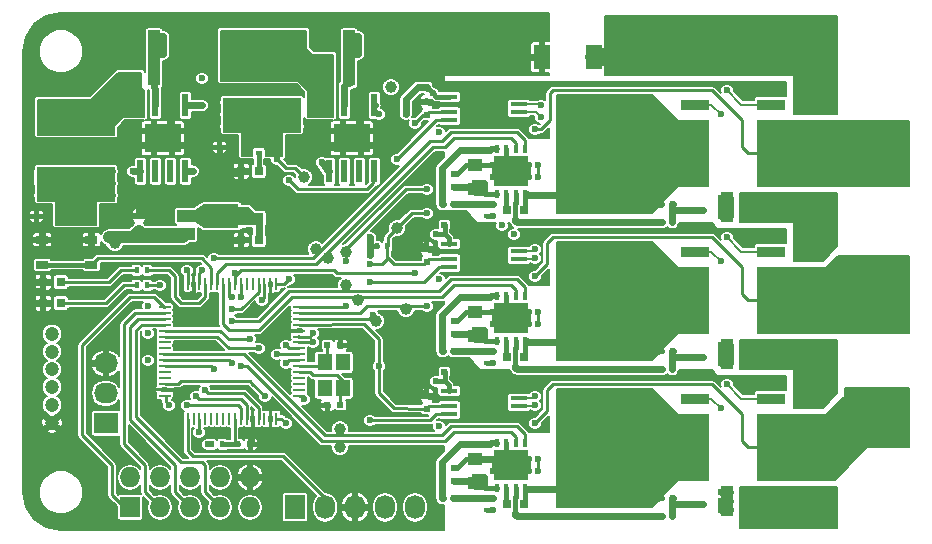
<source format=gtl>
G04 #@! TF.FileFunction,Copper,L1,Top,Signal*
%FSLAX46Y46*%
G04 Gerber Fmt 4.6, Leading zero omitted, Abs format (unit mm)*
G04 Created by KiCad (PCBNEW 4.0.4-stable) date Monday 19 December 2016 21:20:12*
%MOMM*%
%LPD*%
G01*
G04 APERTURE LIST*
%ADD10C,0.100000*%
%ADD11C,1.000000*%
%ADD12R,1.700000X1.700000*%
%ADD13C,1.700000*%
%ADD14R,5.000000X5.000000*%
%ADD15R,0.600000X0.400000*%
%ADD16R,0.600000X0.500000*%
%ADD17R,1.000000X2.500000*%
%ADD18R,0.800000X0.750000*%
%ADD19R,1.250000X1.000000*%
%ADD20R,0.500000X0.600000*%
%ADD21R,1.000000X1.250000*%
%ADD22R,0.797560X0.797560*%
%ADD23R,1.400000X2.100000*%
%ADD24R,1.220000X0.910000*%
%ADD25R,0.590000X0.450000*%
%ADD26R,6.600000X2.850000*%
%ADD27R,2.032000X1.727200*%
%ADD28O,2.032000X1.727200*%
%ADD29R,1.727200X1.727200*%
%ADD30O,1.727200X1.727200*%
%ADD31R,1.727200X2.032000*%
%ADD32O,1.727200X2.032000*%
%ADD33R,0.400000X0.600000*%
%ADD34R,1.050000X0.650000*%
%ADD35R,1.000000X0.250000*%
%ADD36R,0.250000X1.000000*%
%ADD37R,0.350000X0.650000*%
%ADD38R,3.000000X2.600000*%
%ADD39R,1.450000X0.450000*%
%ADD40R,0.610000X1.910000*%
%ADD41R,1.550000X1.205000*%
%ADD42R,1.501140X1.000760*%
%ADD43R,2.999740X1.998980*%
%ADD44R,1.200000X1.400000*%
%ADD45R,2.438400X5.588000*%
%ADD46R,2.438400X0.889000*%
%ADD47C,1.200000*%
%ADD48C,0.600000*%
%ADD49C,1.524000*%
%ADD50C,0.250000*%
%ADD51C,0.600000*%
%ADD52C,0.400000*%
%ADD53C,0.500000*%
%ADD54C,0.450000*%
%ADD55C,1.000000*%
%ADD56C,1.500000*%
%ADD57C,0.300000*%
%ADD58C,0.200000*%
%ADD59C,0.127000*%
G04 APERTURE END LIST*
D10*
D11*
X154432000Y-131826000D03*
X152908000Y-144272000D03*
X153416000Y-130556000D03*
X151892000Y-128270000D03*
X133858000Y-127000000D03*
X149860000Y-121412000D03*
X152908000Y-142748000D03*
X150876000Y-127508000D03*
X157734000Y-125730000D03*
X153416000Y-127762000D03*
X158496000Y-132588000D03*
X155956000Y-133604000D03*
X157226000Y-113792000D03*
D12*
X176156000Y-108966000D03*
D13*
X168656000Y-108966000D03*
D14*
X164846000Y-110236000D03*
X179832000Y-110236000D03*
D15*
X165354000Y-123756000D03*
X165354000Y-124656000D03*
D16*
X144230000Y-144018000D03*
X145330000Y-144018000D03*
D17*
X188698000Y-148844000D03*
X185698000Y-148844000D03*
D16*
X152950000Y-135636000D03*
X151850000Y-135636000D03*
X151850000Y-140716000D03*
X152950000Y-140716000D03*
D18*
X146038000Y-126746000D03*
X144538000Y-126746000D03*
D19*
X164338000Y-145304000D03*
X164338000Y-147304000D03*
X164338000Y-132858000D03*
X164338000Y-134858000D03*
X164338000Y-120412000D03*
X164338000Y-122412000D03*
D20*
X162560000Y-146008000D03*
X162560000Y-147108000D03*
X162560000Y-133562000D03*
X162560000Y-134662000D03*
X162560000Y-121116000D03*
X162560000Y-122216000D03*
D18*
X168517000Y-149098000D03*
X167017000Y-149098000D03*
X168517000Y-136652000D03*
X167017000Y-136652000D03*
X168517000Y-124206000D03*
X167017000Y-124206000D03*
D17*
X188698000Y-136398000D03*
X185698000Y-136398000D03*
X188698000Y-123952000D03*
X185698000Y-123952000D03*
D16*
X162856000Y-137922000D03*
X161756000Y-137922000D03*
D20*
X160274000Y-139912000D03*
X160274000Y-141012000D03*
D16*
X162856000Y-125476000D03*
X161756000Y-125476000D03*
D20*
X160274000Y-127466000D03*
X160274000Y-128566000D03*
X160274000Y-112734000D03*
X160274000Y-113834000D03*
X160274000Y-115020000D03*
X160274000Y-116120000D03*
D17*
X156694000Y-110236000D03*
X153694000Y-110236000D03*
X140184000Y-110236000D03*
X137184000Y-110236000D03*
D21*
X155686000Y-113030000D03*
X153686000Y-113030000D03*
X139176000Y-113030000D03*
X137176000Y-113030000D03*
D19*
X137668000Y-126222000D03*
X137668000Y-124222000D03*
D20*
X135890000Y-125772000D03*
X135890000Y-124672000D03*
D19*
X145796000Y-124952000D03*
X145796000Y-122952000D03*
D21*
X133842000Y-124714000D03*
X131842000Y-124714000D03*
X149590000Y-118872000D03*
X147590000Y-118872000D03*
D22*
X129273300Y-132080000D03*
X127774700Y-132080000D03*
X129273300Y-130302000D03*
X127774700Y-130302000D03*
D23*
X170012000Y-111252000D03*
X174412000Y-111252000D03*
D24*
X135128000Y-113395000D03*
X135128000Y-110125000D03*
X151638000Y-112633000D03*
X151638000Y-109363000D03*
D25*
X144819000Y-118872000D03*
X142709000Y-118872000D03*
X129325000Y-124714000D03*
X127215000Y-124714000D03*
D22*
X146037300Y-120904000D03*
X144538700Y-120904000D03*
D26*
X130556000Y-121951000D03*
X130556000Y-116301000D03*
X146304000Y-116109000D03*
X146304000Y-110459000D03*
D27*
X133096000Y-142240000D03*
D28*
X133096000Y-139700000D03*
X133096000Y-137160000D03*
D29*
X135128000Y-149352000D03*
D30*
X135128000Y-146812000D03*
X137668000Y-149352000D03*
X137668000Y-146812000D03*
X140208000Y-149352000D03*
X140208000Y-146812000D03*
X142748000Y-149352000D03*
X142748000Y-146812000D03*
X145288000Y-149352000D03*
X145288000Y-146812000D03*
D31*
X149098000Y-149352000D03*
D32*
X151638000Y-149352000D03*
X154178000Y-149352000D03*
X156718000Y-149352000D03*
X159258000Y-149352000D03*
D33*
X142944000Y-144018000D03*
X142044000Y-144018000D03*
X135694000Y-130556000D03*
X136594000Y-130556000D03*
X135694000Y-129286000D03*
X136594000Y-129286000D03*
X180144000Y-150114000D03*
X181044000Y-150114000D03*
X161602000Y-148590000D03*
X162502000Y-148590000D03*
X180144000Y-137668000D03*
X181044000Y-137668000D03*
X161602000Y-136144000D03*
X162502000Y-136144000D03*
X180144000Y-125222000D03*
X181044000Y-125222000D03*
X161602000Y-123698000D03*
X162502000Y-123698000D03*
X181044000Y-148590000D03*
X180144000Y-148590000D03*
D15*
X165354000Y-148648000D03*
X165354000Y-149548000D03*
D33*
X181044000Y-136144000D03*
X180144000Y-136144000D03*
D15*
X165354000Y-136202000D03*
X165354000Y-137102000D03*
D33*
X181044000Y-123698000D03*
X180144000Y-123698000D03*
D15*
X146050000Y-118422000D03*
X146050000Y-119322000D03*
D34*
X127719000Y-126687000D03*
X131869000Y-126687000D03*
X131869000Y-128837000D03*
X127719000Y-128837000D03*
D35*
X149464000Y-139894000D03*
X149464000Y-139394000D03*
X149464000Y-138894000D03*
X149464000Y-138394000D03*
X149464000Y-137894000D03*
X149464000Y-137394000D03*
X149464000Y-136894000D03*
X149464000Y-136394000D03*
X149464000Y-135894000D03*
X149464000Y-135394000D03*
X149464000Y-134894000D03*
X149464000Y-134394000D03*
X149464000Y-133894000D03*
X149464000Y-133394000D03*
X149464000Y-132894000D03*
X149464000Y-132394000D03*
D36*
X147514000Y-130444000D03*
X147014000Y-130444000D03*
X146514000Y-130444000D03*
X146014000Y-130444000D03*
X145514000Y-130444000D03*
X145014000Y-130444000D03*
X144514000Y-130444000D03*
X144014000Y-130444000D03*
X143514000Y-130444000D03*
X143014000Y-130444000D03*
X142514000Y-130444000D03*
X142014000Y-130444000D03*
X141514000Y-130444000D03*
X141014000Y-130444000D03*
X140514000Y-130444000D03*
X140014000Y-130444000D03*
D35*
X138064000Y-132394000D03*
X138064000Y-132894000D03*
X138064000Y-133394000D03*
X138064000Y-133894000D03*
X138064000Y-134394000D03*
X138064000Y-134894000D03*
X138064000Y-135394000D03*
X138064000Y-135894000D03*
X138064000Y-136394000D03*
X138064000Y-136894000D03*
X138064000Y-137394000D03*
X138064000Y-137894000D03*
X138064000Y-138394000D03*
X138064000Y-138894000D03*
X138064000Y-139394000D03*
X138064000Y-139894000D03*
D36*
X140014000Y-141844000D03*
X140514000Y-141844000D03*
X141014000Y-141844000D03*
X141514000Y-141844000D03*
X142014000Y-141844000D03*
X142514000Y-141844000D03*
X143014000Y-141844000D03*
X143514000Y-141844000D03*
X144014000Y-141844000D03*
X144514000Y-141844000D03*
X145014000Y-141844000D03*
X145514000Y-141844000D03*
X146014000Y-141844000D03*
X146514000Y-141844000D03*
X147014000Y-141844000D03*
X147514000Y-141844000D03*
D37*
X166186000Y-147696000D03*
D38*
X167386000Y-145796000D03*
D37*
X166986000Y-147696000D03*
X167786000Y-147696000D03*
X168586000Y-147696000D03*
X168586000Y-143896000D03*
X167786000Y-143896000D03*
X166986000Y-143896000D03*
X166186000Y-143896000D03*
X166186000Y-135250000D03*
D38*
X167386000Y-133350000D03*
D37*
X166986000Y-135250000D03*
X167786000Y-135250000D03*
X168586000Y-135250000D03*
X168586000Y-131450000D03*
X167786000Y-131450000D03*
X166986000Y-131450000D03*
X166186000Y-131450000D03*
X166186000Y-122804000D03*
D38*
X167386000Y-120904000D03*
D37*
X166986000Y-122804000D03*
X167786000Y-122804000D03*
X168586000Y-122804000D03*
X168586000Y-119004000D03*
X167786000Y-119004000D03*
X166986000Y-119004000D03*
X166186000Y-119004000D03*
D39*
X168050000Y-141437000D03*
X168050000Y-140787000D03*
X168050000Y-140137000D03*
X168050000Y-139487000D03*
X162150000Y-139487000D03*
X162150000Y-140137000D03*
X162150000Y-140787000D03*
X162150000Y-141437000D03*
X168050000Y-128991000D03*
X168050000Y-128341000D03*
X168050000Y-127691000D03*
X168050000Y-127041000D03*
X162150000Y-127041000D03*
X162150000Y-127691000D03*
X162150000Y-128341000D03*
X162150000Y-128991000D03*
X168050000Y-116545000D03*
X168050000Y-115895000D03*
X168050000Y-115245000D03*
X168050000Y-114595000D03*
X162150000Y-114595000D03*
X162150000Y-115245000D03*
X162150000Y-115895000D03*
X162150000Y-116545000D03*
D40*
X136017000Y-120890000D03*
X137287000Y-120890000D03*
X138557000Y-120890000D03*
X139827000Y-120890000D03*
X139827000Y-115330000D03*
X138557000Y-115330000D03*
X137287000Y-115330000D03*
X136017000Y-115330000D03*
D41*
X138697000Y-117507500D03*
X137147000Y-117507500D03*
X138697000Y-118712500D03*
X137147000Y-118712500D03*
D42*
X139880340Y-123212860D03*
X139880340Y-124714000D03*
X139880340Y-126215140D03*
D43*
X142831820Y-124714000D03*
D10*
G36*
X141357350Y-125714760D02*
X140608050Y-125214380D01*
X140608050Y-124213620D01*
X141357350Y-123713240D01*
X141357350Y-125714760D01*
X141357350Y-125714760D01*
G37*
D40*
X152019000Y-120890000D03*
X153289000Y-120890000D03*
X154559000Y-120890000D03*
X155829000Y-120890000D03*
X155829000Y-115330000D03*
X154559000Y-115330000D03*
X153289000Y-115330000D03*
X152019000Y-115330000D03*
D41*
X154699000Y-117507500D03*
X153149000Y-117507500D03*
X154699000Y-118712500D03*
X153149000Y-118712500D03*
D44*
X151600000Y-137076000D03*
X151600000Y-139276000D03*
X153200000Y-137076000D03*
X153200000Y-139276000D03*
D14*
X198628000Y-141732000D03*
X198628000Y-130556000D03*
X198628000Y-119380000D03*
D45*
X182943500Y-144272000D03*
X189420500Y-144272000D03*
D46*
X182943500Y-140144500D03*
X189420500Y-140144500D03*
D45*
X182943500Y-131826000D03*
X189420500Y-131826000D03*
D46*
X182943500Y-127698500D03*
X189420500Y-127698500D03*
D45*
X182943500Y-119380000D03*
X189420500Y-119380000D03*
D46*
X182943500Y-115252500D03*
X189420500Y-115252500D03*
D47*
X128524000Y-137680000D03*
X128524000Y-139180000D03*
X128524000Y-140680000D03*
X128524000Y-142180000D03*
X128524000Y-136180000D03*
X128524000Y-134680000D03*
D33*
X156014000Y-127254000D03*
X156914000Y-127254000D03*
D48*
X147574000Y-136398000D03*
X156210000Y-125984000D03*
X153924000Y-123444000D03*
X152400000Y-123444000D03*
X150876000Y-123444000D03*
X149352000Y-123444000D03*
X147828000Y-123444000D03*
X135636000Y-143764000D03*
X139192000Y-143764000D03*
X155194000Y-145796000D03*
X156210000Y-146812000D03*
X153162000Y-147828000D03*
X152146000Y-146812000D03*
X151130000Y-145796000D03*
X150114000Y-144780000D03*
X149098000Y-143764000D03*
X147574000Y-143764000D03*
X150876000Y-130302000D03*
X151892000Y-130302000D03*
X139700000Y-135636000D03*
X139700000Y-133604000D03*
X139192000Y-139700000D03*
X147066000Y-140970000D03*
X140462000Y-131318000D03*
X147193000Y-131445000D03*
X144018000Y-126746000D03*
X143256000Y-126746000D03*
X148336000Y-134620000D03*
X151130000Y-140716000D03*
X154686000Y-134874000D03*
X154686000Y-137414000D03*
X154686000Y-139954000D03*
X160020000Y-115062000D03*
X160020000Y-139700000D03*
X160020000Y-127254000D03*
X160528000Y-147574000D03*
X160274000Y-123698000D03*
X160274000Y-136144000D03*
X139192000Y-122682000D03*
X140208000Y-122682000D03*
X141224000Y-122682000D03*
X142240000Y-121920000D03*
X143256000Y-121920000D03*
X144272000Y-121920000D03*
X135128000Y-123444000D03*
X136144000Y-123444000D03*
X137160000Y-122682000D03*
X138176000Y-122682000D03*
X127762000Y-125730000D03*
X137922000Y-118110000D03*
X137922000Y-117348000D03*
X138684000Y-117348000D03*
X138684000Y-118110000D03*
X138684000Y-118872000D03*
X137922000Y-118872000D03*
X137160000Y-118872000D03*
X137160000Y-118110000D03*
X137160000Y-117348000D03*
X135382000Y-110998000D03*
X135382000Y-110236000D03*
X135382000Y-109474000D03*
X134620000Y-109474000D03*
X134620000Y-110236000D03*
X134620000Y-110998000D03*
X140208000Y-110236000D03*
X140970000Y-110236000D03*
X140970000Y-109474000D03*
X140208000Y-109474000D03*
X140208000Y-110998000D03*
X140970000Y-110998000D03*
X149352000Y-119888000D03*
X157480000Y-110236000D03*
X157480000Y-109474000D03*
X156718000Y-109474000D03*
X156718000Y-110236000D03*
X156718000Y-110998000D03*
X157480000Y-110998000D03*
X153924000Y-118110000D03*
X153924000Y-117348000D03*
X154686000Y-117348000D03*
X154686000Y-118110000D03*
X154686000Y-118872000D03*
X153924000Y-118872000D03*
X153162000Y-118872000D03*
X153162000Y-118110000D03*
X153162000Y-117348000D03*
X151892000Y-110236000D03*
X151130000Y-110236000D03*
X151130000Y-109474000D03*
X151892000Y-109474000D03*
X151892000Y-108712000D03*
X151130000Y-108712000D03*
D49*
X164846000Y-110236000D03*
X166624000Y-110236000D03*
X166624000Y-112014000D03*
X164846000Y-112014000D03*
X163068000Y-112014000D03*
X163068000Y-110236000D03*
X163068000Y-108458000D03*
X164846000Y-108458000D03*
X166624000Y-108458000D03*
D48*
X165862000Y-145288000D03*
X165862000Y-146304000D03*
X165862000Y-132842000D03*
X165862000Y-133858000D03*
X165862000Y-120396000D03*
X165862000Y-121412000D03*
X168910000Y-120396000D03*
X168910000Y-121412000D03*
X169672000Y-121412000D03*
X169672000Y-120396000D03*
X168910000Y-145288000D03*
X168910000Y-146304000D03*
X169672000Y-146304000D03*
X169672000Y-145288000D03*
X168910000Y-132842000D03*
X168910000Y-133858000D03*
X169672000Y-133858000D03*
X169672000Y-132842000D03*
X165862000Y-149606000D03*
X165862000Y-137160000D03*
X165862000Y-124714000D03*
X185166000Y-123952000D03*
X185166000Y-123190000D03*
X185928000Y-123190000D03*
X185928000Y-123952000D03*
X185928000Y-124714000D03*
X185166000Y-124714000D03*
X185166000Y-136398000D03*
X185166000Y-135636000D03*
X185928000Y-135636000D03*
X185928000Y-136398000D03*
X185928000Y-137160000D03*
X185166000Y-137160000D03*
X167386000Y-121412000D03*
X166624000Y-121412000D03*
X166624000Y-120396000D03*
X167386000Y-120396000D03*
X168148000Y-120396000D03*
X168148000Y-121412000D03*
X166624000Y-133858000D03*
X167386000Y-133858000D03*
X168148000Y-133858000D03*
X168148000Y-132842000D03*
X167386000Y-132842000D03*
X166624000Y-132842000D03*
X185928000Y-148844000D03*
X185928000Y-148082000D03*
X185166000Y-148082000D03*
X185166000Y-148844000D03*
X185166000Y-149606000D03*
X185928000Y-149606000D03*
X167386000Y-145288000D03*
X168148000Y-145288000D03*
X168148000Y-146304000D03*
X167386000Y-146304000D03*
X166624000Y-145304000D03*
X166624000Y-146304000D03*
X139954000Y-140716000D03*
X140716000Y-139954000D03*
X141478000Y-139446000D03*
X143764000Y-131572000D03*
X141224000Y-113030000D03*
X137176000Y-110252000D03*
X137922000Y-110236000D03*
X137922000Y-109474000D03*
X137160000Y-109474000D03*
X137176000Y-110998000D03*
X137922000Y-110998000D03*
X153694000Y-110236000D03*
X153670000Y-110998000D03*
X154432000Y-110998000D03*
X154432000Y-110236000D03*
X154432000Y-109474000D03*
X153670000Y-109474000D03*
D49*
X176276000Y-112014000D03*
X176276000Y-110490000D03*
X183388000Y-108458000D03*
X181610000Y-108458000D03*
X179832000Y-108458000D03*
X178054000Y-108458000D03*
X178054000Y-110236000D03*
X179832000Y-110236000D03*
X181610000Y-110236000D03*
X183388000Y-110236000D03*
X183388000Y-112014000D03*
X181610000Y-112014000D03*
X179832000Y-112014000D03*
X178054000Y-112014000D03*
X194056000Y-112014000D03*
X194056000Y-110236000D03*
X192278000Y-110236000D03*
X190500000Y-110236000D03*
X190500000Y-112014000D03*
X188722000Y-112014000D03*
X188722000Y-110236000D03*
X186944000Y-110236000D03*
X186944000Y-112014000D03*
X194056000Y-113792000D03*
X185166000Y-112014000D03*
X185166000Y-108458000D03*
X186944000Y-108458000D03*
X188722000Y-108458000D03*
X190500000Y-108458000D03*
X192278000Y-108458000D03*
X194056000Y-108458000D03*
X185166000Y-110236000D03*
X192278000Y-113792000D03*
X192278000Y-112014000D03*
D48*
X187452000Y-123190000D03*
X187452000Y-124206000D03*
X187452000Y-135636000D03*
X187452000Y-136652000D03*
X187452000Y-148082000D03*
X187452000Y-149098000D03*
X187452000Y-150114000D03*
X190246000Y-150114000D03*
X191262000Y-150114000D03*
X192278000Y-150114000D03*
X193294000Y-150114000D03*
X194310000Y-150114000D03*
X190246000Y-124206000D03*
X191262000Y-124206000D03*
X190246000Y-123190000D03*
X191262000Y-123190000D03*
X192278000Y-123190000D03*
X193294000Y-123190000D03*
X194310000Y-123190000D03*
X194310000Y-124206000D03*
X194310000Y-125222000D03*
X194310000Y-126238000D03*
X194310000Y-127254000D03*
X193294000Y-128270000D03*
X193294000Y-127254000D03*
X193294000Y-126238000D03*
X193294000Y-125222000D03*
X193294000Y-124206000D03*
X192278000Y-124206000D03*
X192278000Y-125222000D03*
X192278000Y-126238000D03*
X192278000Y-127254000D03*
X192278000Y-128270000D03*
X192278000Y-139700000D03*
X192278000Y-140716000D03*
X193294000Y-140716000D03*
X194310000Y-139700000D03*
X193294000Y-139700000D03*
X192278000Y-137668000D03*
X192278000Y-138684000D03*
X193294000Y-138684000D03*
X194310000Y-138684000D03*
X194310000Y-137668000D03*
X193294000Y-137668000D03*
X190246000Y-135636000D03*
X191262000Y-135636000D03*
X192278000Y-135636000D03*
X193294000Y-135636000D03*
X194310000Y-135636000D03*
X194310000Y-136652000D03*
X193294000Y-136652000D03*
X192278000Y-136652000D03*
X191262000Y-136652000D03*
X190246000Y-136652000D03*
X190246000Y-148082000D03*
X191262000Y-148082000D03*
X192278000Y-148082000D03*
X193294000Y-148082000D03*
X194310000Y-148082000D03*
X194310000Y-149098000D03*
X193294000Y-149098000D03*
X192278000Y-149098000D03*
X191262000Y-149098000D03*
X190246000Y-149098000D03*
X188468000Y-123952000D03*
X188468000Y-124714000D03*
X189230000Y-124714000D03*
X189230000Y-123952000D03*
X189230000Y-123190000D03*
X188468000Y-123190000D03*
X188468000Y-136398000D03*
X188468000Y-135636000D03*
X189230000Y-135636000D03*
X189230000Y-136398000D03*
X189230000Y-137160000D03*
X188468000Y-137160000D03*
X188468000Y-148844000D03*
X188468000Y-148082000D03*
X189230000Y-148082000D03*
X189230000Y-148844000D03*
X189230000Y-149606000D03*
X188468000Y-149606000D03*
X141224000Y-129286000D03*
X139954000Y-129286000D03*
X136652000Y-132334000D03*
X136652000Y-134620000D03*
X136652000Y-136906000D03*
X138430000Y-140716000D03*
X148336000Y-142240000D03*
X149860000Y-140208000D03*
X146304000Y-131826000D03*
X158496000Y-116078000D03*
X161036000Y-138684000D03*
X160782000Y-114300000D03*
X144780000Y-125222000D03*
X144780000Y-124206000D03*
X141732000Y-124206000D03*
X142748000Y-124206000D03*
X143764000Y-124206000D03*
X143764000Y-125222000D03*
X142748000Y-125222000D03*
X141732000Y-125222000D03*
X166624000Y-125476000D03*
X161036000Y-126238000D03*
X155448000Y-127254000D03*
X155448000Y-126492000D03*
X155448000Y-128016000D03*
X147574000Y-119888000D03*
X146304000Y-116078000D03*
X146304000Y-115062000D03*
X146304000Y-117094000D03*
X147320000Y-117094000D03*
X147320000Y-116078000D03*
X147320000Y-115062000D03*
X148336000Y-115062000D03*
X148336000Y-116078000D03*
X148336000Y-117094000D03*
X149352000Y-117094000D03*
X149352000Y-116078000D03*
X149352000Y-115062000D03*
X145288000Y-115062000D03*
X144272000Y-115062000D03*
X143256000Y-115062000D03*
X143256000Y-116078000D03*
X144272000Y-116078000D03*
X145288000Y-116078000D03*
X145288000Y-117094000D03*
X144272000Y-117094000D03*
X143256000Y-117094000D03*
X164338000Y-121920000D03*
X165100000Y-121920000D03*
X165100000Y-122682000D03*
X164338000Y-122682000D03*
X164338000Y-135128000D03*
X165100000Y-135128000D03*
X164338000Y-134366000D03*
X165100000Y-134366000D03*
X165100000Y-147574000D03*
X164338000Y-147574000D03*
X164338000Y-146812000D03*
X165100000Y-146812000D03*
X148336000Y-135636000D03*
X150622000Y-135382000D03*
X150622000Y-134620000D03*
X155702000Y-133096000D03*
X160274000Y-132334000D03*
X160274000Y-122428000D03*
X153416000Y-132334000D03*
X153416000Y-128524000D03*
X134366000Y-126492000D03*
X133350000Y-126492000D03*
X135382000Y-126492000D03*
X140462000Y-120904000D03*
X130556000Y-122936000D03*
X129540000Y-120904000D03*
X128524000Y-120904000D03*
X127508000Y-120904000D03*
X127508000Y-121920000D03*
X127508000Y-122936000D03*
X128524000Y-122936000D03*
X128524000Y-121920000D03*
X129540000Y-121920000D03*
X129540000Y-122936000D03*
X130556000Y-121920000D03*
X130556000Y-120904000D03*
X131572000Y-120904000D03*
X132588000Y-120904000D03*
X133604000Y-120904000D03*
X133604000Y-121920000D03*
X132588000Y-121920000D03*
X131572000Y-121920000D03*
X131572000Y-122936000D03*
X132588000Y-122936000D03*
X133604000Y-122936000D03*
X135382000Y-115570000D03*
X135382000Y-120904000D03*
X151384000Y-115316000D03*
X151384000Y-120142000D03*
X159258000Y-129540000D03*
X144018000Y-129540000D03*
X167640000Y-126238000D03*
X141732000Y-144018000D03*
X143764000Y-132588000D03*
X145288000Y-135128000D03*
X146050000Y-135890000D03*
X181610000Y-149098000D03*
X182626000Y-149098000D03*
X183642000Y-149098000D03*
X165862000Y-148590000D03*
X165100000Y-148590000D03*
X164338000Y-148590000D03*
X181610000Y-136652000D03*
X182626000Y-136652000D03*
X183642000Y-136652000D03*
X164338000Y-136144000D03*
X165100000Y-136144000D03*
X165862000Y-136144000D03*
X181610000Y-124206000D03*
X182626000Y-124206000D03*
X183642000Y-124206000D03*
X164338000Y-123698000D03*
X165100000Y-123698000D03*
X165862000Y-123698000D03*
X137668000Y-130556000D03*
X140970000Y-143002000D03*
D49*
X198628000Y-141732000D03*
X197104000Y-140208000D03*
X198628000Y-140208000D03*
X200152000Y-140208000D03*
X200152000Y-141732000D03*
X200152000Y-143256000D03*
X198628000Y-143256000D03*
X197104000Y-143256000D03*
X197104000Y-141732000D03*
D48*
X161290000Y-142494000D03*
X169418000Y-142240000D03*
X161290000Y-130048000D03*
X169418000Y-129794000D03*
D49*
X197104000Y-129032000D03*
X200152000Y-129032000D03*
X200152000Y-132080000D03*
X200152000Y-130556000D03*
X198628000Y-130556000D03*
X197104000Y-130556000D03*
X197104000Y-132080000D03*
X198628000Y-132080000D03*
X198628000Y-129032000D03*
D48*
X161290000Y-117602000D03*
X169418000Y-117348000D03*
D49*
X197104000Y-120904000D03*
X197104000Y-117856000D03*
X200152000Y-117856000D03*
X200152000Y-120904000D03*
X198628000Y-120904000D03*
X198628000Y-117856000D03*
X200152000Y-119380000D03*
X198628000Y-119380000D03*
X197104000Y-119380000D03*
D48*
X155448000Y-141986000D03*
X155448000Y-130302000D03*
X157734000Y-119888000D03*
X141224000Y-115316000D03*
X148590000Y-130048000D03*
X156210000Y-116078000D03*
X148590000Y-121666000D03*
X144526000Y-131572000D03*
X144526000Y-137414000D03*
X143764000Y-133604000D03*
X143764000Y-137160000D03*
X142240000Y-137668000D03*
X142240000Y-128270000D03*
X148336000Y-137160000D03*
X179832000Y-147828000D03*
X173736000Y-139700000D03*
X172720000Y-139700000D03*
X171704000Y-139700000D03*
X174752000Y-139700000D03*
X175768000Y-139700000D03*
X176784000Y-139700000D03*
X177800000Y-139700000D03*
X178816000Y-139700000D03*
X179832000Y-140716000D03*
X179832000Y-141732000D03*
X179832000Y-142748000D03*
X179832000Y-143764000D03*
X179832000Y-144780000D03*
X179832000Y-145796000D03*
X179832000Y-146812000D03*
X180848000Y-146812000D03*
X180848000Y-145796000D03*
X180848000Y-144780000D03*
X180848000Y-143764000D03*
X180848000Y-142748000D03*
X180848000Y-141732000D03*
X178816000Y-140716000D03*
X178816000Y-141732000D03*
X178816000Y-142748000D03*
X178816000Y-143764000D03*
X178816000Y-144780000D03*
X178816000Y-145796000D03*
X178816000Y-146812000D03*
X178816000Y-147828000D03*
X178816000Y-148844000D03*
X177800000Y-148844000D03*
X177800000Y-147828000D03*
X177800000Y-146812000D03*
X177800000Y-145796000D03*
X177800000Y-144780000D03*
X177800000Y-143764000D03*
X177800000Y-142748000D03*
X177800000Y-141732000D03*
X177800000Y-140716000D03*
X176784000Y-140716000D03*
X176784000Y-141732000D03*
X176784000Y-142748000D03*
X176784000Y-143764000D03*
X176784000Y-144780000D03*
X176784000Y-145796000D03*
X176784000Y-146812000D03*
X176784000Y-147828000D03*
X176784000Y-148844000D03*
X175768000Y-148844000D03*
X175768000Y-147828000D03*
X175768000Y-146812000D03*
X175768000Y-145796000D03*
X175768000Y-144780000D03*
X175768000Y-143764000D03*
X175768000Y-142748000D03*
X175768000Y-141732000D03*
X175768000Y-140716000D03*
X174752000Y-146812000D03*
X174752000Y-147828000D03*
X174752000Y-148844000D03*
X174752000Y-145796000D03*
X174752000Y-144780000D03*
X174752000Y-143764000D03*
X174752000Y-142748000D03*
X174752000Y-141732000D03*
X174752000Y-140716000D03*
X171704000Y-148844000D03*
X171704000Y-147828000D03*
X171704000Y-146812000D03*
X171704000Y-145796000D03*
X171704000Y-144780000D03*
X171704000Y-143764000D03*
X171704000Y-142748000D03*
X171704000Y-141732000D03*
X171704000Y-140716000D03*
X172720000Y-140716000D03*
X172720000Y-141732000D03*
X172720000Y-142748000D03*
X172720000Y-143764000D03*
X172720000Y-144780000D03*
X172720000Y-145796000D03*
X172720000Y-146812000D03*
X172720000Y-147828000D03*
X172720000Y-148844000D03*
X173736000Y-148844000D03*
X173736000Y-147828000D03*
X173736000Y-146812000D03*
X173736000Y-145796000D03*
X173736000Y-144780000D03*
X173736000Y-143764000D03*
X173736000Y-142748000D03*
X173736000Y-141732000D03*
X173736000Y-140716000D03*
X171704000Y-127254000D03*
X172720000Y-127254000D03*
X173736000Y-127254000D03*
X174752000Y-127254000D03*
X175768000Y-127254000D03*
X176784000Y-127254000D03*
X177800000Y-127254000D03*
X178816000Y-127254000D03*
X179832000Y-128270000D03*
X179832000Y-129286000D03*
X179832000Y-130302000D03*
X179832000Y-131318000D03*
X179832000Y-132334000D03*
X179832000Y-133350000D03*
X179832000Y-134366000D03*
X180848000Y-134366000D03*
X180848000Y-133350000D03*
X180848000Y-132334000D03*
X175768000Y-136398000D03*
X175768000Y-135382000D03*
X175768000Y-134366000D03*
X175768000Y-133350000D03*
X175768000Y-132334000D03*
X175768000Y-131318000D03*
X175768000Y-130302000D03*
X175768000Y-129286000D03*
X175768000Y-128270000D03*
X176784000Y-128270000D03*
X176784000Y-129286000D03*
X176784000Y-130302000D03*
X176784000Y-131318000D03*
X176784000Y-132334000D03*
X176784000Y-133350000D03*
X176784000Y-134366000D03*
X176784000Y-135382000D03*
X176784000Y-136398000D03*
X177800000Y-136398000D03*
X177800000Y-135382000D03*
X177800000Y-134366000D03*
X177800000Y-133350000D03*
X177800000Y-132334000D03*
X177800000Y-131318000D03*
X177800000Y-130302000D03*
X177800000Y-129286000D03*
X177800000Y-128270000D03*
X178816000Y-128270000D03*
X178816000Y-129286000D03*
X178816000Y-130302000D03*
X178816000Y-131318000D03*
X178816000Y-132334000D03*
X178816000Y-133350000D03*
X178816000Y-134366000D03*
X178816000Y-135382000D03*
X178816000Y-136398000D03*
X171704000Y-136398000D03*
X171704000Y-135382000D03*
X171704000Y-134366000D03*
X171704000Y-133350000D03*
X171704000Y-132334000D03*
X171704000Y-131318000D03*
X171704000Y-130302000D03*
X171704000Y-129286000D03*
X171704000Y-128270000D03*
X172720000Y-128270000D03*
X172720000Y-129286000D03*
X172720000Y-130302000D03*
X172720000Y-131318000D03*
X172720000Y-132334000D03*
X172720000Y-133350000D03*
X172720000Y-134366000D03*
X172720000Y-135382000D03*
X172720000Y-136398000D03*
X173736000Y-136398000D03*
X173736000Y-135382000D03*
X173736000Y-134366000D03*
X173736000Y-133350000D03*
X173736000Y-132334000D03*
X173736000Y-131318000D03*
X173736000Y-130302000D03*
X173736000Y-129286000D03*
X173736000Y-128270000D03*
X174752000Y-128270000D03*
X174752000Y-129286000D03*
X174752000Y-130302000D03*
X174752000Y-131318000D03*
X174752000Y-132334000D03*
X174752000Y-133350000D03*
X174752000Y-134366000D03*
X174752000Y-135382000D03*
X174752000Y-136398000D03*
X180848000Y-131318000D03*
X180848000Y-130302000D03*
X180848000Y-129286000D03*
X171704000Y-114808000D03*
X172720000Y-114808000D03*
X173736000Y-114808000D03*
X174752000Y-114808000D03*
X175768000Y-114808000D03*
X176784000Y-114808000D03*
X177800000Y-114808000D03*
X178816000Y-114808000D03*
X179832000Y-115824000D03*
X179832000Y-116840000D03*
X179832000Y-117856000D03*
X179832000Y-118872000D03*
X179832000Y-119888000D03*
X179832000Y-120904000D03*
X179832000Y-121920000D03*
X180848000Y-121920000D03*
X180848000Y-120904000D03*
X180848000Y-119888000D03*
X180848000Y-118872000D03*
X180848000Y-117856000D03*
X180848000Y-116840000D03*
X173736000Y-115824000D03*
X173736000Y-116840000D03*
X173736000Y-117856000D03*
X173736000Y-118872000D03*
X173736000Y-119888000D03*
X173736000Y-120904000D03*
X173736000Y-121920000D03*
X173736000Y-122936000D03*
X173736000Y-123952000D03*
X174752000Y-123952000D03*
X174752000Y-122936000D03*
X174752000Y-121920000D03*
X174752000Y-120904000D03*
X174752000Y-119888000D03*
X174752000Y-118872000D03*
X174752000Y-117856000D03*
X174752000Y-116840000D03*
X174752000Y-115824000D03*
X175768000Y-115824000D03*
X175768000Y-116840000D03*
X175768000Y-117856000D03*
X175768000Y-118872000D03*
X175768000Y-119888000D03*
X175768000Y-120904000D03*
X175768000Y-121920000D03*
X175768000Y-122936000D03*
X175768000Y-123952000D03*
X176784000Y-123952000D03*
X176784000Y-122936000D03*
X176784000Y-121920000D03*
X176784000Y-120904000D03*
X176784000Y-119888000D03*
X176784000Y-118872000D03*
X176784000Y-117856000D03*
X176784000Y-116840000D03*
X176784000Y-115824000D03*
X177800000Y-115824000D03*
X177800000Y-116840000D03*
X177800000Y-117856000D03*
X177800000Y-118872000D03*
X177800000Y-119888000D03*
X177800000Y-120904000D03*
X177800000Y-121920000D03*
X177800000Y-122936000D03*
X177800000Y-123952000D03*
X178816000Y-123952000D03*
X178816000Y-122936000D03*
X178816000Y-121920000D03*
X178816000Y-120904000D03*
X178816000Y-119888000D03*
X178816000Y-118872000D03*
X178816000Y-117856000D03*
X178816000Y-116840000D03*
X178816000Y-115824000D03*
X172720000Y-123952000D03*
X172720000Y-122936000D03*
X172720000Y-121920000D03*
X172720000Y-120904000D03*
X172720000Y-119888000D03*
X172720000Y-118872000D03*
X172720000Y-117856000D03*
X172720000Y-116840000D03*
X172720000Y-115824000D03*
X171704000Y-123952000D03*
X171704000Y-122936000D03*
X171704000Y-121920000D03*
X171704000Y-120904000D03*
X171704000Y-119888000D03*
X171704000Y-118872000D03*
X171704000Y-117856000D03*
X171704000Y-116840000D03*
X171704000Y-115824000D03*
X146558000Y-139954000D03*
X185166000Y-140970000D03*
X169418000Y-140716000D03*
X185674000Y-138938000D03*
X169418000Y-139954000D03*
X169418000Y-128270000D03*
X185166000Y-128524000D03*
X169418000Y-127508000D03*
X185674000Y-126492000D03*
X169926000Y-116332000D03*
X185166000Y-116078000D03*
X169926000Y-115316000D03*
X185674000Y-114046000D03*
X156210000Y-137414000D03*
X155448000Y-128778000D03*
X159258000Y-116840000D03*
X160274000Y-124460000D03*
D50*
X149464000Y-136394000D02*
X147578000Y-136394000D01*
X147578000Y-136394000D02*
X147574000Y-136398000D01*
X145796000Y-122952000D02*
X146320000Y-122952000D01*
X146320000Y-122952000D02*
X146812000Y-123444000D01*
X146812000Y-123444000D02*
X153924000Y-123444000D01*
X152400000Y-123444000D02*
X150876000Y-123444000D01*
X149352000Y-123444000D02*
X147828000Y-123444000D01*
X155194000Y-145796000D02*
X156210000Y-146812000D01*
X153162000Y-147828000D02*
X152146000Y-146812000D01*
X151130000Y-145796000D02*
X150114000Y-144780000D01*
X149098000Y-143764000D02*
X147574000Y-143764000D01*
X150876000Y-130302000D02*
X151892000Y-130302000D01*
X168656000Y-126746000D02*
X168910000Y-126492000D01*
X168050000Y-127041000D02*
X168345000Y-126746000D01*
X168345000Y-126746000D02*
X168656000Y-126746000D01*
X168656000Y-126746000D02*
X168910000Y-126746000D01*
X168910000Y-126746000D02*
X169164000Y-126492000D01*
X168050000Y-127041000D02*
X168091000Y-127000000D01*
X168091000Y-127000000D02*
X168910000Y-127000000D01*
X168910000Y-127000000D02*
X169164000Y-126746000D01*
X168050000Y-127041000D02*
X168853000Y-126238000D01*
X168853000Y-126238000D02*
X168910000Y-126238000D01*
X138064000Y-139394000D02*
X138886000Y-139394000D01*
X138886000Y-139394000D02*
X139192000Y-139700000D01*
X145514000Y-141844000D02*
X145514000Y-143792000D01*
X145514000Y-143792000D02*
X145288000Y-144018000D01*
X145288000Y-144018000D02*
X145330000Y-144018000D01*
X147014000Y-141844000D02*
X147014000Y-141022000D01*
X147014000Y-141022000D02*
X147066000Y-140970000D01*
X140514000Y-130444000D02*
X140514000Y-131266000D01*
X140514000Y-131266000D02*
X140462000Y-131318000D01*
X147014000Y-130444000D02*
X147014000Y-131266000D01*
X147014000Y-131266000D02*
X147193000Y-131445000D01*
D51*
X144538000Y-126746000D02*
X144018000Y-126746000D01*
D50*
X149464000Y-134394000D02*
X148562000Y-134394000D01*
X148562000Y-134394000D02*
X148336000Y-134620000D01*
X152950000Y-134874000D02*
X154686000Y-134874000D01*
X152950000Y-134874000D02*
X152950000Y-135594000D01*
X152950000Y-135594000D02*
X152908000Y-135636000D01*
X152908000Y-135636000D02*
X152950000Y-135636000D01*
X151850000Y-140716000D02*
X151130000Y-140716000D01*
D52*
X160020000Y-115062000D02*
X160274000Y-115062000D01*
X160274000Y-115062000D02*
X160274000Y-115020000D01*
X160020000Y-139700000D02*
X160274000Y-139954000D01*
X160274000Y-139954000D02*
X160274000Y-139912000D01*
X160020000Y-127254000D02*
X160274000Y-127508000D01*
X160274000Y-127508000D02*
X160274000Y-127466000D01*
X154686000Y-115316000D02*
X154672000Y-115330000D01*
X154672000Y-115330000D02*
X154559000Y-115330000D01*
X168050000Y-114595000D02*
X165649000Y-114595000D01*
X165649000Y-114595000D02*
X164846000Y-113792000D01*
X164846000Y-113792000D02*
X161544000Y-113792000D01*
X161544000Y-113792000D02*
X160528000Y-112776000D01*
X160528000Y-112776000D02*
X160274000Y-112776000D01*
X160274000Y-112776000D02*
X160274000Y-112734000D01*
D53*
X127774700Y-131064000D02*
X127254000Y-131064000D01*
X127774700Y-130302000D02*
X127774700Y-131064000D01*
X127774700Y-131064000D02*
X127774700Y-132067300D01*
X127774700Y-132067300D02*
X127762000Y-132080000D01*
X127762000Y-132080000D02*
X127774700Y-132080000D01*
X139880340Y-123212860D02*
X139349480Y-122682000D01*
X139349480Y-122682000D02*
X139192000Y-122682000D01*
X140208000Y-122682000D02*
X141224000Y-122682000D01*
X142240000Y-121920000D02*
X143256000Y-121920000D01*
X133842000Y-124714000D02*
X135112000Y-123444000D01*
X135112000Y-123444000D02*
X135128000Y-123444000D01*
X136144000Y-123444000D02*
X136398000Y-123444000D01*
X136398000Y-123444000D02*
X137160000Y-122682000D01*
X144538700Y-120904000D02*
X144284700Y-121158000D01*
X144284700Y-121158000D02*
X142748000Y-121158000D01*
X145796000Y-122952000D02*
X145272000Y-122428000D01*
X145272000Y-122428000D02*
X141478000Y-122428000D01*
X142709000Y-118872000D02*
X142748000Y-118911000D01*
X142748000Y-118911000D02*
X142748000Y-121158000D01*
X142748000Y-121158000D02*
X141478000Y-122428000D01*
X141478000Y-122428000D02*
X140970000Y-122936000D01*
X140970000Y-122936000D02*
X140208000Y-122936000D01*
X140208000Y-122936000D02*
X139954000Y-123190000D01*
X139954000Y-123190000D02*
X139880340Y-123212860D01*
X137668000Y-124222000D02*
X138700000Y-123190000D01*
X138700000Y-123190000D02*
X139954000Y-123190000D01*
X139954000Y-123190000D02*
X139880340Y-123212860D01*
X135890000Y-124672000D02*
X136356000Y-124206000D01*
X136356000Y-124206000D02*
X137668000Y-124206000D01*
X137668000Y-124206000D02*
X137668000Y-124222000D01*
X133842000Y-124714000D02*
X135890000Y-124714000D01*
X135890000Y-124714000D02*
X135890000Y-124672000D01*
D52*
X127719000Y-126687000D02*
X131767000Y-126687000D01*
X131767000Y-126687000D02*
X131826000Y-126746000D01*
X131826000Y-126746000D02*
X131869000Y-126687000D01*
X127215000Y-124714000D02*
X127215000Y-125183000D01*
X127215000Y-125183000D02*
X127762000Y-125730000D01*
X127762000Y-125730000D02*
X127762000Y-126746000D01*
X127762000Y-126746000D02*
X127719000Y-126687000D01*
D51*
X138557000Y-115330000D02*
X138557000Y-117475000D01*
X138557000Y-117475000D02*
X137922000Y-118110000D01*
X137922000Y-117348000D02*
X138684000Y-117348000D01*
X138684000Y-118110000D02*
X138684000Y-118872000D01*
X137922000Y-118872000D02*
X137160000Y-118872000D01*
X137160000Y-118110000D02*
X137160000Y-117348000D01*
X135128000Y-110125000D02*
X135128000Y-110744000D01*
X135128000Y-110744000D02*
X135382000Y-110998000D01*
X135382000Y-110236000D02*
X135382000Y-109474000D01*
X134620000Y-109474000D02*
X134620000Y-110236000D01*
X139176000Y-113030000D02*
X139176000Y-112538000D01*
X139176000Y-112538000D02*
X140208000Y-111506000D01*
X140208000Y-111506000D02*
X140208000Y-110236000D01*
X140208000Y-110236000D02*
X140184000Y-110236000D01*
X138557000Y-115330000D02*
X138557000Y-114173000D01*
X138557000Y-114173000D02*
X139192000Y-113538000D01*
X139192000Y-113538000D02*
X139192000Y-113030000D01*
X139192000Y-113030000D02*
X139176000Y-113030000D01*
X140184000Y-110236000D02*
X140208000Y-110236000D01*
X140970000Y-110236000D02*
X140970000Y-109474000D01*
X140208000Y-109474000D02*
X140208000Y-110998000D01*
D52*
X149352000Y-119888000D02*
X149606000Y-119634000D01*
X149606000Y-119634000D02*
X149606000Y-118872000D01*
X149606000Y-118872000D02*
X149590000Y-118872000D01*
X149606000Y-118872000D02*
X149590000Y-118872000D01*
D51*
X149590000Y-118872000D02*
X153162000Y-118872000D01*
X153162000Y-118872000D02*
X153149000Y-118712500D01*
X157480000Y-110998000D02*
X156718000Y-110998000D01*
X156718000Y-110998000D02*
X156694000Y-110236000D01*
X156694000Y-110236000D02*
X157480000Y-110236000D01*
X157480000Y-109474000D02*
X156718000Y-109474000D01*
X156718000Y-110236000D02*
X156718000Y-110998000D01*
X157480000Y-110998000D02*
X157480000Y-110236000D01*
X157480000Y-110236000D02*
X157480000Y-109474000D01*
X154559000Y-115330000D02*
X154559000Y-117475000D01*
X154559000Y-117475000D02*
X153924000Y-118110000D01*
X153924000Y-117348000D02*
X154686000Y-117348000D01*
X154686000Y-118110000D02*
X154686000Y-118872000D01*
X153924000Y-118872000D02*
X153162000Y-118872000D01*
X153162000Y-118110000D02*
X153162000Y-117348000D01*
X151892000Y-110236000D02*
X151130000Y-110236000D01*
X151130000Y-109474000D02*
X151892000Y-109474000D01*
X151892000Y-108712000D02*
X151130000Y-108712000D01*
X151130000Y-108712000D02*
X151892000Y-108712000D01*
X151892000Y-108712000D02*
X151892000Y-109474000D01*
X151892000Y-109474000D02*
X151892000Y-110236000D01*
X151892000Y-110236000D02*
X151130000Y-110236000D01*
X151130000Y-110236000D02*
X151130000Y-109474000D01*
X151130000Y-109474000D02*
X151130000Y-108712000D01*
X151130000Y-108712000D02*
X151892000Y-109474000D01*
X151892000Y-109474000D02*
X151130000Y-110236000D01*
X155686000Y-113030000D02*
X155686000Y-112538000D01*
X155686000Y-112538000D02*
X156718000Y-111506000D01*
X156718000Y-111506000D02*
X156718000Y-110236000D01*
X156718000Y-110236000D02*
X156694000Y-110236000D01*
X154559000Y-115330000D02*
X154559000Y-114427000D01*
X154559000Y-114427000D02*
X155702000Y-113284000D01*
X155702000Y-113284000D02*
X155702000Y-113030000D01*
X155702000Y-113030000D02*
X155686000Y-113030000D01*
D50*
X166624000Y-110236000D02*
X166624000Y-112014000D01*
X164846000Y-112014000D02*
X163068000Y-112014000D01*
X163068000Y-110236000D02*
X163068000Y-108458000D01*
X164846000Y-108458000D02*
X166624000Y-108458000D01*
X165862000Y-145288000D02*
X165862000Y-146304000D01*
X165862000Y-132842000D02*
X165862000Y-133858000D01*
X165862000Y-120396000D02*
X165862000Y-121412000D01*
X168910000Y-120396000D02*
X168910000Y-121412000D01*
X169672000Y-121412000D02*
X169672000Y-120396000D01*
X168910000Y-145288000D02*
X168910000Y-146304000D01*
X169672000Y-146304000D02*
X169672000Y-145288000D01*
X168910000Y-132842000D02*
X168910000Y-133858000D01*
X169672000Y-133858000D02*
X169672000Y-132842000D01*
D52*
X165354000Y-149548000D02*
X165804000Y-149548000D01*
X165804000Y-149548000D02*
X165862000Y-149606000D01*
X165354000Y-137102000D02*
X165804000Y-137102000D01*
X165804000Y-137102000D02*
X165862000Y-137160000D01*
X165354000Y-124656000D02*
X165804000Y-124656000D01*
X165804000Y-124656000D02*
X165862000Y-124714000D01*
D51*
X185698000Y-123952000D02*
X185166000Y-123952000D01*
X185166000Y-123190000D02*
X185928000Y-123190000D01*
X185928000Y-123952000D02*
X185928000Y-124714000D01*
X185166000Y-124714000D02*
X185166000Y-123952000D01*
X185166000Y-123952000D02*
X185166000Y-123190000D01*
X185166000Y-123190000D02*
X185928000Y-123190000D01*
X185928000Y-123190000D02*
X185928000Y-123952000D01*
X185928000Y-123952000D02*
X185928000Y-124714000D01*
X185928000Y-124714000D02*
X185166000Y-124714000D01*
X185698000Y-136398000D02*
X185166000Y-136398000D01*
X185166000Y-135636000D02*
X185928000Y-135636000D01*
X185928000Y-136398000D02*
X185928000Y-137160000D01*
X185166000Y-137160000D02*
X185166000Y-136398000D01*
X185166000Y-136398000D02*
X185166000Y-135636000D01*
X185166000Y-135636000D02*
X185928000Y-135636000D01*
X185928000Y-135636000D02*
X185928000Y-136398000D01*
X185928000Y-136398000D02*
X185928000Y-137160000D01*
X185928000Y-137160000D02*
X185166000Y-137160000D01*
D52*
X166986000Y-119004000D02*
X166986000Y-120034000D01*
X166986000Y-120034000D02*
X166624000Y-120396000D01*
X166624000Y-120396000D02*
X167386000Y-120904000D01*
X166986000Y-131450000D02*
X166986000Y-132480000D01*
X166986000Y-132480000D02*
X166624000Y-132842000D01*
X166624000Y-132842000D02*
X167386000Y-133350000D01*
D54*
X164338000Y-120412000D02*
X166608000Y-120412000D01*
X166608000Y-120412000D02*
X166624000Y-120396000D01*
X166624000Y-120396000D02*
X167386000Y-120904000D01*
X168148000Y-121412000D02*
X167640000Y-120904000D01*
X167640000Y-120904000D02*
X167386000Y-120904000D01*
X167386000Y-133350000D02*
X167386000Y-132842000D01*
X167386000Y-132842000D02*
X167386000Y-133350000D01*
X166624000Y-132842000D02*
X164338000Y-132842000D01*
X164338000Y-132842000D02*
X164338000Y-132858000D01*
D52*
X162560000Y-121116000D02*
X162856000Y-121116000D01*
X162856000Y-121116000D02*
X163322000Y-120650000D01*
X163322000Y-120650000D02*
X163576000Y-120396000D01*
X163576000Y-120396000D02*
X164338000Y-120396000D01*
X164338000Y-120396000D02*
X164338000Y-120412000D01*
X162560000Y-133562000D02*
X162856000Y-133562000D01*
X162856000Y-133562000D02*
X163322000Y-133096000D01*
X163322000Y-133096000D02*
X163576000Y-132842000D01*
X163576000Y-132842000D02*
X164338000Y-132842000D01*
X164338000Y-132842000D02*
X164338000Y-132858000D01*
D50*
X162150000Y-115245000D02*
X160457000Y-115245000D01*
X160457000Y-115245000D02*
X160274000Y-115062000D01*
X160274000Y-115062000D02*
X160274000Y-115020000D01*
X162150000Y-115245000D02*
X162123000Y-115245000D01*
X162123000Y-115245000D02*
X162052000Y-115316000D01*
X162052000Y-115316000D02*
X162150000Y-115245000D01*
X162150000Y-127691000D02*
X160457000Y-127691000D01*
X160457000Y-127691000D02*
X160274000Y-127508000D01*
X160274000Y-127508000D02*
X160274000Y-127466000D01*
D51*
X185698000Y-148844000D02*
X185928000Y-148844000D01*
X185928000Y-148082000D02*
X185166000Y-148082000D01*
X185166000Y-148844000D02*
X185166000Y-149606000D01*
X185928000Y-149606000D02*
X185698000Y-148844000D01*
D50*
X162150000Y-140137000D02*
X160457000Y-140137000D01*
X160457000Y-140137000D02*
X160274000Y-139954000D01*
X160274000Y-139954000D02*
X160274000Y-139912000D01*
D54*
X167386000Y-145288000D02*
X168148000Y-145288000D01*
X168148000Y-146304000D02*
X167386000Y-146304000D01*
D52*
X162560000Y-146008000D02*
X162856000Y-146008000D01*
X163560000Y-145304000D02*
X164338000Y-145304000D01*
X162856000Y-146008000D02*
X163322000Y-145542000D01*
X163322000Y-145542000D02*
X163560000Y-145304000D01*
X166986000Y-143896000D02*
X166986000Y-145396000D01*
D51*
X164338000Y-145304000D02*
X166894000Y-145304000D01*
D53*
X164338000Y-145288000D02*
X164338000Y-145304000D01*
D52*
X142944000Y-144018000D02*
X144272000Y-144018000D01*
D50*
X144272000Y-144018000D02*
X144230000Y-144018000D01*
X144014000Y-141844000D02*
X144014000Y-143760000D01*
X144014000Y-143760000D02*
X144272000Y-144018000D01*
X144272000Y-144018000D02*
X144230000Y-144018000D01*
X144514000Y-141844000D02*
X144514000Y-140958000D01*
X144514000Y-140958000D02*
X144272000Y-140716000D01*
X144272000Y-140716000D02*
X139954000Y-140716000D01*
X145014000Y-141844000D02*
X145014000Y-140696000D01*
X145014000Y-140696000D02*
X144526000Y-140208000D01*
X144526000Y-140208000D02*
X140970000Y-140208000D01*
X140970000Y-140208000D02*
X140716000Y-139954000D01*
X146014000Y-141844000D02*
X146014000Y-140934000D01*
X146014000Y-140934000D02*
X144780000Y-139700000D01*
X141478000Y-139446000D02*
X141732000Y-139700000D01*
X141732000Y-139700000D02*
X144780000Y-139700000D01*
X143764000Y-131572000D02*
X143510000Y-131572000D01*
X143510000Y-131572000D02*
X143510000Y-130302000D01*
X143510000Y-130302000D02*
X143514000Y-130444000D01*
D51*
X137922000Y-109474000D02*
X137160000Y-109474000D01*
X137160000Y-109474000D02*
X137184000Y-110236000D01*
D52*
X137184000Y-110236000D02*
X137184000Y-110244000D01*
X137184000Y-110244000D02*
X137176000Y-110252000D01*
X137922000Y-110236000D02*
X137922000Y-109474000D01*
X137160000Y-109474000D02*
X137176000Y-109490000D01*
X137176000Y-109490000D02*
X137176000Y-110998000D01*
X137922000Y-110998000D02*
X137922000Y-110236000D01*
X137922000Y-110236000D02*
X137922000Y-109474000D01*
D51*
X137922000Y-109474000D02*
X137922000Y-110236000D01*
X137922000Y-110236000D02*
X137922000Y-110998000D01*
X137922000Y-110998000D02*
X137176000Y-110998000D01*
X137176000Y-110998000D02*
X137922000Y-110252000D01*
X137922000Y-110252000D02*
X137922000Y-110236000D01*
X137922000Y-110236000D02*
X137160000Y-109474000D01*
X137160000Y-109474000D02*
X137184000Y-110236000D01*
D55*
X137176000Y-113030000D02*
X137176000Y-110252000D01*
X137176000Y-110252000D02*
X137160000Y-110236000D01*
X137160000Y-110236000D02*
X137184000Y-110236000D01*
D51*
X137287000Y-115330000D02*
X137287000Y-113919000D01*
X137287000Y-113919000D02*
X137160000Y-113792000D01*
X137160000Y-113792000D02*
X137160000Y-113030000D01*
X137160000Y-113030000D02*
X137176000Y-113030000D01*
X154432000Y-110998000D02*
X153670000Y-110998000D01*
X153670000Y-110998000D02*
X153694000Y-110236000D01*
X154432000Y-110236000D02*
X154432000Y-109474000D01*
X153694000Y-110998000D02*
X153670000Y-110998000D01*
X154432000Y-110236000D02*
X154432000Y-110998000D01*
X153670000Y-109474000D02*
X154432000Y-109474000D01*
D55*
X153694000Y-110236000D02*
X153694000Y-113260000D01*
X153694000Y-113260000D02*
X153670000Y-113284000D01*
X153670000Y-113284000D02*
X153686000Y-113030000D01*
D51*
X153289000Y-115330000D02*
X153289000Y-113665000D01*
X153289000Y-113665000D02*
X153670000Y-113284000D01*
X153670000Y-113284000D02*
X153670000Y-113030000D01*
X153670000Y-113030000D02*
X153686000Y-113030000D01*
D50*
X178054000Y-110236000D02*
X176276000Y-112014000D01*
X176276000Y-110490000D02*
X176156000Y-110490000D01*
X179832000Y-110236000D02*
X178054000Y-110236000D01*
D56*
X176156000Y-108966000D02*
X176156000Y-110490000D01*
X176156000Y-110490000D02*
X176156000Y-111252000D01*
X174412000Y-111252000D02*
X176156000Y-111252000D01*
X176156000Y-111252000D02*
X178816000Y-111252000D01*
X178816000Y-111252000D02*
X179832000Y-110236000D01*
D50*
X183388000Y-108458000D02*
X181610000Y-108458000D01*
X179832000Y-108458000D02*
X178054000Y-108458000D01*
X181610000Y-110236000D02*
X183388000Y-110236000D01*
X183388000Y-112014000D02*
X181610000Y-112014000D01*
X179832000Y-112014000D02*
X178054000Y-112014000D01*
X194056000Y-113792000D02*
X194056000Y-112014000D01*
X194056000Y-110236000D02*
X192278000Y-110236000D01*
X190500000Y-110236000D02*
X190500000Y-112014000D01*
X188722000Y-112014000D02*
X188722000Y-110236000D01*
X186944000Y-110236000D02*
X186944000Y-112014000D01*
X192278000Y-113792000D02*
X192278000Y-115570000D01*
X185166000Y-110236000D02*
X185166000Y-112014000D01*
X185166000Y-108458000D02*
X186944000Y-108458000D01*
X188722000Y-108458000D02*
X190500000Y-108458000D01*
X192278000Y-108458000D02*
X194056000Y-108458000D01*
X180340000Y-110236000D02*
X185166000Y-110236000D01*
X192278000Y-113792000D02*
X192278000Y-112014000D01*
D52*
X188698000Y-123952000D02*
X188214000Y-123952000D01*
X188214000Y-123952000D02*
X187452000Y-123190000D01*
X188698000Y-136398000D02*
X188214000Y-136398000D01*
X188214000Y-136398000D02*
X187452000Y-135636000D01*
X188698000Y-148844000D02*
X188214000Y-148844000D01*
X188214000Y-148844000D02*
X187452000Y-148082000D01*
X187452000Y-149098000D02*
X187452000Y-150114000D01*
X190246000Y-150114000D02*
X191262000Y-150114000D01*
X192278000Y-150114000D02*
X193294000Y-150114000D01*
D50*
X190246000Y-124206000D02*
X191262000Y-124206000D01*
X190246000Y-123190000D02*
X191262000Y-123190000D01*
X192278000Y-123190000D02*
X193294000Y-123190000D01*
X194310000Y-123190000D02*
X194310000Y-124206000D01*
X194310000Y-125222000D02*
X194310000Y-126238000D01*
X193294000Y-128270000D02*
X193294000Y-127254000D01*
X193294000Y-126238000D02*
X193294000Y-125222000D01*
X193294000Y-124206000D02*
X192278000Y-124206000D01*
X192278000Y-125222000D02*
X192278000Y-126238000D01*
X192278000Y-127254000D02*
X192278000Y-128270000D01*
X192278000Y-138684000D02*
X192278000Y-139700000D01*
X192278000Y-140716000D02*
X193294000Y-140716000D01*
X192278000Y-136652000D02*
X192278000Y-137668000D01*
X192278000Y-138684000D02*
X193294000Y-138684000D01*
X194310000Y-138684000D02*
X194310000Y-137668000D01*
X189230000Y-135636000D02*
X190246000Y-135636000D01*
X191262000Y-135636000D02*
X192278000Y-135636000D01*
X193294000Y-135636000D02*
X194310000Y-135636000D01*
X194310000Y-136652000D02*
X193294000Y-136652000D01*
X192278000Y-136652000D02*
X191262000Y-136652000D01*
X189230000Y-148082000D02*
X190246000Y-148082000D01*
X191262000Y-148082000D02*
X192278000Y-148082000D01*
X193294000Y-148082000D02*
X194310000Y-148082000D01*
X194310000Y-149098000D02*
X193294000Y-149098000D01*
X192278000Y-149098000D02*
X191262000Y-149098000D01*
D51*
X188698000Y-123952000D02*
X188468000Y-123952000D01*
X188468000Y-124714000D02*
X189230000Y-124714000D01*
X189230000Y-123952000D02*
X189230000Y-123190000D01*
X188468000Y-123190000D02*
X188468000Y-123952000D01*
X188468000Y-123952000D02*
X188468000Y-124714000D01*
X188468000Y-124714000D02*
X189230000Y-124714000D01*
X189230000Y-124714000D02*
X189230000Y-123952000D01*
X189230000Y-123952000D02*
X189230000Y-123190000D01*
X189230000Y-123190000D02*
X188468000Y-123190000D01*
X188698000Y-136398000D02*
X188468000Y-136398000D01*
X188468000Y-135636000D02*
X189230000Y-135636000D01*
X189230000Y-136398000D02*
X189230000Y-137160000D01*
X188468000Y-137160000D02*
X188468000Y-136398000D01*
X188468000Y-136398000D02*
X188468000Y-135636000D01*
X188468000Y-135636000D02*
X189230000Y-135636000D01*
X189230000Y-135636000D02*
X189230000Y-136398000D01*
X189230000Y-136398000D02*
X189230000Y-137160000D01*
X189230000Y-137160000D02*
X188468000Y-137160000D01*
X188698000Y-148844000D02*
X188468000Y-148844000D01*
X188468000Y-148082000D02*
X189230000Y-148082000D01*
X189230000Y-148844000D02*
X189230000Y-149606000D01*
X188468000Y-149606000D02*
X188698000Y-148844000D01*
D50*
X141014000Y-130444000D02*
X141014000Y-129496000D01*
X141014000Y-129496000D02*
X141224000Y-129286000D01*
X140014000Y-130444000D02*
X140014000Y-129346000D01*
X140014000Y-129346000D02*
X139954000Y-129286000D01*
D52*
X156014000Y-127254000D02*
X155448000Y-127254000D01*
D50*
X139880340Y-124714000D02*
X140970000Y-124714000D01*
X140970000Y-124714000D02*
X140982700Y-124714000D01*
X139880340Y-124714000D02*
X142831820Y-124714000D01*
X138430000Y-140716000D02*
X138176000Y-140462000D01*
X138176000Y-140462000D02*
X138176000Y-139954000D01*
X138176000Y-139954000D02*
X138064000Y-139894000D01*
X147514000Y-141844000D02*
X147940000Y-141844000D01*
X147940000Y-141844000D02*
X148336000Y-142240000D01*
X149464000Y-139894000D02*
X149546000Y-139894000D01*
X149546000Y-139894000D02*
X149860000Y-140208000D01*
X146514000Y-130444000D02*
X146514000Y-131616000D01*
X146514000Y-131616000D02*
X146304000Y-131826000D01*
D51*
X146038000Y-126746000D02*
X146050000Y-126734000D01*
X146050000Y-126734000D02*
X146050000Y-125206000D01*
X146050000Y-125206000D02*
X145796000Y-124952000D01*
X158496000Y-116078000D02*
X158496000Y-114808000D01*
X158496000Y-114808000D02*
X159512000Y-113792000D01*
X159512000Y-113792000D02*
X160274000Y-113792000D01*
X160274000Y-113792000D02*
X160274000Y-113834000D01*
X160274000Y-113792000D02*
X160274000Y-113834000D01*
D50*
X162150000Y-139446000D02*
X162150000Y-139487000D01*
X162150000Y-127000000D02*
X162150000Y-127041000D01*
D52*
X161798000Y-126238000D02*
X161036000Y-126238000D01*
X161036000Y-138684000D02*
X161798000Y-138684000D01*
X162150000Y-139487000D02*
X162150000Y-139036000D01*
X161798000Y-138684000D02*
X161798000Y-137922000D01*
X162150000Y-139036000D02*
X161798000Y-138684000D01*
X161798000Y-137922000D02*
X161756000Y-137922000D01*
X162150000Y-114595000D02*
X161077000Y-114595000D01*
X161077000Y-114595000D02*
X160782000Y-114300000D01*
X160782000Y-114300000D02*
X160274000Y-113792000D01*
X160274000Y-113792000D02*
X160274000Y-113834000D01*
D51*
X145796000Y-124952000D02*
X145050000Y-124206000D01*
X145050000Y-124206000D02*
X143764000Y-124206000D01*
X143764000Y-124206000D02*
X142831820Y-124714000D01*
D53*
X142831820Y-124714000D02*
X143339820Y-125222000D01*
X143339820Y-125222000D02*
X144780000Y-125222000D01*
D55*
X145796000Y-124952000D02*
X145780000Y-124968000D01*
X145780000Y-124968000D02*
X142524853Y-124968000D01*
X142524853Y-124968000D02*
X142831820Y-124714000D01*
D53*
X142535910Y-125009910D02*
X142323820Y-124206000D01*
X142323820Y-124206000D02*
X141732000Y-124206000D01*
X142748000Y-124206000D02*
X143764000Y-124206000D01*
X143764000Y-125222000D02*
X143339820Y-125222000D01*
X143339820Y-125222000D02*
X142748000Y-125222000D01*
X141732000Y-125222000D02*
X142535910Y-125009910D01*
D55*
X145796000Y-124968000D02*
X145796000Y-124952000D01*
D52*
X162150000Y-114595000D02*
X162093000Y-114595000D01*
X162150000Y-127041000D02*
X162150000Y-126590000D01*
X162150000Y-126590000D02*
X161798000Y-126238000D01*
X161798000Y-126238000D02*
X161798000Y-125476000D01*
X161798000Y-125476000D02*
X161756000Y-125476000D01*
D50*
X161798000Y-125476000D02*
X161756000Y-125476000D01*
D52*
X161798000Y-137922000D02*
X161756000Y-137922000D01*
D54*
X162094000Y-139404000D02*
X162052000Y-139446000D01*
X162052000Y-139446000D02*
X162150000Y-139487000D01*
D51*
X155448000Y-127254000D02*
X155448000Y-126492000D01*
X155448000Y-128016000D02*
X155448000Y-127254000D01*
X155448000Y-127254000D02*
X155448000Y-126492000D01*
D50*
X151850000Y-135636000D02*
X151850000Y-136948000D01*
X151850000Y-136948000D02*
X151638000Y-137160000D01*
X151638000Y-137160000D02*
X151600000Y-137076000D01*
X149464000Y-137394000D02*
X151404000Y-137394000D01*
X151404000Y-137394000D02*
X151638000Y-137160000D01*
X151638000Y-137160000D02*
X151600000Y-137076000D01*
X152950000Y-140716000D02*
X152950000Y-139404000D01*
X152950000Y-139404000D02*
X153162000Y-139192000D01*
X153162000Y-139192000D02*
X153200000Y-139276000D01*
X149464000Y-137894000D02*
X150340000Y-137894000D01*
X150340000Y-137894000D02*
X150622000Y-138176000D01*
X150622000Y-138176000D02*
X152654000Y-138176000D01*
X152654000Y-138176000D02*
X153162000Y-138684000D01*
X153162000Y-138684000D02*
X153162000Y-139192000D01*
X153162000Y-139192000D02*
X153200000Y-139276000D01*
X147574000Y-119888000D02*
X148336000Y-120650000D01*
X149098000Y-120650000D02*
X149860000Y-121412000D01*
X148336000Y-120650000D02*
X149098000Y-120650000D01*
D52*
X147574000Y-119888000D02*
X147574000Y-118872000D01*
X147574000Y-118872000D02*
X147590000Y-118872000D01*
X147828000Y-119126000D02*
X147574000Y-118872000D01*
X147574000Y-118872000D02*
X147590000Y-118872000D01*
D50*
X146304000Y-116109000D02*
X146304000Y-116078000D01*
X146304000Y-115062000D02*
X146304000Y-117094000D01*
X147320000Y-117094000D02*
X147320000Y-116078000D01*
X147320000Y-115062000D02*
X148336000Y-115062000D01*
X148336000Y-116078000D02*
X148336000Y-117094000D01*
X149352000Y-117094000D02*
X149352000Y-116078000D01*
X149352000Y-115062000D02*
X145288000Y-115062000D01*
X144272000Y-115062000D02*
X143256000Y-115062000D01*
X143256000Y-116078000D02*
X144272000Y-116078000D01*
X145288000Y-116078000D02*
X145288000Y-117094000D01*
X144272000Y-117094000D02*
X143256000Y-117094000D01*
D54*
X166186000Y-122804000D02*
X165222000Y-122804000D01*
X165222000Y-122804000D02*
X165100000Y-122682000D01*
D51*
X164338000Y-122412000D02*
X164338000Y-121920000D01*
X164338000Y-121920000D02*
X165100000Y-121920000D01*
X165100000Y-121920000D02*
X165100000Y-122682000D01*
X165100000Y-122682000D02*
X164338000Y-122682000D01*
X164338000Y-122682000D02*
X164338000Y-122412000D01*
X162560000Y-122216000D02*
X163872000Y-122216000D01*
X163872000Y-122216000D02*
X164338000Y-122682000D01*
X164338000Y-122682000D02*
X164338000Y-122412000D01*
X164338000Y-122666000D02*
X164338000Y-121920000D01*
X164338000Y-121920000D02*
X165100000Y-121920000D01*
X165100000Y-122682000D02*
X164846000Y-122428000D01*
X164846000Y-122428000D02*
X164338000Y-122682000D01*
X164338000Y-122682000D02*
X164338000Y-122666000D01*
D54*
X166186000Y-135250000D02*
X165222000Y-135250000D01*
X165222000Y-135250000D02*
X165100000Y-135128000D01*
D51*
X165100000Y-134366000D02*
X165100000Y-135128000D01*
X165100000Y-135128000D02*
X164338000Y-135128000D01*
X164338000Y-135128000D02*
X164338000Y-134366000D01*
X164338000Y-134366000D02*
X164338000Y-134858000D01*
X165100000Y-135128000D02*
X164592000Y-135128000D01*
X164592000Y-135128000D02*
X164338000Y-135128000D01*
X164338000Y-134858000D02*
X164338000Y-134366000D01*
X164338000Y-134366000D02*
X165100000Y-134366000D01*
D54*
X164830000Y-122412000D02*
X164322000Y-122666000D01*
X164322000Y-122666000D02*
X164338000Y-122666000D01*
X164830000Y-134858000D02*
X164338000Y-134858000D01*
X164126000Y-134662000D02*
X164338000Y-134858000D01*
D51*
X164126000Y-122470000D02*
X164338000Y-122682000D01*
X164338000Y-122682000D02*
X164338000Y-122666000D01*
X162560000Y-134662000D02*
X164126000Y-134662000D01*
X164126000Y-134662000D02*
X164338000Y-134874000D01*
X164338000Y-134874000D02*
X164338000Y-134858000D01*
X162560000Y-147108000D02*
X163872000Y-147108000D01*
X163872000Y-147108000D02*
X164338000Y-147574000D01*
X164338000Y-147574000D02*
X164338000Y-147304000D01*
D54*
X166186000Y-147696000D02*
X165608000Y-147696000D01*
X165608000Y-147696000D02*
X165222000Y-147696000D01*
X165222000Y-147696000D02*
X165100000Y-147574000D01*
D51*
X165100000Y-147574000D02*
X164338000Y-147574000D01*
X164338000Y-147574000D02*
X164338000Y-146812000D01*
X164338000Y-146812000D02*
X165100000Y-146812000D01*
X165100000Y-146812000D02*
X165100000Y-147574000D01*
X165100000Y-147574000D02*
X164338000Y-146812000D01*
X164338000Y-146812000D02*
X164338000Y-147304000D01*
D52*
X166986000Y-147696000D02*
X166986000Y-148952000D01*
X166986000Y-148952000D02*
X167132000Y-149098000D01*
X167132000Y-149098000D02*
X167017000Y-149098000D01*
X166986000Y-135250000D02*
X166986000Y-136544000D01*
X166986000Y-136544000D02*
X166878000Y-136652000D01*
X166878000Y-136652000D02*
X167017000Y-136652000D01*
X166986000Y-122804000D02*
X166986000Y-124060000D01*
X166986000Y-124060000D02*
X167132000Y-124206000D01*
X167132000Y-124206000D02*
X167017000Y-124206000D01*
D50*
X149464000Y-135894000D02*
X148594000Y-135894000D01*
X148594000Y-135894000D02*
X148336000Y-135636000D01*
X149352000Y-135890000D02*
X149464000Y-135894000D01*
X149352000Y-135890000D02*
X149464000Y-135894000D01*
X149464000Y-135394000D02*
X150610000Y-135394000D01*
X150610000Y-135394000D02*
X150622000Y-135382000D01*
X149352000Y-135382000D02*
X149464000Y-135394000D01*
X149464000Y-134894000D02*
X150348000Y-134894000D01*
X150348000Y-134894000D02*
X150622000Y-134620000D01*
X149352000Y-134874000D02*
X149464000Y-134894000D01*
X155956000Y-133604000D02*
X155956000Y-133350000D01*
X155956000Y-133350000D02*
X155702000Y-133096000D01*
X155404000Y-133394000D02*
X155702000Y-133096000D01*
X149464000Y-133394000D02*
X155404000Y-133394000D01*
X158496000Y-132588000D02*
X158496000Y-132334000D01*
X158496000Y-132334000D02*
X160274000Y-132334000D01*
X149464000Y-132894000D02*
X154634000Y-132894000D01*
X154634000Y-132894000D02*
X155194000Y-132334000D01*
X155194000Y-132334000D02*
X160274000Y-132334000D01*
X153416000Y-127762000D02*
X153416000Y-127508000D01*
X153416000Y-128524000D02*
X153416000Y-127508000D01*
X153416000Y-127508000D02*
X158496000Y-122428000D01*
X158496000Y-122428000D02*
X159512000Y-122428000D01*
X159512000Y-122428000D02*
X160274000Y-122428000D01*
X149464000Y-132394000D02*
X153356000Y-132394000D01*
X153356000Y-132394000D02*
X153416000Y-132334000D01*
X133858000Y-127000000D02*
X133350000Y-126492000D01*
D55*
X135382000Y-126492000D02*
X139446000Y-126492000D01*
X139446000Y-126492000D02*
X139603480Y-126492000D01*
X139603480Y-126492000D02*
X139880340Y-126215140D01*
X134366000Y-126492000D02*
X135382000Y-126492000D01*
X134366000Y-126492000D02*
X133350000Y-126492000D01*
X135636000Y-126238000D02*
X135382000Y-126492000D01*
X135890000Y-125984000D02*
X135636000Y-126238000D01*
X135636000Y-126238000D02*
X136144000Y-126238000D01*
X136144000Y-126238000D02*
X135636000Y-126238000D01*
X137668000Y-126222000D02*
X136128000Y-126222000D01*
X136128000Y-126222000D02*
X135890000Y-125984000D01*
D51*
X139827000Y-120890000D02*
X140448000Y-120890000D01*
X140448000Y-120890000D02*
X140462000Y-120904000D01*
X129540000Y-122936000D02*
X130556000Y-122936000D01*
D55*
X139880340Y-126215140D02*
X137690860Y-126215140D01*
X137690860Y-126215140D02*
X137668000Y-126238000D01*
X137668000Y-126238000D02*
X137668000Y-126222000D01*
D51*
X129540000Y-120904000D02*
X128524000Y-120904000D01*
X127508000Y-120904000D02*
X127508000Y-121920000D01*
X127508000Y-122936000D02*
X128524000Y-122936000D01*
X128524000Y-121920000D02*
X129540000Y-121920000D01*
X130556000Y-121951000D02*
X130556000Y-121920000D01*
X130556000Y-120904000D02*
X131572000Y-120904000D01*
X132588000Y-120904000D02*
X133604000Y-120904000D01*
X133604000Y-121920000D02*
X132588000Y-121920000D01*
X131572000Y-121920000D02*
X131572000Y-122936000D01*
X132588000Y-122936000D02*
X133604000Y-122936000D01*
X135382000Y-115570000D02*
X135636000Y-115316000D01*
X135636000Y-115316000D02*
X136017000Y-115316000D01*
X136017000Y-115316000D02*
X136017000Y-115330000D01*
X130556000Y-116301000D02*
X132873000Y-116301000D01*
X132873000Y-116301000D02*
X135128000Y-114046000D01*
X136017000Y-115330000D02*
X136017000Y-114935000D01*
X136017000Y-114935000D02*
X135128000Y-114046000D01*
X135128000Y-114046000D02*
X135128000Y-113538000D01*
X135128000Y-113538000D02*
X135128000Y-113395000D01*
X135382000Y-120904000D02*
X135890000Y-120904000D01*
X135890000Y-120904000D02*
X136017000Y-120890000D01*
X152019000Y-115330000D02*
X152019000Y-113157000D01*
X152019000Y-113157000D02*
X151638000Y-112776000D01*
X151638000Y-112776000D02*
X151638000Y-112633000D01*
X146304000Y-110459000D02*
X148305000Y-110459000D01*
X148305000Y-110459000D02*
X150622000Y-112776000D01*
X150622000Y-112776000D02*
X151638000Y-112776000D01*
X151638000Y-112776000D02*
X151638000Y-112633000D01*
X151384000Y-115316000D02*
X151892000Y-115316000D01*
X151892000Y-115316000D02*
X152019000Y-115330000D01*
X151384000Y-120142000D02*
X151892000Y-120904000D01*
X151892000Y-120904000D02*
X152019000Y-120890000D01*
D50*
X135694000Y-130556000D02*
X134620000Y-130556000D01*
X134620000Y-130556000D02*
X133096000Y-132080000D01*
X133096000Y-132080000D02*
X129286000Y-132080000D01*
X129286000Y-132080000D02*
X129273300Y-132080000D01*
X135694000Y-129286000D02*
X134620000Y-129286000D01*
X134620000Y-129286000D02*
X134366000Y-129286000D01*
X134366000Y-129286000D02*
X133350000Y-130302000D01*
X133350000Y-130302000D02*
X129286000Y-130302000D01*
X129286000Y-130302000D02*
X129273300Y-130302000D01*
D52*
X146037300Y-120904000D02*
X146037300Y-119392700D01*
X146037300Y-119392700D02*
X146050000Y-119380000D01*
X146050000Y-119380000D02*
X146050000Y-119322000D01*
D50*
X152654000Y-129540000D02*
X157988000Y-129540000D01*
X157988000Y-129540000D02*
X159258000Y-129540000D01*
X144018000Y-129540000D02*
X144014000Y-129544000D01*
X144014000Y-129544000D02*
X144014000Y-130302000D01*
X144014000Y-130302000D02*
X144014000Y-130444000D01*
X144014000Y-130444000D02*
X144014000Y-129798000D01*
X144014000Y-129798000D02*
X144526000Y-129286000D01*
X144526000Y-129286000D02*
X151892000Y-129286000D01*
X151892000Y-129286000D02*
X152400000Y-129286000D01*
X152400000Y-129286000D02*
X152654000Y-129540000D01*
X152654000Y-129540000D02*
X152654000Y-129540000D01*
X141732000Y-144018000D02*
X141986000Y-144018000D01*
X141986000Y-144018000D02*
X142044000Y-144018000D01*
X138064000Y-132394000D02*
X137982000Y-132394000D01*
X137982000Y-132394000D02*
X137160000Y-131572000D01*
X137160000Y-131572000D02*
X135128000Y-131572000D01*
X135128000Y-131572000D02*
X131064000Y-135636000D01*
X131064000Y-135636000D02*
X131064000Y-143256000D01*
X131064000Y-143256000D02*
X133604000Y-145796000D01*
X133604000Y-145796000D02*
X133604000Y-148336000D01*
X133604000Y-148336000D02*
X134620000Y-149352000D01*
X134620000Y-149352000D02*
X135128000Y-149352000D01*
X134620000Y-149352000D02*
X135128000Y-149352000D01*
X138064000Y-132894000D02*
X135584000Y-132894000D01*
X135584000Y-132894000D02*
X134620000Y-133858000D01*
X134620000Y-133858000D02*
X134620000Y-144018000D01*
X134620000Y-144018000D02*
X136398000Y-145796000D01*
X136398000Y-145796000D02*
X136398000Y-148082000D01*
X136398000Y-148082000D02*
X137668000Y-149352000D01*
X138064000Y-133394000D02*
X135846000Y-133394000D01*
X135846000Y-133394000D02*
X135128000Y-134112000D01*
X135128000Y-134112000D02*
X135128000Y-134620000D01*
X140208000Y-149352000D02*
X138938000Y-148082000D01*
X138938000Y-148082000D02*
X138938000Y-145796000D01*
X138938000Y-145796000D02*
X135128000Y-141986000D01*
X135128000Y-141986000D02*
X135128000Y-134620000D01*
X146014000Y-130444000D02*
X146014000Y-131100000D01*
X146014000Y-131100000D02*
X144526000Y-132588000D01*
X144526000Y-132588000D02*
X143764000Y-132588000D01*
X138064000Y-133894000D02*
X136108000Y-133894000D01*
X136108000Y-133894000D02*
X135636000Y-134366000D01*
X135636000Y-134366000D02*
X135636000Y-134620000D01*
X142748000Y-149352000D02*
X141478000Y-148082000D01*
X141478000Y-148082000D02*
X141478000Y-145796000D01*
X141478000Y-145796000D02*
X141224000Y-145542000D01*
X141224000Y-145542000D02*
X139446000Y-145542000D01*
X139446000Y-145542000D02*
X135636000Y-141732000D01*
X135636000Y-141732000D02*
X135636000Y-134620000D01*
X138064000Y-134394000D02*
X142776000Y-134394000D01*
X142776000Y-134394000D02*
X143510000Y-135128000D01*
X143510000Y-135128000D02*
X145288000Y-135128000D01*
X138064000Y-134894000D02*
X142514000Y-134894000D01*
X142514000Y-134894000D02*
X143510000Y-135890000D01*
X143510000Y-135890000D02*
X145034000Y-135890000D01*
X146050000Y-135890000D02*
X145288000Y-135890000D01*
X145288000Y-135890000D02*
X145034000Y-135890000D01*
D51*
X181610000Y-149098000D02*
X181044000Y-149098000D01*
X181044000Y-150114000D02*
X181044000Y-149098000D01*
X181044000Y-149098000D02*
X181044000Y-148648000D01*
X181044000Y-148648000D02*
X181102000Y-148590000D01*
X181102000Y-148590000D02*
X181044000Y-148590000D01*
X181610000Y-149098000D02*
X182626000Y-149098000D01*
X182626000Y-149098000D02*
X183642000Y-149098000D01*
X162502000Y-148590000D02*
X164338000Y-148590000D01*
X165100000Y-148590000D02*
X164338000Y-148590000D01*
X165862000Y-148590000D02*
X165100000Y-148590000D01*
X181610000Y-136652000D02*
X181044000Y-136652000D01*
X181044000Y-137668000D02*
X181044000Y-136652000D01*
X181044000Y-136652000D02*
X181044000Y-136202000D01*
X181044000Y-136202000D02*
X181102000Y-136144000D01*
X181102000Y-136144000D02*
X181044000Y-136144000D01*
X181610000Y-136652000D02*
X182626000Y-136652000D01*
X182626000Y-136652000D02*
X183642000Y-136652000D01*
X162502000Y-136144000D02*
X164338000Y-136144000D01*
X164338000Y-136144000D02*
X165100000Y-136144000D01*
X165100000Y-136144000D02*
X165862000Y-136144000D01*
X181610000Y-124206000D02*
X181044000Y-124206000D01*
X181044000Y-125222000D02*
X181044000Y-124206000D01*
X181044000Y-124206000D02*
X181044000Y-123756000D01*
X181044000Y-123756000D02*
X181102000Y-123698000D01*
X181102000Y-123698000D02*
X181044000Y-123698000D01*
X183642000Y-124206000D02*
X182626000Y-124206000D01*
X182626000Y-124206000D02*
X181610000Y-124206000D01*
X181610000Y-124206000D02*
X183642000Y-124206000D01*
X181610000Y-124206000D02*
X182626000Y-124206000D01*
X182626000Y-124206000D02*
X183642000Y-124206000D01*
D52*
X165354000Y-123756000D02*
X165158000Y-123756000D01*
X165158000Y-123756000D02*
X165100000Y-123698000D01*
X165100000Y-123698000D02*
X165354000Y-123756000D01*
D51*
X162502000Y-123698000D02*
X163576000Y-123698000D01*
X163576000Y-123698000D02*
X164338000Y-123698000D01*
X165862000Y-123698000D02*
X165100000Y-123698000D01*
X165100000Y-123698000D02*
X164338000Y-123698000D01*
D50*
X137668000Y-130556000D02*
X136652000Y-130556000D01*
X136652000Y-130556000D02*
X136594000Y-130556000D01*
X141014000Y-141844000D02*
X141014000Y-142958000D01*
X141014000Y-142958000D02*
X140970000Y-143002000D01*
X139446000Y-132080000D02*
X138938000Y-131572000D01*
X138938000Y-131572000D02*
X138938000Y-129794000D01*
X138938000Y-129794000D02*
X138430000Y-129286000D01*
X138430000Y-129286000D02*
X136652000Y-129286000D01*
X136652000Y-129286000D02*
X136594000Y-129286000D01*
X141514000Y-130444000D02*
X141514000Y-131536000D01*
X141514000Y-131536000D02*
X140970000Y-132080000D01*
X140970000Y-132080000D02*
X139446000Y-132080000D01*
D51*
X167894000Y-150114000D02*
X180086000Y-150114000D01*
X180086000Y-150114000D02*
X180144000Y-150114000D01*
X167767000Y-149860000D02*
X167767000Y-149987000D01*
X167767000Y-149987000D02*
X167894000Y-150114000D01*
D54*
X167786000Y-147696000D02*
X167786000Y-148444000D01*
D52*
X167767000Y-148463000D02*
X167767000Y-149860000D01*
X167786000Y-148444000D02*
X167767000Y-148463000D01*
D53*
X166186000Y-143896000D02*
X165730000Y-143896000D01*
D52*
X166186000Y-143896000D02*
X165730000Y-143896000D01*
D51*
X165730000Y-143896000D02*
X165608000Y-144018000D01*
X165608000Y-144018000D02*
X163068000Y-144018000D01*
X163068000Y-144018000D02*
X161544000Y-145542000D01*
X161544000Y-145542000D02*
X161544000Y-148590000D01*
X161544000Y-148590000D02*
X161602000Y-148590000D01*
X169291000Y-137668000D02*
X180086000Y-137668000D01*
X180086000Y-137668000D02*
X180144000Y-137668000D01*
X167767000Y-137414000D02*
X167767000Y-137541000D01*
X167767000Y-137541000D02*
X167894000Y-137668000D01*
X167894000Y-137668000D02*
X169291000Y-137668000D01*
D54*
X167786000Y-135250000D02*
X167786000Y-135871000D01*
D52*
X167786000Y-135871000D02*
X167767000Y-135890000D01*
X167767000Y-135890000D02*
X167767000Y-137414000D01*
D53*
X166186000Y-131450000D02*
X165730000Y-131450000D01*
D51*
X165730000Y-131450000D02*
X165608000Y-131572000D01*
X165608000Y-131572000D02*
X163068000Y-131572000D01*
X163068000Y-131572000D02*
X161544000Y-133096000D01*
X161544000Y-133096000D02*
X161544000Y-136144000D01*
X161544000Y-136144000D02*
X161602000Y-136144000D01*
X169545000Y-125222000D02*
X180086000Y-125222000D01*
X180086000Y-125222000D02*
X180144000Y-125222000D01*
D54*
X167786000Y-122804000D02*
X167786000Y-123552000D01*
D52*
X167786000Y-123552000D02*
X167767000Y-123571000D01*
X167767000Y-123571000D02*
X167767000Y-124968000D01*
D51*
X167767000Y-124968000D02*
X167767000Y-125095000D01*
X167767000Y-125095000D02*
X167894000Y-125222000D01*
X167894000Y-125222000D02*
X169545000Y-125222000D01*
D53*
X166186000Y-119004000D02*
X165730000Y-119004000D01*
D51*
X165730000Y-119004000D02*
X165608000Y-119126000D01*
X165608000Y-119126000D02*
X163068000Y-119126000D01*
X163068000Y-119126000D02*
X161544000Y-120650000D01*
X161544000Y-120650000D02*
X161544000Y-123698000D01*
X161544000Y-123698000D02*
X161602000Y-123698000D01*
D50*
X197104000Y-140208000D02*
X198628000Y-140208000D01*
X200152000Y-140208000D02*
X200152000Y-141732000D01*
X200152000Y-143256000D02*
X198628000Y-143256000D01*
X197104000Y-143256000D02*
X197104000Y-141732000D01*
X170434000Y-139446000D02*
X170434000Y-141224000D01*
X170434000Y-141224000D02*
X169418000Y-142240000D01*
X189420500Y-144272000D02*
X187452000Y-144272000D01*
X187452000Y-144272000D02*
X186944000Y-143764000D01*
X186944000Y-143764000D02*
X186944000Y-141478000D01*
X186944000Y-141478000D02*
X184404000Y-138938000D01*
X184404000Y-138938000D02*
X170942000Y-138938000D01*
X170942000Y-138938000D02*
X170434000Y-139446000D01*
X189420500Y-131826000D02*
X187452000Y-131826000D01*
X187452000Y-131826000D02*
X186944000Y-131318000D01*
X186944000Y-131318000D02*
X186944000Y-129032000D01*
X186944000Y-129032000D02*
X184404000Y-126492000D01*
X184404000Y-126492000D02*
X170942000Y-126492000D01*
X170942000Y-126492000D02*
X170434000Y-127000000D01*
X170434000Y-127000000D02*
X170434000Y-128778000D01*
X170434000Y-128778000D02*
X169418000Y-129794000D01*
X198628000Y-130556000D02*
X197104000Y-129032000D01*
X200152000Y-129032000D02*
X200152000Y-132080000D01*
X200152000Y-130556000D02*
X198628000Y-130556000D01*
X197104000Y-130556000D02*
X197104000Y-132080000D01*
X198628000Y-132080000D02*
X198628000Y-129032000D01*
X170688000Y-114300000D02*
X170688000Y-116586000D01*
X170688000Y-116586000D02*
X169926000Y-117348000D01*
X169926000Y-117348000D02*
X169418000Y-117348000D01*
X171958000Y-114046000D02*
X170942000Y-114046000D01*
X170942000Y-114046000D02*
X170688000Y-114300000D01*
X189420500Y-119380000D02*
X187452000Y-119380000D01*
X187452000Y-119380000D02*
X186944000Y-118872000D01*
X186944000Y-118872000D02*
X186944000Y-116586000D01*
X186944000Y-116586000D02*
X184404000Y-114046000D01*
X184404000Y-114046000D02*
X171958000Y-114046000D01*
X198628000Y-119380000D02*
X197104000Y-120904000D01*
X197104000Y-117856000D02*
X200152000Y-117856000D01*
X200152000Y-120904000D02*
X198628000Y-120904000D01*
X198628000Y-117856000D02*
X200152000Y-119380000D01*
X198628000Y-119380000D02*
X197104000Y-119380000D01*
X162150000Y-141437000D02*
X161077000Y-141437000D01*
X161077000Y-141437000D02*
X160528000Y-141986000D01*
X160528000Y-141986000D02*
X155448000Y-141986000D01*
X160782000Y-129540000D02*
X160020000Y-130302000D01*
X160020000Y-130302000D02*
X155448000Y-130302000D01*
X162150000Y-128991000D02*
X161331000Y-128991000D01*
X161331000Y-128991000D02*
X160782000Y-129540000D01*
X162109000Y-129032000D02*
X162150000Y-128991000D01*
X162109000Y-129032000D02*
X162150000Y-128991000D01*
X162150000Y-128991000D02*
X161585000Y-128991000D01*
X161077000Y-116545000D02*
X157734000Y-119888000D01*
X162150000Y-116545000D02*
X161077000Y-116545000D01*
X162150000Y-116545000D02*
X161585000Y-116545000D01*
D51*
X139827000Y-115330000D02*
X141210000Y-115330000D01*
X141210000Y-115330000D02*
X141224000Y-115316000D01*
D50*
X147514000Y-130444000D02*
X148194000Y-130444000D01*
X148194000Y-130444000D02*
X148590000Y-130048000D01*
D52*
X155829000Y-115330000D02*
X155829000Y-115697000D01*
X155829000Y-115697000D02*
X156210000Y-116078000D01*
X155829000Y-115330000D02*
X155970000Y-115330000D01*
X155956000Y-115316000D02*
X155829000Y-115316000D01*
X155829000Y-115316000D02*
X155829000Y-115330000D01*
X155829000Y-115330000D02*
X155829000Y-114935000D01*
D50*
X155702000Y-121920000D02*
X155194000Y-122428000D01*
X155194000Y-122428000D02*
X149352000Y-122428000D01*
X149352000Y-122428000D02*
X148590000Y-121666000D01*
D52*
X148590000Y-121666000D02*
X148590000Y-121666000D01*
D50*
X155702000Y-121920000D02*
X155702000Y-120904000D01*
D52*
X155702000Y-120904000D02*
X155829000Y-120890000D01*
D50*
X142014000Y-130444000D02*
X142014000Y-129060000D01*
X142014000Y-129060000D02*
X141224000Y-128270000D01*
X141224000Y-128270000D02*
X132436000Y-128270000D01*
X132436000Y-128270000D02*
X131869000Y-128837000D01*
X131869000Y-128837000D02*
X131826000Y-128794000D01*
D52*
X127719000Y-128837000D02*
X131767000Y-128837000D01*
X131767000Y-128837000D02*
X131826000Y-128778000D01*
X131826000Y-128778000D02*
X131869000Y-128837000D01*
D50*
X152908000Y-144272000D02*
X152908000Y-143764000D01*
X155956000Y-143764000D02*
X152908000Y-143764000D01*
X152908000Y-143764000D02*
X151384000Y-143764000D01*
X151384000Y-143764000D02*
X145034000Y-137414000D01*
X145034000Y-137414000D02*
X144526000Y-137414000D01*
X162560000Y-143002000D02*
X161798000Y-143764000D01*
X161798000Y-143764000D02*
X155956000Y-143764000D01*
X167786000Y-143896000D02*
X167786000Y-143402000D01*
X167786000Y-143402000D02*
X167386000Y-143002000D01*
X167386000Y-143002000D02*
X164084000Y-143002000D01*
X164084000Y-143002000D02*
X162560000Y-143002000D01*
X144526000Y-131572000D02*
X144526000Y-130556000D01*
X144780000Y-137414000D02*
X144526000Y-137414000D01*
X144526000Y-130556000D02*
X144514000Y-130444000D01*
X154432000Y-131826000D02*
X154432000Y-131572000D01*
X154432000Y-131572000D02*
X153416000Y-131572000D01*
X146050000Y-134366000D02*
X143510000Y-134366000D01*
X143510000Y-134366000D02*
X143002000Y-133858000D01*
X143002000Y-133858000D02*
X143002000Y-130556000D01*
X143002000Y-130556000D02*
X143014000Y-130444000D01*
X157226000Y-131572000D02*
X153416000Y-131572000D01*
X153416000Y-131572000D02*
X148844000Y-131572000D01*
X148844000Y-131572000D02*
X146050000Y-134366000D01*
X162560000Y-130556000D02*
X161544000Y-131572000D01*
X161544000Y-131572000D02*
X157226000Y-131572000D01*
X163576000Y-130556000D02*
X162560000Y-130556000D01*
X167386000Y-130556000D02*
X163576000Y-130556000D01*
X167786000Y-130956000D02*
X167386000Y-130556000D01*
X167786000Y-131450000D02*
X167786000Y-130956000D01*
X151892000Y-128270000D02*
X151892000Y-127762000D01*
X162560000Y-118110000D02*
X161798000Y-118872000D01*
X161798000Y-118872000D02*
X160782000Y-118872000D01*
X160782000Y-118872000D02*
X151892000Y-127762000D01*
X151892000Y-127762000D02*
X150876000Y-128778000D01*
X162560000Y-118110000D02*
X162560000Y-118110000D01*
X150876000Y-128778000D02*
X143256000Y-128778000D01*
X143256000Y-128778000D02*
X142494000Y-129540000D01*
X142494000Y-129540000D02*
X142494000Y-130302000D01*
X142494000Y-130302000D02*
X142514000Y-130444000D01*
X163830000Y-118110000D02*
X162560000Y-118110000D01*
X167786000Y-119004000D02*
X167786000Y-118510000D01*
X167786000Y-118510000D02*
X167386000Y-118110000D01*
X167386000Y-118110000D02*
X163830000Y-118110000D01*
X152908000Y-142748000D02*
X152908000Y-143256000D01*
X155956000Y-143256000D02*
X152908000Y-143256000D01*
X152908000Y-143256000D02*
X151638000Y-143256000D01*
X151638000Y-143256000D02*
X144780000Y-136398000D01*
X144780000Y-136398000D02*
X137922000Y-136398000D01*
X137922000Y-136398000D02*
X138064000Y-136394000D01*
X163830000Y-142494000D02*
X162306000Y-142494000D01*
X167894000Y-142494000D02*
X163830000Y-142494000D01*
X168586000Y-143186000D02*
X167894000Y-142494000D01*
X168586000Y-143896000D02*
X168586000Y-143186000D01*
X161544000Y-143256000D02*
X155956000Y-143256000D01*
X162306000Y-142494000D02*
X161544000Y-143256000D01*
X153416000Y-130556000D02*
X153416000Y-131064000D01*
X146050000Y-133604000D02*
X144272000Y-133604000D01*
X144272000Y-133604000D02*
X143764000Y-133604000D01*
X143510000Y-136906000D02*
X137922000Y-136906000D01*
X143764000Y-137160000D02*
X143510000Y-136906000D01*
X137922000Y-136906000D02*
X138064000Y-136894000D01*
X157226000Y-131064000D02*
X153416000Y-131064000D01*
X153416000Y-131064000D02*
X148590000Y-131064000D01*
X148590000Y-131064000D02*
X146050000Y-133604000D01*
X162306000Y-130048000D02*
X161290000Y-131064000D01*
X161290000Y-131064000D02*
X157226000Y-131064000D01*
X163576000Y-130048000D02*
X162306000Y-130048000D01*
X167894000Y-130048000D02*
X163576000Y-130048000D01*
X168586000Y-130740000D02*
X167894000Y-130048000D01*
X168586000Y-131450000D02*
X168586000Y-130740000D01*
X150876000Y-127508000D02*
X150876000Y-128016000D01*
X150622000Y-128270000D02*
X150876000Y-128016000D01*
X150876000Y-128016000D02*
X158242000Y-120650000D01*
X158242000Y-120650000D02*
X160528000Y-118364000D01*
X160528000Y-118364000D02*
X161544000Y-118364000D01*
X161544000Y-118364000D02*
X162306000Y-117602000D01*
X138064000Y-137394000D02*
X141966000Y-137394000D01*
X141966000Y-137394000D02*
X142240000Y-137668000D01*
X142240000Y-128270000D02*
X146304000Y-128270000D01*
X146304000Y-128270000D02*
X150622000Y-128270000D01*
X163830000Y-117602000D02*
X162306000Y-117602000D01*
X168586000Y-119004000D02*
X168586000Y-118294000D01*
X168586000Y-118294000D02*
X167894000Y-117602000D01*
X167894000Y-117602000D02*
X163830000Y-117602000D01*
X149464000Y-136894000D02*
X148602000Y-136894000D01*
X148602000Y-136894000D02*
X148336000Y-137160000D01*
X149352000Y-136906000D02*
X149464000Y-136894000D01*
X149352000Y-136906000D02*
X149464000Y-136894000D01*
X171704000Y-140716000D02*
X171704000Y-139700000D01*
X172720000Y-139700000D02*
X173736000Y-139700000D01*
X174752000Y-139700000D02*
X175768000Y-139700000D01*
X176784000Y-139700000D02*
X177800000Y-139700000D01*
D52*
X180144000Y-148590000D02*
X179832000Y-148590000D01*
D51*
X179832000Y-148590000D02*
X179324000Y-148590000D01*
X179324000Y-148590000D02*
X179070000Y-148844000D01*
X179070000Y-148844000D02*
X178816000Y-148844000D01*
D57*
X178816000Y-140716000D02*
X179832000Y-140716000D01*
X179832000Y-141732000D02*
X179832000Y-142748000D01*
X179832000Y-143764000D02*
X179832000Y-144780000D01*
X179832000Y-145796000D02*
X179832000Y-146812000D01*
X180848000Y-146812000D02*
X180848000Y-145796000D01*
X180848000Y-144780000D02*
X180848000Y-143764000D01*
X180848000Y-142748000D02*
X180848000Y-141732000D01*
D54*
X168586000Y-147696000D02*
X168778000Y-147696000D01*
X168778000Y-147696000D02*
X168910000Y-147828000D01*
D51*
X168910000Y-147828000D02*
X171704000Y-147828000D01*
D58*
X177800000Y-140716000D02*
X178816000Y-140716000D01*
X178816000Y-141732000D02*
X178816000Y-142748000D01*
X178816000Y-143764000D02*
X178816000Y-144780000D01*
X178816000Y-145796000D02*
X178816000Y-146812000D01*
X178816000Y-147828000D02*
X178816000Y-148844000D01*
X176784000Y-148844000D02*
X177800000Y-148844000D01*
X177800000Y-147828000D02*
X177800000Y-146812000D01*
X177800000Y-145796000D02*
X177800000Y-144780000D01*
X177800000Y-143764000D02*
X177800000Y-142748000D01*
X177800000Y-141732000D02*
X177800000Y-140716000D01*
X175768000Y-140716000D02*
X176784000Y-140716000D01*
X176784000Y-141732000D02*
X176784000Y-142748000D01*
X176784000Y-143764000D02*
X176784000Y-144780000D01*
X176784000Y-145796000D02*
X176784000Y-146812000D01*
X176784000Y-147828000D02*
X176784000Y-148844000D01*
X175768000Y-148844000D02*
X175768000Y-147828000D01*
X175768000Y-146812000D02*
X175768000Y-145796000D01*
X175768000Y-144780000D02*
X175768000Y-143764000D01*
X175768000Y-142748000D02*
X175768000Y-141732000D01*
X173736000Y-148844000D02*
X174752000Y-148844000D01*
X174752000Y-147828000D02*
X174752000Y-146812000D01*
X174752000Y-145796000D02*
X174752000Y-144780000D01*
X174752000Y-143764000D02*
X174752000Y-142748000D01*
X174752000Y-141732000D02*
X174752000Y-140716000D01*
X171704000Y-148844000D02*
X171704000Y-147828000D01*
X171704000Y-146812000D02*
X171704000Y-145796000D01*
X171704000Y-144780000D02*
X171704000Y-143764000D01*
X171704000Y-142748000D02*
X171704000Y-141732000D01*
X171704000Y-140716000D02*
X172720000Y-140716000D01*
X172720000Y-141732000D02*
X172720000Y-142748000D01*
X172720000Y-143764000D02*
X172720000Y-144780000D01*
X172720000Y-145796000D02*
X172720000Y-146812000D01*
X172720000Y-147828000D02*
X172720000Y-148844000D01*
X173736000Y-148844000D02*
X173736000Y-147828000D01*
X173736000Y-146812000D02*
X173736000Y-145796000D01*
X173736000Y-144780000D02*
X173736000Y-143764000D01*
X173736000Y-142748000D02*
X173736000Y-141732000D01*
D52*
X168402000Y-149098000D02*
X168517000Y-149098000D01*
X168586000Y-147696000D02*
X168586000Y-148914000D01*
X168586000Y-148914000D02*
X168402000Y-149098000D01*
X168402000Y-149098000D02*
X168517000Y-149098000D01*
X171704000Y-128270000D02*
X171704000Y-127254000D01*
X172720000Y-127254000D02*
X173736000Y-127254000D01*
X174752000Y-127254000D02*
X175768000Y-127254000D01*
X176784000Y-127254000D02*
X177800000Y-127254000D01*
D54*
X180144000Y-136144000D02*
X179832000Y-136144000D01*
D51*
X179832000Y-136144000D02*
X179324000Y-136144000D01*
X179324000Y-136144000D02*
X179070000Y-136398000D01*
X179070000Y-136398000D02*
X178816000Y-136398000D01*
D54*
X168586000Y-135250000D02*
X168778000Y-135250000D01*
D51*
X168778000Y-135250000D02*
X168910000Y-135382000D01*
X168910000Y-135382000D02*
X171704000Y-135382000D01*
X179832000Y-128270000D02*
X179832000Y-129286000D01*
X179832000Y-130302000D02*
X179832000Y-131318000D01*
X179832000Y-132334000D02*
X179832000Y-133350000D01*
X179832000Y-134366000D02*
X180848000Y-134366000D01*
X180848000Y-133350000D02*
X180848000Y-132334000D01*
X175768000Y-136398000D02*
X175768000Y-135382000D01*
X175768000Y-134366000D02*
X175768000Y-133350000D01*
X175768000Y-132334000D02*
X175768000Y-131318000D01*
X175768000Y-130302000D02*
X175768000Y-129286000D01*
X175768000Y-128270000D02*
X176784000Y-128270000D01*
X176784000Y-129286000D02*
X176784000Y-130302000D01*
X176784000Y-131318000D02*
X176784000Y-132334000D01*
X176784000Y-133350000D02*
X176784000Y-134366000D01*
X176784000Y-135382000D02*
X176784000Y-136398000D01*
X177800000Y-136398000D02*
X177800000Y-135382000D01*
X177800000Y-134366000D02*
X177800000Y-133350000D01*
X177800000Y-132334000D02*
X177800000Y-131318000D01*
X177800000Y-130302000D02*
X177800000Y-129286000D01*
X177800000Y-128270000D02*
X178816000Y-128270000D01*
X178816000Y-129286000D02*
X178816000Y-130302000D01*
X178816000Y-131318000D02*
X178816000Y-132334000D01*
X178816000Y-133350000D02*
X178816000Y-134366000D01*
X178816000Y-135382000D02*
X178816000Y-136398000D01*
X171704000Y-136398000D02*
X171704000Y-135382000D01*
X171704000Y-134366000D02*
X171704000Y-133350000D01*
X171704000Y-132334000D02*
X171704000Y-131318000D01*
X171704000Y-130302000D02*
X171704000Y-129286000D01*
X171704000Y-128270000D02*
X172720000Y-128270000D01*
X172720000Y-129286000D02*
X172720000Y-130302000D01*
X172720000Y-131318000D02*
X172720000Y-132334000D01*
X172720000Y-133350000D02*
X172720000Y-134366000D01*
X172720000Y-135382000D02*
X172720000Y-136398000D01*
X173736000Y-136398000D02*
X173736000Y-135382000D01*
X173736000Y-134366000D02*
X173736000Y-133350000D01*
X173736000Y-132334000D02*
X173736000Y-131318000D01*
X173736000Y-130302000D02*
X173736000Y-129286000D01*
X173736000Y-128270000D02*
X174752000Y-128270000D01*
X174752000Y-129286000D02*
X174752000Y-130302000D01*
X174752000Y-131318000D02*
X174752000Y-132334000D01*
X174752000Y-133350000D02*
X174752000Y-134366000D01*
X174752000Y-135382000D02*
X174752000Y-136398000D01*
D52*
X168586000Y-135250000D02*
X168586000Y-136468000D01*
X168586000Y-136468000D02*
X168402000Y-136652000D01*
X168402000Y-136652000D02*
X168517000Y-136652000D01*
D51*
X181356000Y-131826000D02*
X180848000Y-131318000D01*
X180848000Y-131318000D02*
X180848000Y-130302000D01*
X182943500Y-131826000D02*
X181356000Y-131826000D01*
D52*
X171704000Y-115824000D02*
X171704000Y-114808000D01*
X172720000Y-114808000D02*
X173736000Y-114808000D01*
X174752000Y-114808000D02*
X175768000Y-114808000D01*
X176784000Y-114808000D02*
X177800000Y-114808000D01*
X180144000Y-123698000D02*
X180086000Y-123698000D01*
D51*
X180086000Y-123698000D02*
X179578000Y-123698000D01*
X179578000Y-123698000D02*
X179324000Y-123952000D01*
X179324000Y-123952000D02*
X178816000Y-123952000D01*
D54*
X168586000Y-122804000D02*
X168778000Y-122804000D01*
D51*
X168778000Y-122804000D02*
X168910000Y-122936000D01*
X168910000Y-122936000D02*
X171704000Y-122936000D01*
D50*
X182943500Y-119380000D02*
X181356000Y-119380000D01*
X181356000Y-119380000D02*
X180848000Y-118872000D01*
X179832000Y-115824000D02*
X179832000Y-116840000D01*
X179832000Y-117856000D02*
X179832000Y-118872000D01*
X179832000Y-119888000D02*
X179832000Y-120904000D01*
X179832000Y-121920000D02*
X180848000Y-121920000D01*
X180848000Y-120904000D02*
X180848000Y-119888000D01*
X180848000Y-118872000D02*
X180848000Y-117856000D01*
X173736000Y-115824000D02*
X173736000Y-116840000D01*
X173736000Y-117856000D02*
X173736000Y-118872000D01*
X173736000Y-119888000D02*
X173736000Y-120904000D01*
X173736000Y-121920000D02*
X173736000Y-122936000D01*
X173736000Y-123952000D02*
X174752000Y-123952000D01*
X174752000Y-122936000D02*
X174752000Y-121920000D01*
X174752000Y-120904000D02*
X174752000Y-119888000D01*
X174752000Y-118872000D02*
X174752000Y-117856000D01*
X174752000Y-116840000D02*
X174752000Y-115824000D01*
X175768000Y-115824000D02*
X175768000Y-116840000D01*
X175768000Y-117856000D02*
X175768000Y-118872000D01*
X175768000Y-119888000D02*
X175768000Y-120904000D01*
X175768000Y-121920000D02*
X175768000Y-122936000D01*
X175768000Y-123952000D02*
X176784000Y-123952000D01*
X176784000Y-122936000D02*
X176784000Y-121920000D01*
X176784000Y-120904000D02*
X176784000Y-119888000D01*
X176784000Y-118872000D02*
X176784000Y-117856000D01*
X176784000Y-116840000D02*
X176784000Y-115824000D01*
X177800000Y-115824000D02*
X177800000Y-116840000D01*
X177800000Y-117856000D02*
X177800000Y-118872000D01*
X177800000Y-119888000D02*
X177800000Y-120904000D01*
X177800000Y-121920000D02*
X177800000Y-122936000D01*
X177800000Y-123952000D02*
X178816000Y-123952000D01*
X178816000Y-122936000D02*
X178816000Y-121920000D01*
X178816000Y-120904000D02*
X178816000Y-119888000D01*
X178816000Y-118872000D02*
X178816000Y-117856000D01*
X178816000Y-116840000D02*
X178816000Y-115824000D01*
X171704000Y-123952000D02*
X172720000Y-123952000D01*
X172720000Y-122936000D02*
X172720000Y-121920000D01*
X172720000Y-120904000D02*
X172720000Y-119888000D01*
X172720000Y-118872000D02*
X172720000Y-117856000D01*
X172720000Y-116840000D02*
X172720000Y-115824000D01*
X171704000Y-123952000D02*
X171704000Y-122936000D01*
X171704000Y-121920000D02*
X171704000Y-120904000D01*
X171704000Y-119888000D02*
X171704000Y-118872000D01*
X171704000Y-117856000D02*
X171704000Y-116840000D01*
D52*
X168586000Y-122804000D02*
X168586000Y-124022000D01*
X168586000Y-124022000D02*
X168402000Y-124206000D01*
X168402000Y-124206000D02*
X168517000Y-124206000D01*
D50*
X140014000Y-141844000D02*
X140014000Y-144586000D01*
X140014000Y-144586000D02*
X140462000Y-145034000D01*
X151638000Y-149352000D02*
X151638000Y-148590000D01*
X151638000Y-148590000D02*
X148082000Y-145034000D01*
X148082000Y-145034000D02*
X140462000Y-145034000D01*
X138064000Y-138894000D02*
X139236000Y-138894000D01*
X139236000Y-138894000D02*
X139446000Y-138684000D01*
X139446000Y-138684000D02*
X145288000Y-138684000D01*
X145288000Y-138684000D02*
X145498000Y-138894000D01*
X145498000Y-138894000D02*
X146558000Y-139954000D01*
D58*
X182943500Y-140144500D02*
X184340500Y-140144500D01*
X184340500Y-140144500D02*
X185166000Y-140970000D01*
X169347000Y-140787000D02*
X168050000Y-140787000D01*
X169347000Y-140787000D02*
X169418000Y-140716000D01*
X189420500Y-140144500D02*
X186880500Y-140144500D01*
X186880500Y-140144500D02*
X185674000Y-138938000D01*
X169235000Y-140137000D02*
X169418000Y-139954000D01*
X168050000Y-140137000D02*
X169235000Y-140137000D01*
X168050000Y-128341000D02*
X169347000Y-128341000D01*
X184340500Y-127698500D02*
X182943500Y-127698500D01*
X184340500Y-127698500D02*
X185166000Y-128524000D01*
X169347000Y-128341000D02*
X169418000Y-128270000D01*
X168148000Y-128270000D02*
X168050000Y-128341000D01*
X168050000Y-127691000D02*
X169235000Y-127691000D01*
X169235000Y-127691000D02*
X169418000Y-127508000D01*
X168148000Y-127762000D02*
X168050000Y-127691000D01*
X186880500Y-127698500D02*
X185674000Y-126492000D01*
X189420500Y-127698500D02*
X186880500Y-127698500D01*
X168050000Y-115895000D02*
X169489000Y-115895000D01*
X169489000Y-115895000D02*
X169926000Y-116332000D01*
X182943500Y-115252500D02*
X184340500Y-115252500D01*
X184340500Y-115252500D02*
X185166000Y-116078000D01*
X168050000Y-115245000D02*
X169855000Y-115245000D01*
X169855000Y-115245000D02*
X169926000Y-115316000D01*
X186880500Y-115252500D02*
X185674000Y-114046000D01*
X189420500Y-115252500D02*
X186880500Y-115252500D01*
D50*
X157734000Y-125730000D02*
X156972000Y-126492000D01*
X157734000Y-125730000D02*
X157480000Y-125984000D01*
X156210000Y-137414000D02*
X156210000Y-139700000D01*
X156210000Y-139700000D02*
X157480000Y-140970000D01*
X157480000Y-140970000D02*
X159808000Y-141012000D01*
X160274000Y-141012000D02*
X159808000Y-141012000D01*
X149464000Y-133894000D02*
X154940000Y-133858000D01*
X154940000Y-133858000D02*
X156210000Y-135128000D01*
X156210000Y-135128000D02*
X156210000Y-137414000D01*
X156210000Y-137414000D02*
X156210000Y-137414000D01*
X156914000Y-128270000D02*
X156972000Y-128270000D01*
X156972000Y-128270000D02*
X157480000Y-128778000D01*
X157480000Y-128778000D02*
X160020000Y-128778000D01*
X160020000Y-128778000D02*
X160274000Y-128524000D01*
X160274000Y-128524000D02*
X160274000Y-128566000D01*
X156914000Y-127254000D02*
X156914000Y-128270000D01*
X156914000Y-128270000D02*
X156914000Y-128328000D01*
X156914000Y-128328000D02*
X156464000Y-128778000D01*
X156464000Y-128778000D02*
X155448000Y-128778000D01*
X160274000Y-124460000D02*
X159004000Y-124460000D01*
X159978000Y-116120000D02*
X159258000Y-116840000D01*
X160274000Y-116120000D02*
X159978000Y-116120000D01*
X159004000Y-124460000D02*
X156972000Y-126492000D01*
X156972000Y-126492000D02*
X156972000Y-127254000D01*
X156972000Y-127254000D02*
X156914000Y-127254000D01*
X160274000Y-116120000D02*
X160232000Y-116120000D01*
X160274000Y-128524000D02*
X160274000Y-128566000D01*
X160274000Y-140970000D02*
X160274000Y-141012000D01*
X162150000Y-115895000D02*
X160457000Y-115895000D01*
X160457000Y-115895000D02*
X160274000Y-116078000D01*
X160274000Y-116078000D02*
X160274000Y-116120000D01*
X162150000Y-128341000D02*
X160457000Y-128341000D01*
X160457000Y-128341000D02*
X160274000Y-128524000D01*
X160274000Y-128524000D02*
X160274000Y-128566000D01*
X162150000Y-140787000D02*
X160457000Y-140787000D01*
X160457000Y-140787000D02*
X160274000Y-140970000D01*
X160274000Y-140970000D02*
X160274000Y-141012000D01*
D59*
G36*
X181565099Y-141522901D02*
X181586105Y-141536833D01*
X181610000Y-141541500D01*
X184086500Y-141541500D01*
X184086500Y-147002500D01*
X181610000Y-147002500D01*
X181585295Y-147007503D01*
X181565099Y-147021099D01*
X179297698Y-149288500D01*
X171259500Y-149288500D01*
X171259500Y-139326500D01*
X179368698Y-139326500D01*
X181565099Y-141522901D01*
X181565099Y-141522901D01*
G37*
X181565099Y-141522901D02*
X181586105Y-141536833D01*
X181610000Y-141541500D01*
X184086500Y-141541500D01*
X184086500Y-147002500D01*
X181610000Y-147002500D01*
X181585295Y-147007503D01*
X181565099Y-147021099D01*
X179297698Y-149288500D01*
X171259500Y-149288500D01*
X171259500Y-139326500D01*
X179368698Y-139326500D01*
X181565099Y-141522901D01*
G36*
X181565099Y-129076901D02*
X181586105Y-129090833D01*
X181610000Y-129095500D01*
X184086500Y-129095500D01*
X184086500Y-134556500D01*
X181610000Y-134556500D01*
X181585295Y-134561503D01*
X181565099Y-134575099D01*
X179297698Y-136842500D01*
X171259500Y-136842500D01*
X171259500Y-126880500D01*
X179368698Y-126880500D01*
X181565099Y-129076901D01*
X181565099Y-129076901D01*
G37*
X181565099Y-129076901D02*
X181586105Y-129090833D01*
X181610000Y-129095500D01*
X184086500Y-129095500D01*
X184086500Y-134556500D01*
X181610000Y-134556500D01*
X181585295Y-134561503D01*
X181565099Y-134575099D01*
X179297698Y-136842500D01*
X171259500Y-136842500D01*
X171259500Y-126880500D01*
X179368698Y-126880500D01*
X181565099Y-129076901D01*
G36*
X181565099Y-116630901D02*
X181586105Y-116644833D01*
X181610000Y-116649500D01*
X184086500Y-116649500D01*
X184086500Y-122110500D01*
X181610000Y-122110500D01*
X181585295Y-122115503D01*
X181565099Y-122129099D01*
X179297698Y-124396500D01*
X171259500Y-124396500D01*
X171259500Y-114434500D01*
X179368698Y-114434500D01*
X181565099Y-116630901D01*
X181565099Y-116630901D01*
G37*
X181565099Y-116630901D02*
X181586105Y-116644833D01*
X181610000Y-116649500D01*
X184086500Y-116649500D01*
X184086500Y-122110500D01*
X181610000Y-122110500D01*
X181585295Y-122115503D01*
X181565099Y-122129099D01*
X179297698Y-124396500D01*
X171259500Y-124396500D01*
X171259500Y-114434500D01*
X179368698Y-114434500D01*
X181565099Y-116630901D01*
G36*
X195008500Y-116014500D02*
X191325500Y-116014500D01*
X191325500Y-112776000D01*
X191320497Y-112751295D01*
X191306277Y-112730483D01*
X191285080Y-112716843D01*
X191262000Y-112712500D01*
X175323500Y-112712500D01*
X175323500Y-107759500D01*
X195008500Y-107759500D01*
X195008500Y-116014500D01*
X195008500Y-116014500D01*
G37*
X195008500Y-116014500D02*
X191325500Y-116014500D01*
X191325500Y-112776000D01*
X191320497Y-112751295D01*
X191306277Y-112730483D01*
X191285080Y-112716843D01*
X191262000Y-112712500D01*
X175323500Y-112712500D01*
X175323500Y-107759500D01*
X195008500Y-107759500D01*
X195008500Y-116014500D01*
G36*
X195008500Y-127227698D02*
X193775698Y-128460500D01*
X191325500Y-128460500D01*
X191325500Y-125222000D01*
X191320497Y-125197295D01*
X191306277Y-125176483D01*
X191285080Y-125162843D01*
X191262000Y-125158500D01*
X186753500Y-125158500D01*
X186753500Y-122745500D01*
X195008500Y-122745500D01*
X195008500Y-127227698D01*
X195008500Y-127227698D01*
G37*
X195008500Y-127227698D02*
X193775698Y-128460500D01*
X191325500Y-128460500D01*
X191325500Y-125222000D01*
X191320497Y-125197295D01*
X191306277Y-125176483D01*
X191285080Y-125162843D01*
X191262000Y-125158500D01*
X186753500Y-125158500D01*
X186753500Y-122745500D01*
X195008500Y-122745500D01*
X195008500Y-127227698D01*
G36*
X195008500Y-139673698D02*
X193775698Y-140906500D01*
X191325500Y-140906500D01*
X191325500Y-137668000D01*
X191320497Y-137643295D01*
X191306277Y-137622483D01*
X191285080Y-137608843D01*
X191262000Y-137604500D01*
X186753500Y-137604500D01*
X186753500Y-135191500D01*
X195008500Y-135191500D01*
X195008500Y-139673698D01*
X195008500Y-139673698D01*
G37*
X195008500Y-139673698D02*
X193775698Y-140906500D01*
X191325500Y-140906500D01*
X191325500Y-137668000D01*
X191320497Y-137643295D01*
X191306277Y-137622483D01*
X191285080Y-137608843D01*
X191262000Y-137604500D01*
X186753500Y-137604500D01*
X186753500Y-135191500D01*
X195008500Y-135191500D01*
X195008500Y-139673698D01*
G36*
X195008500Y-151066500D02*
X186753500Y-151066500D01*
X186753500Y-147637500D01*
X195008500Y-147637500D01*
X195008500Y-151066500D01*
X195008500Y-151066500D01*
G37*
X195008500Y-151066500D02*
X186753500Y-151066500D01*
X186753500Y-147637500D01*
X195008500Y-147637500D01*
X195008500Y-151066500D01*
G36*
X170624500Y-109884500D02*
X170281875Y-109884500D01*
X170202500Y-109963875D01*
X170202500Y-111061500D01*
X170222500Y-111061500D01*
X170222500Y-111442500D01*
X170202500Y-111442500D01*
X170202500Y-112540125D01*
X170281875Y-112619500D01*
X170624500Y-112619500D01*
X170624500Y-112712500D01*
X161798000Y-112712500D01*
X161773295Y-112717503D01*
X161752483Y-112731723D01*
X161738843Y-112752920D01*
X161734500Y-112776000D01*
X161734500Y-113284000D01*
X161739503Y-113308705D01*
X161753723Y-113329517D01*
X161774920Y-113343157D01*
X161798000Y-113347500D01*
X190690500Y-113347500D01*
X190690500Y-114549625D01*
X190639700Y-114539338D01*
X188201300Y-114539338D01*
X188103653Y-114557712D01*
X188013970Y-114615421D01*
X187953805Y-114703475D01*
X187932638Y-114808000D01*
X187932638Y-114889000D01*
X187031067Y-114889000D01*
X186237457Y-114095391D01*
X186237598Y-113934405D01*
X186151991Y-113727220D01*
X185993614Y-113568566D01*
X185786579Y-113482598D01*
X185562405Y-113482402D01*
X185355220Y-113568009D01*
X185196566Y-113726386D01*
X185110598Y-113933421D01*
X185110402Y-114157595D01*
X185142359Y-114234937D01*
X184678711Y-113771289D01*
X184612757Y-113727220D01*
X184552673Y-113687073D01*
X184404000Y-113657500D01*
X170942000Y-113657500D01*
X170793327Y-113687073D01*
X170733243Y-113727220D01*
X170667289Y-113771289D01*
X170413289Y-114025289D01*
X170329073Y-114151327D01*
X170299500Y-114300000D01*
X170299500Y-114892546D01*
X170245614Y-114838566D01*
X170038579Y-114752598D01*
X169814405Y-114752402D01*
X169607220Y-114838009D01*
X169563653Y-114881500D01*
X168999000Y-114881500D01*
X168967579Y-114832670D01*
X168879525Y-114772505D01*
X168775000Y-114751338D01*
X167325000Y-114751338D01*
X167227353Y-114769712D01*
X167137670Y-114827421D01*
X167077505Y-114915475D01*
X167056338Y-115020000D01*
X167056338Y-115470000D01*
X167074712Y-115567647D01*
X167076502Y-115570429D01*
X167056338Y-115670000D01*
X167056338Y-116120000D01*
X167074712Y-116217647D01*
X167132421Y-116307330D01*
X167220475Y-116367495D01*
X167325000Y-116388662D01*
X168775000Y-116388662D01*
X168872647Y-116370288D01*
X168962330Y-116312579D01*
X168999281Y-116258500D01*
X169338434Y-116258500D01*
X169362543Y-116282609D01*
X169362402Y-116443595D01*
X169448009Y-116650780D01*
X169606386Y-116809434D01*
X169813421Y-116895402D01*
X169829162Y-116895416D01*
X169795762Y-116928816D01*
X169737614Y-116870566D01*
X169530579Y-116784598D01*
X169306405Y-116784402D01*
X169099220Y-116870009D01*
X168940566Y-117028386D01*
X168854598Y-117235421D01*
X168854402Y-117459595D01*
X168940009Y-117666780D01*
X169098386Y-117825434D01*
X169305421Y-117911402D01*
X169529595Y-117911598D01*
X169736780Y-117825991D01*
X169826428Y-117736500D01*
X169926000Y-117736500D01*
X170074673Y-117706927D01*
X170200711Y-117622711D01*
X170624500Y-117198922D01*
X170624500Y-118046500D01*
X168878893Y-118046500D01*
X168860711Y-118019289D01*
X168168711Y-117327289D01*
X168042673Y-117243073D01*
X167894000Y-117213500D01*
X162306000Y-117213500D01*
X162157328Y-117243072D01*
X162031289Y-117327289D01*
X161853585Y-117504993D01*
X161853598Y-117490405D01*
X161767991Y-117283220D01*
X161609614Y-117124566D01*
X161402579Y-117038598D01*
X161178405Y-117038402D01*
X161101063Y-117070359D01*
X161225245Y-116946177D01*
X161232421Y-116957330D01*
X161320475Y-117017495D01*
X161425000Y-117038662D01*
X162875000Y-117038662D01*
X162972647Y-117020288D01*
X163062330Y-116962579D01*
X163122495Y-116874525D01*
X163143662Y-116770000D01*
X163143662Y-116320000D01*
X163125288Y-116222353D01*
X163123498Y-116219571D01*
X163143662Y-116120000D01*
X163143662Y-115670000D01*
X163125288Y-115572353D01*
X163067579Y-115482670D01*
X162979525Y-115422505D01*
X162875000Y-115401338D01*
X161425000Y-115401338D01*
X161327353Y-115419712D01*
X161237670Y-115477421D01*
X161217801Y-115506500D01*
X160786513Y-115506500D01*
X160793163Y-115499850D01*
X160841500Y-115383155D01*
X160841500Y-115249375D01*
X160762125Y-115170000D01*
X160399000Y-115170000D01*
X160399000Y-115230500D01*
X160149000Y-115230500D01*
X160149000Y-115170000D01*
X159785875Y-115170000D01*
X159706500Y-115249375D01*
X159706500Y-115383155D01*
X159754837Y-115499850D01*
X159844151Y-115589164D01*
X159875770Y-115602261D01*
X159836670Y-115627421D01*
X159776505Y-115715475D01*
X159757560Y-115809026D01*
X159703289Y-115845289D01*
X159272066Y-116276512D01*
X159146405Y-116276402D01*
X158998366Y-116337570D01*
X159059402Y-116190579D01*
X159059598Y-115966405D01*
X159059500Y-115966168D01*
X159059500Y-115041410D01*
X159745410Y-114355500D01*
X159881430Y-114355500D01*
X159919475Y-114381495D01*
X160023200Y-114402500D01*
X159960846Y-114402500D01*
X159844151Y-114450836D01*
X159754837Y-114540150D01*
X159706500Y-114656845D01*
X159706500Y-114790625D01*
X159785875Y-114870000D01*
X160149000Y-114870000D01*
X160149000Y-114809500D01*
X160399000Y-114809500D01*
X160399000Y-114870000D01*
X160696512Y-114870000D01*
X160749256Y-114922744D01*
X160899626Y-115023218D01*
X161077000Y-115058500D01*
X161307310Y-115058500D01*
X161320475Y-115067495D01*
X161425000Y-115088662D01*
X162875000Y-115088662D01*
X162972647Y-115070288D01*
X163062330Y-115012579D01*
X163122495Y-114924525D01*
X163143662Y-114820000D01*
X163143662Y-114370000D01*
X163125288Y-114272353D01*
X163067579Y-114182670D01*
X162979525Y-114122505D01*
X162875000Y-114101338D01*
X161425000Y-114101338D01*
X161327353Y-114119712D01*
X161319344Y-114124866D01*
X161259991Y-113981220D01*
X161101614Y-113822566D01*
X160894579Y-113736598D01*
X160874068Y-113736580D01*
X160814659Y-113677171D01*
X160794606Y-113576358D01*
X160792662Y-113573449D01*
X160792662Y-113534000D01*
X160774288Y-113436353D01*
X160716579Y-113346670D01*
X160628525Y-113286505D01*
X160524000Y-113265338D01*
X160459197Y-113265338D01*
X160274000Y-113228500D01*
X159512000Y-113228500D01*
X159296358Y-113271394D01*
X159113545Y-113393545D01*
X158097545Y-114409545D01*
X157975394Y-114592358D01*
X157932500Y-114808000D01*
X157932500Y-116077508D01*
X157932402Y-116189595D01*
X158018009Y-116396780D01*
X158176386Y-116555434D01*
X158383421Y-116641402D01*
X158607595Y-116641598D01*
X158755634Y-116580430D01*
X158694598Y-116727421D01*
X158694402Y-116951595D01*
X158780009Y-117158780D01*
X158938386Y-117317434D01*
X159145421Y-117403402D01*
X159369595Y-117403598D01*
X159576780Y-117317991D01*
X159735434Y-117159614D01*
X159821402Y-116952579D01*
X159821513Y-116825909D01*
X159969747Y-116677675D01*
X160024000Y-116688662D01*
X160383916Y-116688662D01*
X157748066Y-119324512D01*
X157622405Y-119324402D01*
X157415220Y-119410009D01*
X157256566Y-119568386D01*
X157170598Y-119775421D01*
X157170402Y-119999595D01*
X157256009Y-120206780D01*
X157414386Y-120365434D01*
X157621421Y-120451402D01*
X157845595Y-120451598D01*
X157922937Y-120419641D01*
X156356561Y-121986017D01*
X156381495Y-121949525D01*
X156402662Y-121845000D01*
X156402662Y-119935000D01*
X156384288Y-119837353D01*
X156326579Y-119747670D01*
X156238525Y-119687505D01*
X156134000Y-119666338D01*
X155524000Y-119666338D01*
X155426353Y-119684712D01*
X155336670Y-119742421D01*
X155276505Y-119830475D01*
X155255338Y-119935000D01*
X155255338Y-120792904D01*
X155241291Y-120954787D01*
X155255338Y-120999228D01*
X155255338Y-121817240D01*
X155086561Y-121986017D01*
X155111495Y-121949525D01*
X155132662Y-121845000D01*
X155132662Y-119935000D01*
X155114288Y-119837353D01*
X155056579Y-119747670D01*
X154968525Y-119687505D01*
X154864000Y-119666338D01*
X154254000Y-119666338D01*
X154156353Y-119684712D01*
X154066670Y-119742421D01*
X154006505Y-119830475D01*
X153985338Y-119935000D01*
X153985338Y-121845000D01*
X154003712Y-121942647D01*
X154061421Y-122032330D01*
X154071915Y-122039500D01*
X153778345Y-122039500D01*
X153781330Y-122037579D01*
X153841495Y-121949525D01*
X153862662Y-121845000D01*
X153862662Y-119935000D01*
X153844288Y-119837353D01*
X153786579Y-119747670D01*
X153698525Y-119687505D01*
X153594000Y-119666338D01*
X152984000Y-119666338D01*
X152886353Y-119684712D01*
X152796670Y-119742421D01*
X152736505Y-119830475D01*
X152715338Y-119935000D01*
X152715338Y-121845000D01*
X152733712Y-121942647D01*
X152791421Y-122032330D01*
X152801915Y-122039500D01*
X152508345Y-122039500D01*
X152511330Y-122037579D01*
X152571495Y-121949525D01*
X152592662Y-121845000D01*
X152592662Y-119935000D01*
X152574288Y-119837353D01*
X152516579Y-119747670D01*
X152428525Y-119687505D01*
X152324000Y-119666338D01*
X151714000Y-119666338D01*
X151706746Y-119667703D01*
X151703614Y-119664566D01*
X151496579Y-119578598D01*
X151272405Y-119578402D01*
X151065220Y-119664009D01*
X150906566Y-119822386D01*
X150820598Y-120029421D01*
X150820402Y-120253595D01*
X150906009Y-120460780D01*
X150945954Y-120500795D01*
X151423140Y-121216574D01*
X151445338Y-121238818D01*
X151445338Y-121845000D01*
X151463712Y-121942647D01*
X151521421Y-122032330D01*
X151531915Y-122039500D01*
X150312099Y-122039500D01*
X150506887Y-121845053D01*
X150623367Y-121564536D01*
X150623632Y-121260797D01*
X150507641Y-120980077D01*
X150293053Y-120765113D01*
X150012536Y-120648633D01*
X149708797Y-120648368D01*
X149664212Y-120666790D01*
X149372711Y-120375289D01*
X149246673Y-120291073D01*
X149098000Y-120261500D01*
X148496922Y-120261500D01*
X148137488Y-119902066D01*
X148137501Y-119887056D01*
X148177771Y-119879479D01*
X148265731Y-119822879D01*
X148324740Y-119736516D01*
X148345500Y-119634000D01*
X148345500Y-119561995D01*
X148358662Y-119497000D01*
X148358662Y-118982375D01*
X152056500Y-118982375D01*
X152056500Y-119378155D01*
X152104837Y-119494850D01*
X152194151Y-119584164D01*
X152310846Y-119632500D01*
X152879125Y-119632500D01*
X152958500Y-119553125D01*
X152958500Y-118903000D01*
X153339500Y-118903000D01*
X153339500Y-119553125D01*
X153418875Y-119632500D01*
X154429125Y-119632500D01*
X154508500Y-119553125D01*
X154508500Y-118903000D01*
X154889500Y-118903000D01*
X154889500Y-119553125D01*
X154968875Y-119632500D01*
X155537154Y-119632500D01*
X155653849Y-119584164D01*
X155743163Y-119494850D01*
X155791500Y-119378155D01*
X155791500Y-118982375D01*
X155712125Y-118903000D01*
X154889500Y-118903000D01*
X154508500Y-118903000D01*
X153339500Y-118903000D01*
X152958500Y-118903000D01*
X152135875Y-118903000D01*
X152056500Y-118982375D01*
X148358662Y-118982375D01*
X148358662Y-118247000D01*
X148345500Y-118177052D01*
X148345500Y-117865500D01*
X149606000Y-117865500D01*
X149701771Y-117847479D01*
X149789731Y-117790879D01*
X149798957Y-117777375D01*
X152056500Y-117777375D01*
X152056500Y-118442625D01*
X152135875Y-118522000D01*
X152958500Y-118522000D01*
X152958500Y-117698000D01*
X153339500Y-117698000D01*
X153339500Y-118522000D01*
X154508500Y-118522000D01*
X154508500Y-117698000D01*
X154889500Y-117698000D01*
X154889500Y-118522000D01*
X155712125Y-118522000D01*
X155791500Y-118442625D01*
X155791500Y-117777375D01*
X155712125Y-117698000D01*
X154889500Y-117698000D01*
X154508500Y-117698000D01*
X153339500Y-117698000D01*
X152958500Y-117698000D01*
X152135875Y-117698000D01*
X152056500Y-117777375D01*
X149798957Y-117777375D01*
X149848740Y-117704516D01*
X149869500Y-117602000D01*
X149869500Y-117549614D01*
X149872662Y-117534000D01*
X149872662Y-117309509D01*
X149915402Y-117206579D01*
X149915598Y-116982405D01*
X149872662Y-116878492D01*
X149872662Y-116434206D01*
X149925121Y-116515731D01*
X150011484Y-116574740D01*
X150114000Y-116595500D01*
X152291532Y-116595500D01*
X152194151Y-116635836D01*
X152104837Y-116725150D01*
X152056500Y-116841845D01*
X152056500Y-117237625D01*
X152135875Y-117317000D01*
X152958500Y-117317000D01*
X152958500Y-116666875D01*
X153339500Y-116666875D01*
X153339500Y-117317000D01*
X154508500Y-117317000D01*
X154508500Y-116666875D01*
X154889500Y-116666875D01*
X154889500Y-117317000D01*
X155712125Y-117317000D01*
X155791500Y-117237625D01*
X155791500Y-116841845D01*
X155743163Y-116725150D01*
X155653849Y-116635836D01*
X155537154Y-116587500D01*
X154968875Y-116587500D01*
X154889500Y-116666875D01*
X154508500Y-116666875D01*
X154429125Y-116587500D01*
X153418875Y-116587500D01*
X153339500Y-116666875D01*
X152958500Y-116666875D01*
X152879125Y-116587500D01*
X152442515Y-116587500D01*
X152495771Y-116577479D01*
X152583731Y-116520879D01*
X152642740Y-116434516D01*
X152663500Y-116332000D01*
X152663500Y-114375000D01*
X152715338Y-114375000D01*
X152715338Y-116285000D01*
X152733712Y-116382647D01*
X152791421Y-116472330D01*
X152879475Y-116532495D01*
X152984000Y-116553662D01*
X153594000Y-116553662D01*
X153691647Y-116535288D01*
X153781330Y-116477579D01*
X153841495Y-116389525D01*
X153862662Y-116285000D01*
X153862662Y-114375000D01*
X155255338Y-114375000D01*
X155255338Y-116285000D01*
X155273712Y-116382647D01*
X155331421Y-116472330D01*
X155419475Y-116532495D01*
X155524000Y-116553662D01*
X155888617Y-116553662D01*
X155890386Y-116555434D01*
X156097421Y-116641402D01*
X156321595Y-116641598D01*
X156528780Y-116555991D01*
X156687434Y-116397614D01*
X156773402Y-116190579D01*
X156773598Y-115966405D01*
X156687991Y-115759220D01*
X156529614Y-115600566D01*
X156402662Y-115547851D01*
X156402662Y-115485033D01*
X156433500Y-115330000D01*
X156402662Y-115174967D01*
X156402662Y-114375000D01*
X156384288Y-114277353D01*
X156326579Y-114187670D01*
X156238525Y-114127505D01*
X156134000Y-114106338D01*
X155524000Y-114106338D01*
X155426353Y-114124712D01*
X155336670Y-114182421D01*
X155276505Y-114270475D01*
X155255338Y-114375000D01*
X153862662Y-114375000D01*
X153852500Y-114320995D01*
X153852500Y-114015048D01*
X153917255Y-114006355D01*
X153938304Y-113994131D01*
X153962179Y-113989382D01*
X154031290Y-113943203D01*
X156462368Y-113943203D01*
X156578359Y-114223923D01*
X156792947Y-114438887D01*
X157073464Y-114555367D01*
X157377203Y-114555632D01*
X157657923Y-114439641D01*
X157872887Y-114225053D01*
X157989367Y-113944536D01*
X157989632Y-113640797D01*
X157873641Y-113360077D01*
X157659053Y-113145113D01*
X157378536Y-113028633D01*
X157074797Y-113028368D01*
X156794077Y-113144359D01*
X156579113Y-113358947D01*
X156462633Y-113639464D01*
X156462368Y-113943203D01*
X154031290Y-113943203D01*
X154060536Y-113923662D01*
X154186000Y-113923662D01*
X154283647Y-113905288D01*
X154373330Y-113847579D01*
X154433495Y-113759525D01*
X154454662Y-113655000D01*
X154454662Y-113274268D01*
X154457500Y-113260000D01*
X154457500Y-111561523D01*
X154543595Y-111561598D01*
X154639732Y-111521875D01*
X168994500Y-111521875D01*
X168994500Y-112365154D01*
X169042836Y-112481849D01*
X169132150Y-112571163D01*
X169248845Y-112619500D01*
X169742125Y-112619500D01*
X169821500Y-112540125D01*
X169821500Y-111442500D01*
X169073875Y-111442500D01*
X168994500Y-111521875D01*
X154639732Y-111521875D01*
X154750780Y-111475991D01*
X154909434Y-111317614D01*
X154995402Y-111110579D01*
X154995598Y-110886405D01*
X154995500Y-110886168D01*
X154995500Y-110236000D01*
X154995585Y-110138846D01*
X168994500Y-110138846D01*
X168994500Y-110982125D01*
X169073875Y-111061500D01*
X169821500Y-111061500D01*
X169821500Y-109963875D01*
X169742125Y-109884500D01*
X169248845Y-109884500D01*
X169132150Y-109932837D01*
X169042836Y-110022151D01*
X168994500Y-110138846D01*
X154995585Y-110138846D01*
X154995598Y-110124405D01*
X154995500Y-110124168D01*
X154995500Y-109474000D01*
X154995598Y-109362405D01*
X154909991Y-109155220D01*
X154751614Y-108996566D01*
X154544579Y-108910598D01*
X154448458Y-108910514D01*
X154444288Y-108888353D01*
X154386579Y-108798670D01*
X154298525Y-108738505D01*
X154194000Y-108717338D01*
X153194000Y-108717338D01*
X153096353Y-108735712D01*
X153006670Y-108793421D01*
X152946505Y-108881475D01*
X152925338Y-108986000D01*
X152925338Y-111486000D01*
X152930500Y-111513433D01*
X152930500Y-112340005D01*
X152917338Y-112405000D01*
X152917338Y-113087919D01*
X152908010Y-113236001D01*
X152909558Y-113247532D01*
X152890545Y-113266545D01*
X152768394Y-113449358D01*
X152725500Y-113665000D01*
X152725500Y-114324819D01*
X152715338Y-114375000D01*
X152663500Y-114375000D01*
X152663500Y-110998000D01*
X152645479Y-110902229D01*
X152588879Y-110814269D01*
X152502516Y-110755260D01*
X152400000Y-110734500D01*
X150731146Y-110734500D01*
X150377500Y-110380854D01*
X150377500Y-108966000D01*
X150359479Y-108870229D01*
X150302879Y-108782269D01*
X150216516Y-108723260D01*
X150114000Y-108702500D01*
X142748000Y-108702500D01*
X142652229Y-108720521D01*
X142564269Y-108777121D01*
X142505260Y-108863484D01*
X142484500Y-108966000D01*
X142484500Y-113284000D01*
X142502521Y-113379771D01*
X142559121Y-113467731D01*
X142645484Y-113526740D01*
X142748000Y-113547500D01*
X149242854Y-113547500D01*
X149850500Y-114155146D01*
X149850500Y-114580466D01*
X149796579Y-114496670D01*
X149708525Y-114436505D01*
X149604000Y-114415338D01*
X143004000Y-114415338D01*
X142906353Y-114433712D01*
X142816670Y-114491421D01*
X142756505Y-114579475D01*
X142735338Y-114684000D01*
X142735338Y-114846491D01*
X142692598Y-114949421D01*
X142692402Y-115173595D01*
X142735338Y-115277508D01*
X142735338Y-115862491D01*
X142692598Y-115965421D01*
X142692402Y-116189595D01*
X142735338Y-116293508D01*
X142735338Y-116878491D01*
X142692598Y-116981421D01*
X142692402Y-117205595D01*
X142735338Y-117309508D01*
X142735338Y-117534000D01*
X142738500Y-117550804D01*
X142738500Y-117602000D01*
X142756521Y-117697771D01*
X142813121Y-117785731D01*
X142899484Y-117844740D01*
X143002000Y-117865500D01*
X144262500Y-117865500D01*
X144262500Y-118611633D01*
X144255338Y-118647000D01*
X144255338Y-119097000D01*
X144262500Y-119135062D01*
X144262500Y-119634000D01*
X144280521Y-119729771D01*
X144337121Y-119817731D01*
X144423484Y-119876740D01*
X144526000Y-119897500D01*
X145573800Y-119897500D01*
X145573800Y-120248736D01*
X145540873Y-120254932D01*
X145451190Y-120312641D01*
X145391025Y-120400695D01*
X145369858Y-120505220D01*
X145369858Y-121302780D01*
X145388232Y-121400427D01*
X145445941Y-121490110D01*
X145533995Y-121550275D01*
X145638520Y-121571442D01*
X146436080Y-121571442D01*
X146533727Y-121553068D01*
X146623410Y-121495359D01*
X146683575Y-121407305D01*
X146704742Y-121302780D01*
X146704742Y-120505220D01*
X146686368Y-120407573D01*
X146628659Y-120317890D01*
X146540605Y-120257725D01*
X146500800Y-120249664D01*
X146500800Y-119897500D01*
X147010491Y-119897500D01*
X147010402Y-119999595D01*
X147096009Y-120206780D01*
X147254386Y-120365434D01*
X147461421Y-120451402D01*
X147588091Y-120451513D01*
X148061289Y-120924711D01*
X148187328Y-121008928D01*
X148336000Y-121038500D01*
X148937078Y-121038500D01*
X149114651Y-121216073D01*
X149096633Y-121259464D01*
X149096496Y-121416208D01*
X149067991Y-121347220D01*
X148909614Y-121188566D01*
X148702579Y-121102598D01*
X148478405Y-121102402D01*
X148271220Y-121188009D01*
X148112566Y-121346386D01*
X148026598Y-121553421D01*
X148026402Y-121777595D01*
X148112009Y-121984780D01*
X148270386Y-122143434D01*
X148477421Y-122229402D01*
X148604091Y-122229513D01*
X149077289Y-122702711D01*
X149203328Y-122786928D01*
X149352000Y-122816500D01*
X155194000Y-122816500D01*
X155342673Y-122786927D01*
X155468711Y-122702711D01*
X155976711Y-122194711D01*
X156004388Y-122153289D01*
X156030866Y-122113662D01*
X156134000Y-122113662D01*
X156231647Y-122095288D01*
X156275524Y-122067054D01*
X151395184Y-126947394D01*
X151309053Y-126861113D01*
X151028536Y-126744633D01*
X150724797Y-126744368D01*
X150444077Y-126860359D01*
X150229113Y-127074947D01*
X150112633Y-127355464D01*
X150112368Y-127659203D01*
X150204219Y-127881500D01*
X142648393Y-127881500D01*
X142559614Y-127792566D01*
X142352579Y-127706598D01*
X142128405Y-127706402D01*
X141921220Y-127792009D01*
X141762566Y-127950386D01*
X141676598Y-128157421D01*
X141676584Y-128173162D01*
X141498711Y-127995289D01*
X141372673Y-127911073D01*
X141224000Y-127881500D01*
X132436000Y-127881500D01*
X132287327Y-127911073D01*
X132161289Y-127995289D01*
X131913240Y-128243338D01*
X131344000Y-128243338D01*
X131246353Y-128261712D01*
X131156670Y-128319421D01*
X131119719Y-128373500D01*
X128468000Y-128373500D01*
X128436579Y-128324670D01*
X128348525Y-128264505D01*
X128244000Y-128243338D01*
X127194000Y-128243338D01*
X127096353Y-128261712D01*
X127006670Y-128319421D01*
X126946505Y-128407475D01*
X126925338Y-128512000D01*
X126925338Y-129162000D01*
X126943712Y-129259647D01*
X127001421Y-129349330D01*
X127089475Y-129409495D01*
X127194000Y-129430662D01*
X128244000Y-129430662D01*
X128341647Y-129412288D01*
X128431330Y-129354579D01*
X128468281Y-129300500D01*
X131120000Y-129300500D01*
X131151421Y-129349330D01*
X131239475Y-129409495D01*
X131344000Y-129430662D01*
X132394000Y-129430662D01*
X132491647Y-129412288D01*
X132581330Y-129354579D01*
X132641495Y-129266525D01*
X132662662Y-129162000D01*
X132662662Y-128658500D01*
X141063078Y-128658500D01*
X141126993Y-128722415D01*
X141112405Y-128722402D01*
X140905220Y-128808009D01*
X140746566Y-128966386D01*
X140660598Y-129173421D01*
X140660453Y-129339275D01*
X140655073Y-129347327D01*
X140625500Y-129496000D01*
X140625500Y-129656875D01*
X140576500Y-129705875D01*
X140576500Y-130253500D01*
X140620338Y-130253500D01*
X140620338Y-130634500D01*
X140576500Y-130634500D01*
X140576500Y-131182125D01*
X140655875Y-131261500D01*
X140702154Y-131261500D01*
X140818849Y-131213164D01*
X140831080Y-131200933D01*
X140889000Y-131212662D01*
X141125500Y-131212662D01*
X141125500Y-131375078D01*
X140809078Y-131691500D01*
X139606922Y-131691500D01*
X139326500Y-131411078D01*
X139326500Y-129794000D01*
X139296927Y-129645327D01*
X139212711Y-129519289D01*
X139091017Y-129397595D01*
X139390402Y-129397595D01*
X139476009Y-129604780D01*
X139625500Y-129754532D01*
X139625500Y-129918509D01*
X139620338Y-129944000D01*
X139620338Y-130944000D01*
X139638712Y-131041647D01*
X139696421Y-131131330D01*
X139784475Y-131191495D01*
X139889000Y-131212662D01*
X140139000Y-131212662D01*
X140197619Y-131201632D01*
X140209151Y-131213164D01*
X140325846Y-131261500D01*
X140372125Y-131261500D01*
X140451500Y-131182125D01*
X140451500Y-130634500D01*
X140407662Y-130634500D01*
X140407662Y-130253500D01*
X140451500Y-130253500D01*
X140451500Y-129705875D01*
X140402500Y-129656875D01*
X140402500Y-129634497D01*
X140431434Y-129605614D01*
X140517402Y-129398579D01*
X140517598Y-129174405D01*
X140431991Y-128967220D01*
X140273614Y-128808566D01*
X140066579Y-128722598D01*
X139842405Y-128722402D01*
X139635220Y-128808009D01*
X139476566Y-128966386D01*
X139390598Y-129173421D01*
X139390402Y-129397595D01*
X139091017Y-129397595D01*
X138704711Y-129011289D01*
X138578673Y-128927073D01*
X138430000Y-128897500D01*
X137046009Y-128897500D01*
X137044288Y-128888353D01*
X136986579Y-128798670D01*
X136898525Y-128738505D01*
X136794000Y-128717338D01*
X136394000Y-128717338D01*
X136296353Y-128735712D01*
X136206670Y-128793421D01*
X136146505Y-128881475D01*
X136144685Y-128890463D01*
X136144288Y-128888353D01*
X136086579Y-128798670D01*
X135998525Y-128738505D01*
X135894000Y-128717338D01*
X135494000Y-128717338D01*
X135396353Y-128735712D01*
X135306670Y-128793421D01*
X135246505Y-128881475D01*
X135243260Y-128897500D01*
X134366000Y-128897500D01*
X134217327Y-128927073D01*
X134091289Y-129011289D01*
X133189078Y-129913500D01*
X129940742Y-129913500D01*
X129940742Y-129903220D01*
X129922368Y-129805573D01*
X129864659Y-129715890D01*
X129776605Y-129655725D01*
X129672080Y-129634558D01*
X128874520Y-129634558D01*
X128776873Y-129652932D01*
X128687190Y-129710641D01*
X128627025Y-129798695D01*
X128605858Y-129903220D01*
X128605858Y-130700780D01*
X128624232Y-130798427D01*
X128681941Y-130888110D01*
X128769995Y-130948275D01*
X128874520Y-130969442D01*
X129672080Y-130969442D01*
X129769727Y-130951068D01*
X129859410Y-130893359D01*
X129919575Y-130805305D01*
X129940742Y-130700780D01*
X129940742Y-130690500D01*
X133350000Y-130690500D01*
X133498673Y-130660927D01*
X133624711Y-130576711D01*
X134526922Y-129674500D01*
X135241991Y-129674500D01*
X135243712Y-129683647D01*
X135301421Y-129773330D01*
X135389475Y-129833495D01*
X135494000Y-129854662D01*
X135894000Y-129854662D01*
X135991647Y-129836288D01*
X136081330Y-129778579D01*
X136141495Y-129690525D01*
X136143315Y-129681537D01*
X136143712Y-129683647D01*
X136201421Y-129773330D01*
X136289475Y-129833495D01*
X136394000Y-129854662D01*
X136794000Y-129854662D01*
X136891647Y-129836288D01*
X136981330Y-129778579D01*
X137041495Y-129690525D01*
X137044740Y-129674500D01*
X138269078Y-129674500D01*
X138549500Y-129954922D01*
X138549500Y-131572000D01*
X138579073Y-131720673D01*
X138629027Y-131795434D01*
X138663289Y-131846711D01*
X139171289Y-132354711D01*
X139297327Y-132438927D01*
X139446000Y-132468500D01*
X140970000Y-132468500D01*
X141118673Y-132438927D01*
X141244711Y-132354711D01*
X141788711Y-131810711D01*
X141812572Y-131775000D01*
X141872927Y-131684673D01*
X141902500Y-131536000D01*
X141902500Y-131212662D01*
X142139000Y-131212662D01*
X142236647Y-131194288D01*
X142263383Y-131177084D01*
X142284475Y-131191495D01*
X142389000Y-131212662D01*
X142613500Y-131212662D01*
X142613500Y-133858000D01*
X142642840Y-134005500D01*
X138832662Y-134005500D01*
X138832662Y-133769000D01*
X138814288Y-133671353D01*
X138797084Y-133644617D01*
X138811495Y-133623525D01*
X138832662Y-133519000D01*
X138832662Y-133269000D01*
X138814288Y-133171353D01*
X138797084Y-133144617D01*
X138811495Y-133123525D01*
X138832662Y-133019000D01*
X138832662Y-132769000D01*
X138814288Y-132671353D01*
X138797084Y-132644617D01*
X138811495Y-132623525D01*
X138832662Y-132519000D01*
X138832662Y-132269000D01*
X138814288Y-132171353D01*
X138756579Y-132081670D01*
X138668525Y-132021505D01*
X138564000Y-132000338D01*
X138137760Y-132000338D01*
X137434711Y-131297289D01*
X137382792Y-131262598D01*
X137308673Y-131213073D01*
X137160000Y-131183500D01*
X135128000Y-131183500D01*
X134979327Y-131213073D01*
X134905208Y-131262598D01*
X134853289Y-131297289D01*
X130789289Y-135361289D01*
X130705073Y-135487327D01*
X130675500Y-135636000D01*
X130675500Y-143256000D01*
X130705073Y-143404673D01*
X130768326Y-143499338D01*
X130789289Y-143530711D01*
X133215500Y-145956922D01*
X133215500Y-148336000D01*
X133245073Y-148484673D01*
X133295027Y-148559434D01*
X133329289Y-148610711D01*
X133995738Y-149277160D01*
X133995738Y-150215600D01*
X134014112Y-150313247D01*
X134071821Y-150402930D01*
X134159875Y-150463095D01*
X134264400Y-150484262D01*
X135991600Y-150484262D01*
X136089247Y-150465888D01*
X136178930Y-150408179D01*
X136239095Y-150320125D01*
X136260262Y-150215600D01*
X136260262Y-148493684D01*
X136642108Y-148875530D01*
X136626695Y-148898597D01*
X136540900Y-149329919D01*
X136540900Y-149374081D01*
X136626695Y-149805403D01*
X136871020Y-150171061D01*
X137236678Y-150415386D01*
X137668000Y-150501181D01*
X138099322Y-150415386D01*
X138464980Y-150171061D01*
X138709305Y-149805403D01*
X138795100Y-149374081D01*
X138795100Y-149329919D01*
X138709305Y-148898597D01*
X138464980Y-148532939D01*
X138099322Y-148288614D01*
X137668000Y-148202819D01*
X137236678Y-148288614D01*
X137187138Y-148321716D01*
X136786500Y-147921078D01*
X136786500Y-147504568D01*
X136871020Y-147631061D01*
X137236678Y-147875386D01*
X137668000Y-147961181D01*
X138099322Y-147875386D01*
X138464980Y-147631061D01*
X138549500Y-147504568D01*
X138549500Y-148082000D01*
X138579073Y-148230673D01*
X138626111Y-148301070D01*
X138663289Y-148356711D01*
X139182108Y-148875530D01*
X139166695Y-148898597D01*
X139080900Y-149329919D01*
X139080900Y-149374081D01*
X139166695Y-149805403D01*
X139411020Y-150171061D01*
X139776678Y-150415386D01*
X140208000Y-150501181D01*
X140639322Y-150415386D01*
X141004980Y-150171061D01*
X141249305Y-149805403D01*
X141335100Y-149374081D01*
X141335100Y-149329919D01*
X141249305Y-148898597D01*
X141004980Y-148532939D01*
X140639322Y-148288614D01*
X140208000Y-148202819D01*
X139776678Y-148288614D01*
X139727138Y-148321716D01*
X139326500Y-147921078D01*
X139326500Y-147504568D01*
X139411020Y-147631061D01*
X139776678Y-147875386D01*
X140208000Y-147961181D01*
X140639322Y-147875386D01*
X141004980Y-147631061D01*
X141089500Y-147504568D01*
X141089500Y-148082000D01*
X141119073Y-148230673D01*
X141166111Y-148301070D01*
X141203289Y-148356711D01*
X141722108Y-148875530D01*
X141706695Y-148898597D01*
X141620900Y-149329919D01*
X141620900Y-149374081D01*
X141706695Y-149805403D01*
X141951020Y-150171061D01*
X142316678Y-150415386D01*
X142748000Y-150501181D01*
X143179322Y-150415386D01*
X143544980Y-150171061D01*
X143789305Y-149805403D01*
X143875100Y-149374081D01*
X143875100Y-149329919D01*
X144160900Y-149329919D01*
X144160900Y-149374081D01*
X144246695Y-149805403D01*
X144491020Y-150171061D01*
X144856678Y-150415386D01*
X145288000Y-150501181D01*
X145719322Y-150415386D01*
X146084980Y-150171061D01*
X146329305Y-149805403D01*
X146415100Y-149374081D01*
X146415100Y-149329919D01*
X146329305Y-148898597D01*
X146084980Y-148532939D01*
X145790241Y-148336000D01*
X147965738Y-148336000D01*
X147965738Y-150368000D01*
X147984112Y-150465647D01*
X148041821Y-150555330D01*
X148129875Y-150615495D01*
X148234400Y-150636662D01*
X149961600Y-150636662D01*
X150059247Y-150618288D01*
X150148930Y-150560579D01*
X150209095Y-150472525D01*
X150230262Y-150368000D01*
X150230262Y-148336000D01*
X150211888Y-148238353D01*
X150154179Y-148148670D01*
X150066125Y-148088505D01*
X149961600Y-148067338D01*
X148234400Y-148067338D01*
X148136753Y-148085712D01*
X148047070Y-148143421D01*
X147986905Y-148231475D01*
X147965738Y-148336000D01*
X145790241Y-148336000D01*
X145719322Y-148288614D01*
X145288000Y-148202819D01*
X144856678Y-148288614D01*
X144491020Y-148532939D01*
X144246695Y-148898597D01*
X144160900Y-149329919D01*
X143875100Y-149329919D01*
X143789305Y-148898597D01*
X143544980Y-148532939D01*
X143179322Y-148288614D01*
X142748000Y-148202819D01*
X142316678Y-148288614D01*
X142267138Y-148321716D01*
X141866500Y-147921078D01*
X141866500Y-147504568D01*
X141951020Y-147631061D01*
X142316678Y-147875386D01*
X142748000Y-147961181D01*
X143179322Y-147875386D01*
X143544980Y-147631061D01*
X143789305Y-147265403D01*
X143805794Y-147182503D01*
X144166498Y-147182503D01*
X144393653Y-147583480D01*
X144756964Y-147867006D01*
X144917500Y-147933484D01*
X145097500Y-147897130D01*
X145097500Y-147002500D01*
X145478500Y-147002500D01*
X145478500Y-147897130D01*
X145658500Y-147933484D01*
X145819036Y-147867006D01*
X146182347Y-147583480D01*
X146409502Y-147182503D01*
X146374279Y-147002500D01*
X145478500Y-147002500D01*
X145097500Y-147002500D01*
X144201721Y-147002500D01*
X144166498Y-147182503D01*
X143805794Y-147182503D01*
X143875100Y-146834081D01*
X143875100Y-146789919D01*
X143805795Y-146441497D01*
X144166498Y-146441497D01*
X144201721Y-146621500D01*
X145097500Y-146621500D01*
X145097500Y-145726870D01*
X145478500Y-145726870D01*
X145478500Y-146621500D01*
X146374279Y-146621500D01*
X146409502Y-146441497D01*
X146182347Y-146040520D01*
X145819036Y-145756994D01*
X145658500Y-145690516D01*
X145478500Y-145726870D01*
X145097500Y-145726870D01*
X144917500Y-145690516D01*
X144756964Y-145756994D01*
X144393653Y-146040520D01*
X144166498Y-146441497D01*
X143805795Y-146441497D01*
X143789305Y-146358597D01*
X143544980Y-145992939D01*
X143179322Y-145748614D01*
X142748000Y-145662819D01*
X142316678Y-145748614D01*
X141951020Y-145992939D01*
X141866500Y-146119432D01*
X141866500Y-145796000D01*
X141836927Y-145647327D01*
X141752711Y-145521289D01*
X141653922Y-145422500D01*
X147921078Y-145422500D01*
X150862068Y-148363490D01*
X150841020Y-148377553D01*
X150596695Y-148743211D01*
X150510900Y-149174533D01*
X150510900Y-149529467D01*
X150596695Y-149960789D01*
X150841020Y-150326447D01*
X151206678Y-150570772D01*
X151638000Y-150656567D01*
X152069322Y-150570772D01*
X152434980Y-150326447D01*
X152679305Y-149960789D01*
X152725944Y-149726315D01*
X153020437Y-149726315D01*
X153193474Y-150152403D01*
X153516397Y-150479838D01*
X153807500Y-150625884D01*
X153987500Y-150589530D01*
X153987500Y-149542500D01*
X154368500Y-149542500D01*
X154368500Y-150589530D01*
X154548500Y-150625884D01*
X154839603Y-150479838D01*
X155162526Y-150152403D01*
X155335563Y-149726315D01*
X155276652Y-149542500D01*
X154368500Y-149542500D01*
X153987500Y-149542500D01*
X153079348Y-149542500D01*
X153020437Y-149726315D01*
X152725944Y-149726315D01*
X152765100Y-149529467D01*
X152765100Y-149174533D01*
X155590900Y-149174533D01*
X155590900Y-149529467D01*
X155676695Y-149960789D01*
X155921020Y-150326447D01*
X156286678Y-150570772D01*
X156718000Y-150656567D01*
X157149322Y-150570772D01*
X157514980Y-150326447D01*
X157759305Y-149960789D01*
X157845100Y-149529467D01*
X157845100Y-149174533D01*
X158130900Y-149174533D01*
X158130900Y-149529467D01*
X158216695Y-149960789D01*
X158461020Y-150326447D01*
X158826678Y-150570772D01*
X159258000Y-150656567D01*
X159689322Y-150570772D01*
X160054980Y-150326447D01*
X160299305Y-149960789D01*
X160385100Y-149529467D01*
X160385100Y-149174533D01*
X160299305Y-148743211D01*
X160054980Y-148377553D01*
X159689322Y-148133228D01*
X159258000Y-148047433D01*
X158826678Y-148133228D01*
X158461020Y-148377553D01*
X158216695Y-148743211D01*
X158130900Y-149174533D01*
X157845100Y-149174533D01*
X157759305Y-148743211D01*
X157514980Y-148377553D01*
X157149322Y-148133228D01*
X156718000Y-148047433D01*
X156286678Y-148133228D01*
X155921020Y-148377553D01*
X155676695Y-148743211D01*
X155590900Y-149174533D01*
X152765100Y-149174533D01*
X152725945Y-148977685D01*
X153020437Y-148977685D01*
X153079348Y-149161500D01*
X153987500Y-149161500D01*
X153987500Y-148114470D01*
X154368500Y-148114470D01*
X154368500Y-149161500D01*
X155276652Y-149161500D01*
X155335563Y-148977685D01*
X155162526Y-148551597D01*
X154839603Y-148224162D01*
X154548500Y-148078116D01*
X154368500Y-148114470D01*
X153987500Y-148114470D01*
X153807500Y-148078116D01*
X153516397Y-148224162D01*
X153193474Y-148551597D01*
X153020437Y-148977685D01*
X152725945Y-148977685D01*
X152679305Y-148743211D01*
X152434980Y-148377553D01*
X152069322Y-148133228D01*
X151646557Y-148049135D01*
X148356711Y-144759289D01*
X148230673Y-144675073D01*
X148082000Y-144645500D01*
X140622922Y-144645500D01*
X140402500Y-144425078D01*
X140402500Y-142612662D01*
X140562412Y-142612662D01*
X140492566Y-142682386D01*
X140406598Y-142889421D01*
X140406402Y-143113595D01*
X140492009Y-143320780D01*
X140650386Y-143479434D01*
X140857421Y-143565402D01*
X141081595Y-143565598D01*
X141288780Y-143479991D01*
X141447434Y-143321614D01*
X141533402Y-143114579D01*
X141533598Y-142890405D01*
X141447991Y-142683220D01*
X141402500Y-142637649D01*
X141402500Y-142612662D01*
X141639000Y-142612662D01*
X141736647Y-142594288D01*
X141763383Y-142577084D01*
X141784475Y-142591495D01*
X141889000Y-142612662D01*
X142139000Y-142612662D01*
X142236647Y-142594288D01*
X142263383Y-142577084D01*
X142284475Y-142591495D01*
X142389000Y-142612662D01*
X142639000Y-142612662D01*
X142736647Y-142594288D01*
X142763383Y-142577084D01*
X142784475Y-142591495D01*
X142889000Y-142612662D01*
X143139000Y-142612662D01*
X143236647Y-142594288D01*
X143263383Y-142577084D01*
X143284475Y-142591495D01*
X143389000Y-142612662D01*
X143625500Y-142612662D01*
X143625500Y-143554500D01*
X143351913Y-143554500D01*
X143336579Y-143530670D01*
X143248525Y-143470505D01*
X143144000Y-143449338D01*
X142744000Y-143449338D01*
X142646353Y-143467712D01*
X142556670Y-143525421D01*
X142496505Y-143613475D01*
X142494685Y-143622463D01*
X142494288Y-143620353D01*
X142436579Y-143530670D01*
X142348525Y-143470505D01*
X142244000Y-143449338D01*
X141844000Y-143449338D01*
X141816178Y-143454573D01*
X141620405Y-143454402D01*
X141413220Y-143540009D01*
X141254566Y-143698386D01*
X141168598Y-143905421D01*
X141168402Y-144129595D01*
X141254009Y-144336780D01*
X141412386Y-144495434D01*
X141619421Y-144581402D01*
X141818887Y-144581576D01*
X141844000Y-144586662D01*
X142244000Y-144586662D01*
X142341647Y-144568288D01*
X142431330Y-144510579D01*
X142491495Y-144422525D01*
X142493315Y-144413537D01*
X142493712Y-144415647D01*
X142551421Y-144505330D01*
X142639475Y-144565495D01*
X142744000Y-144586662D01*
X143144000Y-144586662D01*
X143241647Y-144568288D01*
X143331330Y-144510579D01*
X143351199Y-144481500D01*
X143775722Y-144481500D01*
X143825475Y-144515495D01*
X143930000Y-144536662D01*
X144530000Y-144536662D01*
X144627647Y-144518288D01*
X144717330Y-144460579D01*
X144747699Y-144416133D01*
X144760836Y-144447849D01*
X144850150Y-144537163D01*
X144966845Y-144585500D01*
X145100625Y-144585500D01*
X145180000Y-144506125D01*
X145180000Y-144143000D01*
X145480000Y-144143000D01*
X145480000Y-144506125D01*
X145559375Y-144585500D01*
X145693155Y-144585500D01*
X145809850Y-144537163D01*
X145899164Y-144447849D01*
X145947500Y-144331154D01*
X145947500Y-144222375D01*
X145868125Y-144143000D01*
X145480000Y-144143000D01*
X145180000Y-144143000D01*
X145119500Y-144143000D01*
X145119500Y-143893000D01*
X145180000Y-143893000D01*
X145180000Y-143529875D01*
X145480000Y-143529875D01*
X145480000Y-143893000D01*
X145868125Y-143893000D01*
X145947500Y-143813625D01*
X145947500Y-143704846D01*
X145899164Y-143588151D01*
X145809850Y-143498837D01*
X145693155Y-143450500D01*
X145559375Y-143450500D01*
X145480000Y-143529875D01*
X145180000Y-143529875D01*
X145100625Y-143450500D01*
X144966845Y-143450500D01*
X144850150Y-143498837D01*
X144760836Y-143588151D01*
X144747739Y-143619770D01*
X144722579Y-143580670D01*
X144634525Y-143520505D01*
X144530000Y-143499338D01*
X144402500Y-143499338D01*
X144402500Y-142612662D01*
X144639000Y-142612662D01*
X144736647Y-142594288D01*
X144763383Y-142577084D01*
X144784475Y-142591495D01*
X144889000Y-142612662D01*
X145139000Y-142612662D01*
X145197619Y-142601632D01*
X145209151Y-142613164D01*
X145325846Y-142661500D01*
X145372125Y-142661500D01*
X145451500Y-142582125D01*
X145451500Y-142034500D01*
X145407662Y-142034500D01*
X145407662Y-141653500D01*
X145451500Y-141653500D01*
X145451500Y-141105875D01*
X145402500Y-141056875D01*
X145402500Y-140871922D01*
X145606477Y-141075899D01*
X145576500Y-141105875D01*
X145576500Y-141653500D01*
X145620338Y-141653500D01*
X145620338Y-142034500D01*
X145576500Y-142034500D01*
X145576500Y-142582125D01*
X145655875Y-142661500D01*
X145702154Y-142661500D01*
X145818849Y-142613164D01*
X145831080Y-142600933D01*
X145889000Y-142612662D01*
X146139000Y-142612662D01*
X146236647Y-142594288D01*
X146263383Y-142577084D01*
X146284475Y-142591495D01*
X146389000Y-142612662D01*
X146639000Y-142612662D01*
X146697619Y-142601632D01*
X146709151Y-142613164D01*
X146825846Y-142661500D01*
X146872125Y-142661500D01*
X146951500Y-142582125D01*
X146951500Y-142034500D01*
X146907662Y-142034500D01*
X146907662Y-141653500D01*
X146951500Y-141653500D01*
X146951500Y-141105875D01*
X147076500Y-141105875D01*
X147076500Y-141653500D01*
X147120338Y-141653500D01*
X147120338Y-142034500D01*
X147076500Y-142034500D01*
X147076500Y-142582125D01*
X147155875Y-142661500D01*
X147202154Y-142661500D01*
X147318849Y-142613164D01*
X147331080Y-142600933D01*
X147389000Y-142612662D01*
X147639000Y-142612662D01*
X147736647Y-142594288D01*
X147826330Y-142536579D01*
X147840355Y-142516053D01*
X147858009Y-142558780D01*
X148016386Y-142717434D01*
X148223421Y-142803402D01*
X148447595Y-142803598D01*
X148654780Y-142717991D01*
X148813434Y-142559614D01*
X148899402Y-142352579D01*
X148899598Y-142128405D01*
X148813991Y-141921220D01*
X148655614Y-141762566D01*
X148448579Y-141676598D01*
X148321909Y-141676487D01*
X148214711Y-141569289D01*
X148200053Y-141559495D01*
X148088673Y-141485073D01*
X147940000Y-141455500D01*
X147907662Y-141455500D01*
X147907662Y-141344000D01*
X147889288Y-141246353D01*
X147831579Y-141156670D01*
X147743525Y-141096505D01*
X147639000Y-141075338D01*
X147389000Y-141075338D01*
X147330381Y-141086368D01*
X147318849Y-141074836D01*
X147202154Y-141026500D01*
X147155875Y-141026500D01*
X147076500Y-141105875D01*
X146951500Y-141105875D01*
X146872125Y-141026500D01*
X146825846Y-141026500D01*
X146709151Y-141074836D01*
X146696920Y-141087067D01*
X146639000Y-141075338D01*
X146402500Y-141075338D01*
X146402500Y-140934000D01*
X146388710Y-140864672D01*
X146372928Y-140785328D01*
X146288711Y-140659289D01*
X145054711Y-139425289D01*
X144928673Y-139341073D01*
X144780000Y-139311500D01*
X142032134Y-139311500D01*
X141955991Y-139127220D01*
X141901367Y-139072500D01*
X145127078Y-139072500D01*
X145994512Y-139939934D01*
X145994402Y-140065595D01*
X146080009Y-140272780D01*
X146238386Y-140431434D01*
X146445421Y-140517402D01*
X146669595Y-140517598D01*
X146876780Y-140431991D01*
X147035434Y-140273614D01*
X147121402Y-140066579D01*
X147121416Y-140050838D01*
X151109289Y-144038711D01*
X151235327Y-144122927D01*
X151384000Y-144152500D01*
X152144604Y-144152500D01*
X152144368Y-144423203D01*
X152260359Y-144703923D01*
X152474947Y-144918887D01*
X152755464Y-145035367D01*
X153059203Y-145035632D01*
X153339923Y-144919641D01*
X153554887Y-144705053D01*
X153671367Y-144424536D01*
X153671604Y-144152500D01*
X161734500Y-144152500D01*
X161734500Y-144554590D01*
X161145545Y-145143545D01*
X161023394Y-145326358D01*
X160980500Y-145542000D01*
X160980500Y-148590000D01*
X161023394Y-148805642D01*
X161145545Y-148988455D01*
X161157276Y-148996293D01*
X161209421Y-149077330D01*
X161297475Y-149137495D01*
X161402000Y-149158662D01*
X161734500Y-149158662D01*
X161734500Y-151299500D01*
X129319340Y-151299500D01*
X128057253Y-151048456D01*
X127015574Y-150352429D01*
X126319545Y-149310748D01*
X126148540Y-148451047D01*
X127422177Y-148451047D01*
X127705281Y-149136209D01*
X128229034Y-149660877D01*
X128913701Y-149945176D01*
X129655047Y-149945823D01*
X130340209Y-149662719D01*
X130864877Y-149138966D01*
X131149176Y-148454299D01*
X131149823Y-147712953D01*
X130866719Y-147027791D01*
X130342966Y-146503123D01*
X129658299Y-146218824D01*
X128916953Y-146218177D01*
X128231791Y-146501281D01*
X127707123Y-147025034D01*
X127422824Y-147709701D01*
X127422177Y-148451047D01*
X126148540Y-148451047D01*
X126068500Y-148048660D01*
X126068500Y-142904881D01*
X128068527Y-142904881D01*
X128139782Y-143032930D01*
X128495430Y-143115038D01*
X128855429Y-143054796D01*
X128908218Y-143032930D01*
X128979473Y-142904881D01*
X128524000Y-142449408D01*
X128068527Y-142904881D01*
X126068500Y-142904881D01*
X126068500Y-142151430D01*
X127588962Y-142151430D01*
X127649204Y-142511429D01*
X127671070Y-142564218D01*
X127799119Y-142635473D01*
X128254592Y-142180000D01*
X128793408Y-142180000D01*
X129248881Y-142635473D01*
X129376930Y-142564218D01*
X129459038Y-142208570D01*
X129398796Y-141848571D01*
X129376930Y-141795782D01*
X129248881Y-141724527D01*
X128793408Y-142180000D01*
X128254592Y-142180000D01*
X127799119Y-141724527D01*
X127671070Y-141795782D01*
X127588962Y-142151430D01*
X126068500Y-142151430D01*
X126068500Y-134851007D01*
X127660350Y-134851007D01*
X127791533Y-135168494D01*
X128034228Y-135411613D01*
X128078225Y-135429882D01*
X128035506Y-135447533D01*
X127792387Y-135690228D01*
X127660650Y-136007486D01*
X127660350Y-136351007D01*
X127791533Y-136668494D01*
X128034228Y-136911613D01*
X128078225Y-136929882D01*
X128035506Y-136947533D01*
X127792387Y-137190228D01*
X127660650Y-137507486D01*
X127660350Y-137851007D01*
X127791533Y-138168494D01*
X128034228Y-138411613D01*
X128078225Y-138429882D01*
X128035506Y-138447533D01*
X127792387Y-138690228D01*
X127660650Y-139007486D01*
X127660350Y-139351007D01*
X127791533Y-139668494D01*
X128034228Y-139911613D01*
X128078225Y-139929882D01*
X128035506Y-139947533D01*
X127792387Y-140190228D01*
X127660650Y-140507486D01*
X127660350Y-140851007D01*
X127791533Y-141168494D01*
X128034228Y-141411613D01*
X128081755Y-141431348D01*
X128068527Y-141455119D01*
X128524000Y-141910592D01*
X128979473Y-141455119D01*
X128966349Y-141431534D01*
X129012494Y-141412467D01*
X129255613Y-141169772D01*
X129387350Y-140852514D01*
X129387650Y-140508993D01*
X129256467Y-140191506D01*
X129013772Y-139948387D01*
X128969775Y-139930118D01*
X129012494Y-139912467D01*
X129255613Y-139669772D01*
X129387350Y-139352514D01*
X129387650Y-139008993D01*
X129256467Y-138691506D01*
X129013772Y-138448387D01*
X128969775Y-138430118D01*
X129012494Y-138412467D01*
X129255613Y-138169772D01*
X129387350Y-137852514D01*
X129387650Y-137508993D01*
X129256467Y-137191506D01*
X129013772Y-136948387D01*
X128969775Y-136930118D01*
X129012494Y-136912467D01*
X129255613Y-136669772D01*
X129387350Y-136352514D01*
X129387650Y-136008993D01*
X129256467Y-135691506D01*
X129013772Y-135448387D01*
X128969775Y-135430118D01*
X129012494Y-135412467D01*
X129255613Y-135169772D01*
X129387350Y-134852514D01*
X129387650Y-134508993D01*
X129256467Y-134191506D01*
X129013772Y-133948387D01*
X128696514Y-133816650D01*
X128352993Y-133816350D01*
X128035506Y-133947533D01*
X127792387Y-134190228D01*
X127660650Y-134507486D01*
X127660350Y-134851007D01*
X126068500Y-134851007D01*
X126068500Y-132349875D01*
X127058420Y-132349875D01*
X127058420Y-132541934D01*
X127106756Y-132658629D01*
X127196070Y-132747943D01*
X127312765Y-132796280D01*
X127504825Y-132796280D01*
X127584200Y-132716905D01*
X127584200Y-132270500D01*
X127965200Y-132270500D01*
X127965200Y-132716905D01*
X128044575Y-132796280D01*
X128236635Y-132796280D01*
X128353330Y-132747943D01*
X128442644Y-132658629D01*
X128490980Y-132541934D01*
X128490980Y-132349875D01*
X128411605Y-132270500D01*
X127965200Y-132270500D01*
X127584200Y-132270500D01*
X127137795Y-132270500D01*
X127058420Y-132349875D01*
X126068500Y-132349875D01*
X126068500Y-131618066D01*
X127058420Y-131618066D01*
X127058420Y-131810125D01*
X127137795Y-131889500D01*
X127584200Y-131889500D01*
X127584200Y-131443095D01*
X127965200Y-131443095D01*
X127965200Y-131889500D01*
X128411605Y-131889500D01*
X128490980Y-131810125D01*
X128490980Y-131681220D01*
X128605858Y-131681220D01*
X128605858Y-132478780D01*
X128624232Y-132576427D01*
X128681941Y-132666110D01*
X128769995Y-132726275D01*
X128874520Y-132747442D01*
X129672080Y-132747442D01*
X129769727Y-132729068D01*
X129859410Y-132671359D01*
X129919575Y-132583305D01*
X129940742Y-132478780D01*
X129940742Y-132468500D01*
X133096000Y-132468500D01*
X133244673Y-132438927D01*
X133370711Y-132354711D01*
X134780922Y-130944500D01*
X135241991Y-130944500D01*
X135243712Y-130953647D01*
X135301421Y-131043330D01*
X135389475Y-131103495D01*
X135494000Y-131124662D01*
X135894000Y-131124662D01*
X135991647Y-131106288D01*
X136081330Y-131048579D01*
X136141495Y-130960525D01*
X136143315Y-130951537D01*
X136143712Y-130953647D01*
X136201421Y-131043330D01*
X136289475Y-131103495D01*
X136394000Y-131124662D01*
X136794000Y-131124662D01*
X136891647Y-131106288D01*
X136981330Y-131048579D01*
X137041495Y-130960525D01*
X137044740Y-130944500D01*
X137259607Y-130944500D01*
X137348386Y-131033434D01*
X137555421Y-131119402D01*
X137779595Y-131119598D01*
X137986780Y-131033991D01*
X138145434Y-130875614D01*
X138231402Y-130668579D01*
X138231598Y-130444405D01*
X138145991Y-130237220D01*
X137987614Y-130078566D01*
X137780579Y-129992598D01*
X137556405Y-129992402D01*
X137349220Y-130078009D01*
X137259572Y-130167500D01*
X137046009Y-130167500D01*
X137044288Y-130158353D01*
X136986579Y-130068670D01*
X136898525Y-130008505D01*
X136794000Y-129987338D01*
X136394000Y-129987338D01*
X136296353Y-130005712D01*
X136206670Y-130063421D01*
X136146505Y-130151475D01*
X136144685Y-130160463D01*
X136144288Y-130158353D01*
X136086579Y-130068670D01*
X135998525Y-130008505D01*
X135894000Y-129987338D01*
X135494000Y-129987338D01*
X135396353Y-130005712D01*
X135306670Y-130063421D01*
X135246505Y-130151475D01*
X135243260Y-130167500D01*
X134620000Y-130167500D01*
X134471327Y-130197073D01*
X134345289Y-130281289D01*
X132935078Y-131691500D01*
X129940742Y-131691500D01*
X129940742Y-131681220D01*
X129922368Y-131583573D01*
X129864659Y-131493890D01*
X129776605Y-131433725D01*
X129672080Y-131412558D01*
X128874520Y-131412558D01*
X128776873Y-131430932D01*
X128687190Y-131488641D01*
X128627025Y-131576695D01*
X128605858Y-131681220D01*
X128490980Y-131681220D01*
X128490980Y-131618066D01*
X128442644Y-131501371D01*
X128353330Y-131412057D01*
X128236635Y-131363720D01*
X128044575Y-131363720D01*
X127965200Y-131443095D01*
X127584200Y-131443095D01*
X127504825Y-131363720D01*
X127312765Y-131363720D01*
X127196070Y-131412057D01*
X127106756Y-131501371D01*
X127058420Y-131618066D01*
X126068500Y-131618066D01*
X126068500Y-130571875D01*
X127058420Y-130571875D01*
X127058420Y-130763934D01*
X127106756Y-130880629D01*
X127196070Y-130969943D01*
X127312765Y-131018280D01*
X127504825Y-131018280D01*
X127584200Y-130938905D01*
X127584200Y-130492500D01*
X127965200Y-130492500D01*
X127965200Y-130938905D01*
X128044575Y-131018280D01*
X128236635Y-131018280D01*
X128353330Y-130969943D01*
X128442644Y-130880629D01*
X128490980Y-130763934D01*
X128490980Y-130571875D01*
X128411605Y-130492500D01*
X127965200Y-130492500D01*
X127584200Y-130492500D01*
X127137795Y-130492500D01*
X127058420Y-130571875D01*
X126068500Y-130571875D01*
X126068500Y-129840066D01*
X127058420Y-129840066D01*
X127058420Y-130032125D01*
X127137795Y-130111500D01*
X127584200Y-130111500D01*
X127584200Y-129665095D01*
X127965200Y-129665095D01*
X127965200Y-130111500D01*
X128411605Y-130111500D01*
X128490980Y-130032125D01*
X128490980Y-129840066D01*
X128442644Y-129723371D01*
X128353330Y-129634057D01*
X128236635Y-129585720D01*
X128044575Y-129585720D01*
X127965200Y-129665095D01*
X127584200Y-129665095D01*
X127504825Y-129585720D01*
X127312765Y-129585720D01*
X127196070Y-129634057D01*
X127106756Y-129723371D01*
X127058420Y-129840066D01*
X126068500Y-129840066D01*
X126068500Y-126928875D01*
X126876500Y-126928875D01*
X126876500Y-127075154D01*
X126924836Y-127191849D01*
X127014150Y-127281163D01*
X127130845Y-127329500D01*
X127449125Y-127329500D01*
X127528500Y-127250125D01*
X127528500Y-126849500D01*
X127909500Y-126849500D01*
X127909500Y-127250125D01*
X127988875Y-127329500D01*
X128307155Y-127329500D01*
X128423850Y-127281163D01*
X128513164Y-127191849D01*
X128561500Y-127075154D01*
X128561500Y-126928875D01*
X131026500Y-126928875D01*
X131026500Y-127075154D01*
X131074836Y-127191849D01*
X131164150Y-127281163D01*
X131280845Y-127329500D01*
X131599125Y-127329500D01*
X131678500Y-127250125D01*
X131678500Y-126849500D01*
X131105875Y-126849500D01*
X131026500Y-126928875D01*
X128561500Y-126928875D01*
X128482125Y-126849500D01*
X127909500Y-126849500D01*
X127528500Y-126849500D01*
X126955875Y-126849500D01*
X126876500Y-126928875D01*
X126068500Y-126928875D01*
X126068500Y-126298846D01*
X126876500Y-126298846D01*
X126876500Y-126445125D01*
X126955875Y-126524500D01*
X127528500Y-126524500D01*
X127528500Y-126123875D01*
X127909500Y-126123875D01*
X127909500Y-126524500D01*
X128482125Y-126524500D01*
X128561500Y-126445125D01*
X128561500Y-126298846D01*
X131026500Y-126298846D01*
X131026500Y-126445125D01*
X131105875Y-126524500D01*
X131678500Y-126524500D01*
X131678500Y-126123875D01*
X132059500Y-126123875D01*
X132059500Y-126524500D01*
X132079500Y-126524500D01*
X132079500Y-126849500D01*
X132059500Y-126849500D01*
X132059500Y-127250125D01*
X132138875Y-127329500D01*
X132457155Y-127329500D01*
X132573850Y-127281163D01*
X132663164Y-127191849D01*
X132711500Y-127075154D01*
X132711500Y-126928875D01*
X132660127Y-126877502D01*
X132706974Y-126877502D01*
X132810124Y-127031876D01*
X133057821Y-127197382D01*
X133118430Y-127209438D01*
X133210359Y-127431923D01*
X133424947Y-127646887D01*
X133705464Y-127763367D01*
X134009203Y-127763632D01*
X134289923Y-127647641D01*
X134504887Y-127433053D01*
X134578613Y-127255500D01*
X139603480Y-127255500D01*
X139895659Y-127197382D01*
X140143356Y-127031876D01*
X140162357Y-127012875D01*
X143820500Y-127012875D01*
X143820500Y-127184154D01*
X143868836Y-127300849D01*
X143958150Y-127390163D01*
X144074845Y-127438500D01*
X144268125Y-127438500D01*
X144347500Y-127359125D01*
X144347500Y-126933500D01*
X144728500Y-126933500D01*
X144728500Y-127359125D01*
X144807875Y-127438500D01*
X145001155Y-127438500D01*
X145117850Y-127390163D01*
X145207164Y-127300849D01*
X145255500Y-127184154D01*
X145255500Y-127012875D01*
X145176125Y-126933500D01*
X144728500Y-126933500D01*
X144347500Y-126933500D01*
X143899875Y-126933500D01*
X143820500Y-127012875D01*
X140162357Y-127012875D01*
X140191050Y-126984182D01*
X140630910Y-126984182D01*
X140728557Y-126965808D01*
X140818240Y-126908099D01*
X140878405Y-126820045D01*
X140899572Y-126715520D01*
X140899572Y-126307846D01*
X143820500Y-126307846D01*
X143820500Y-126479125D01*
X143899875Y-126558500D01*
X144347500Y-126558500D01*
X144347500Y-126132875D01*
X144728500Y-126132875D01*
X144728500Y-126558500D01*
X145176125Y-126558500D01*
X145255500Y-126479125D01*
X145255500Y-126307846D01*
X145207164Y-126191151D01*
X145117850Y-126101837D01*
X145001155Y-126053500D01*
X144807875Y-126053500D01*
X144728500Y-126132875D01*
X144347500Y-126132875D01*
X144268125Y-126053500D01*
X144074845Y-126053500D01*
X143958150Y-126101837D01*
X143868836Y-126191151D01*
X143820500Y-126307846D01*
X140899572Y-126307846D01*
X140899572Y-125732118D01*
X141129707Y-125885801D01*
X141139371Y-125900820D01*
X141227425Y-125960985D01*
X141331950Y-125982152D01*
X141346262Y-125982152D01*
X141349928Y-125983319D01*
X141356639Y-125982152D01*
X144331690Y-125982152D01*
X144429337Y-125963778D01*
X144519020Y-125906069D01*
X144579185Y-125818015D01*
X144592121Y-125754135D01*
X144667421Y-125785402D01*
X144891595Y-125785598D01*
X145022522Y-125731500D01*
X145486500Y-125731500D01*
X145486500Y-126155365D01*
X145450670Y-126178421D01*
X145390505Y-126266475D01*
X145369338Y-126371000D01*
X145369338Y-127121000D01*
X145387712Y-127218647D01*
X145445421Y-127308330D01*
X145533475Y-127368495D01*
X145638000Y-127389662D01*
X146438000Y-127389662D01*
X146535647Y-127371288D01*
X146625330Y-127313579D01*
X146685495Y-127225525D01*
X146706662Y-127121000D01*
X146706662Y-126371000D01*
X146688288Y-126273353D01*
X146630579Y-126183670D01*
X146613500Y-126172000D01*
X146613500Y-125637012D01*
X146668495Y-125556525D01*
X146689662Y-125452000D01*
X146689662Y-124452000D01*
X146671288Y-124354353D01*
X146613579Y-124264670D01*
X146525525Y-124204505D01*
X146421000Y-124183338D01*
X145824247Y-124183338D01*
X145448455Y-123807545D01*
X145265642Y-123685394D01*
X145050000Y-123642500D01*
X144780492Y-123642500D01*
X144668405Y-123642402D01*
X144668168Y-123642500D01*
X144586802Y-123642500D01*
X144581978Y-123616863D01*
X144524269Y-123527180D01*
X144436215Y-123467015D01*
X144331690Y-123445848D01*
X141331950Y-123445848D01*
X141312885Y-123449435D01*
X141306828Y-123449371D01*
X141301396Y-123451597D01*
X141234303Y-123464222D01*
X141144620Y-123521931D01*
X141131665Y-123540891D01*
X140526590Y-123944958D01*
X139129770Y-123944958D01*
X139032123Y-123963332D01*
X138942440Y-124021041D01*
X138882275Y-124109095D01*
X138861108Y-124213620D01*
X138861108Y-125214380D01*
X138879482Y-125312027D01*
X138937191Y-125401710D01*
X139010266Y-125451640D01*
X137690860Y-125451640D01*
X137682324Y-125453338D01*
X137043000Y-125453338D01*
X137015567Y-125458500D01*
X136444252Y-125458500D01*
X136429876Y-125444124D01*
X136399611Y-125423902D01*
X136390288Y-125374353D01*
X136332579Y-125284670D01*
X136288133Y-125254301D01*
X136319849Y-125241164D01*
X136409163Y-125151850D01*
X136457500Y-125035155D01*
X136457500Y-124901375D01*
X136378125Y-124822000D01*
X136015000Y-124822000D01*
X136015000Y-124882500D01*
X135765000Y-124882500D01*
X135765000Y-124822000D01*
X135401875Y-124822000D01*
X135322500Y-124901375D01*
X135322500Y-125035155D01*
X135370837Y-125151850D01*
X135460151Y-125241164D01*
X135491770Y-125254261D01*
X135452670Y-125279421D01*
X135392505Y-125367475D01*
X135381186Y-125423369D01*
X135350124Y-125444124D01*
X135065748Y-125728500D01*
X133350000Y-125728500D01*
X133057821Y-125786618D01*
X132810124Y-125952124D01*
X132659124Y-126178111D01*
X132573850Y-126092837D01*
X132457155Y-126044500D01*
X132138875Y-126044500D01*
X132059500Y-126123875D01*
X131678500Y-126123875D01*
X131599125Y-126044500D01*
X131280845Y-126044500D01*
X131164150Y-126092837D01*
X131074836Y-126182151D01*
X131026500Y-126298846D01*
X128561500Y-126298846D01*
X128513164Y-126182151D01*
X128423850Y-126092837D01*
X128307155Y-126044500D01*
X127988875Y-126044500D01*
X127909500Y-126123875D01*
X127528500Y-126123875D01*
X127449125Y-126044500D01*
X127130845Y-126044500D01*
X127014150Y-126092837D01*
X126924836Y-126182151D01*
X126876500Y-126298846D01*
X126068500Y-126298846D01*
X126068500Y-124905875D01*
X126602500Y-124905875D01*
X126602500Y-125002154D01*
X126650836Y-125118849D01*
X126740150Y-125208163D01*
X126856845Y-125256500D01*
X126988125Y-125256500D01*
X127067500Y-125177125D01*
X127067500Y-124826500D01*
X127362500Y-124826500D01*
X127362500Y-125177125D01*
X127441875Y-125256500D01*
X127573155Y-125256500D01*
X127689850Y-125208163D01*
X127779164Y-125118849D01*
X127827500Y-125002154D01*
X127827500Y-124905875D01*
X127748125Y-124826500D01*
X127362500Y-124826500D01*
X127067500Y-124826500D01*
X126681875Y-124826500D01*
X126602500Y-124905875D01*
X126068500Y-124905875D01*
X126068500Y-124425846D01*
X126602500Y-124425846D01*
X126602500Y-124522125D01*
X126681875Y-124601500D01*
X127067500Y-124601500D01*
X127067500Y-124250875D01*
X127362500Y-124250875D01*
X127362500Y-124601500D01*
X127748125Y-124601500D01*
X127827500Y-124522125D01*
X127827500Y-124425846D01*
X127779164Y-124309151D01*
X127689850Y-124219837D01*
X127573155Y-124171500D01*
X127441875Y-124171500D01*
X127362500Y-124250875D01*
X127067500Y-124250875D01*
X126988125Y-124171500D01*
X126856845Y-124171500D01*
X126740150Y-124219837D01*
X126650836Y-124309151D01*
X126602500Y-124425846D01*
X126068500Y-124425846D01*
X126068500Y-121015595D01*
X126944402Y-121015595D01*
X126944500Y-121015832D01*
X126944500Y-121919508D01*
X126944402Y-122031595D01*
X126987338Y-122135508D01*
X126987338Y-122720491D01*
X126944598Y-122823421D01*
X126944402Y-123047595D01*
X126987338Y-123151508D01*
X126987338Y-123376000D01*
X126990500Y-123392804D01*
X126990500Y-123444000D01*
X127008521Y-123539771D01*
X127065121Y-123627731D01*
X127151484Y-123686740D01*
X127254000Y-123707500D01*
X128514500Y-123707500D01*
X128514500Y-125476000D01*
X128532521Y-125571771D01*
X128589121Y-125659731D01*
X128675484Y-125718740D01*
X128778000Y-125739500D01*
X132334000Y-125739500D01*
X132429771Y-125721479D01*
X132517731Y-125664879D01*
X132576740Y-125578516D01*
X132597500Y-125476000D01*
X132597500Y-125403995D01*
X132610662Y-125339000D01*
X132610662Y-124308845D01*
X135322500Y-124308845D01*
X135322500Y-124442625D01*
X135401875Y-124522000D01*
X135765000Y-124522000D01*
X135765000Y-124133875D01*
X136015000Y-124133875D01*
X136015000Y-124522000D01*
X136378125Y-124522000D01*
X136457500Y-124442625D01*
X136457500Y-124308845D01*
X136409163Y-124192150D01*
X136319849Y-124102836D01*
X136203154Y-124054500D01*
X136094375Y-124054500D01*
X136015000Y-124133875D01*
X135765000Y-124133875D01*
X135685625Y-124054500D01*
X135576846Y-124054500D01*
X135460151Y-124102836D01*
X135370837Y-124192150D01*
X135322500Y-124308845D01*
X132610662Y-124308845D01*
X132610662Y-124089000D01*
X132597500Y-124019052D01*
X132597500Y-123707500D01*
X133858000Y-123707500D01*
X133953771Y-123689479D01*
X134041731Y-123632879D01*
X134100740Y-123546516D01*
X134121500Y-123444000D01*
X134121500Y-123391614D01*
X134124662Y-123376000D01*
X134124662Y-123151509D01*
X134167402Y-123048579D01*
X134167598Y-122824405D01*
X134124662Y-122720492D01*
X134124662Y-122135509D01*
X134167402Y-122032579D01*
X134167598Y-121808405D01*
X134124662Y-121704492D01*
X134124662Y-121119509D01*
X134167402Y-121016579D01*
X134167402Y-121015595D01*
X134818402Y-121015595D01*
X134904009Y-121222780D01*
X135062386Y-121381434D01*
X135269421Y-121467402D01*
X135443338Y-121467554D01*
X135443338Y-121845000D01*
X135461712Y-121942647D01*
X135519421Y-122032330D01*
X135607475Y-122092495D01*
X135712000Y-122113662D01*
X136322000Y-122113662D01*
X136419647Y-122095288D01*
X136509330Y-122037579D01*
X136569495Y-121949525D01*
X136590662Y-121845000D01*
X136590662Y-119935000D01*
X136713338Y-119935000D01*
X136713338Y-121845000D01*
X136731712Y-121942647D01*
X136789421Y-122032330D01*
X136877475Y-122092495D01*
X136982000Y-122113662D01*
X137592000Y-122113662D01*
X137689647Y-122095288D01*
X137779330Y-122037579D01*
X137839495Y-121949525D01*
X137860662Y-121845000D01*
X137860662Y-119935000D01*
X137983338Y-119935000D01*
X137983338Y-121845000D01*
X138001712Y-121942647D01*
X138059421Y-122032330D01*
X138147475Y-122092495D01*
X138252000Y-122113662D01*
X138862000Y-122113662D01*
X138959647Y-122095288D01*
X139049330Y-122037579D01*
X139109495Y-121949525D01*
X139130662Y-121845000D01*
X139130662Y-119935000D01*
X139253338Y-119935000D01*
X139253338Y-121845000D01*
X139271712Y-121942647D01*
X139329421Y-122032330D01*
X139417475Y-122092495D01*
X139522000Y-122113662D01*
X140132000Y-122113662D01*
X140229647Y-122095288D01*
X140319330Y-122037579D01*
X140379495Y-121949525D01*
X140400662Y-121845000D01*
X140400662Y-121467447D01*
X140573595Y-121467598D01*
X140780780Y-121381991D01*
X140939434Y-121223614D01*
X140960087Y-121173875D01*
X143822420Y-121173875D01*
X143822420Y-121365934D01*
X143870756Y-121482629D01*
X143960070Y-121571943D01*
X144076765Y-121620280D01*
X144268825Y-121620280D01*
X144348200Y-121540905D01*
X144348200Y-121094500D01*
X144729200Y-121094500D01*
X144729200Y-121540905D01*
X144808575Y-121620280D01*
X145000635Y-121620280D01*
X145117330Y-121571943D01*
X145206644Y-121482629D01*
X145254980Y-121365934D01*
X145254980Y-121173875D01*
X145175605Y-121094500D01*
X144729200Y-121094500D01*
X144348200Y-121094500D01*
X143901795Y-121094500D01*
X143822420Y-121173875D01*
X140960087Y-121173875D01*
X141025402Y-121016579D01*
X141025598Y-120792405D01*
X140939991Y-120585220D01*
X140797087Y-120442066D01*
X143822420Y-120442066D01*
X143822420Y-120634125D01*
X143901795Y-120713500D01*
X144348200Y-120713500D01*
X144348200Y-120267095D01*
X144729200Y-120267095D01*
X144729200Y-120713500D01*
X145175605Y-120713500D01*
X145254980Y-120634125D01*
X145254980Y-120442066D01*
X145206644Y-120325371D01*
X145117330Y-120236057D01*
X145000635Y-120187720D01*
X144808575Y-120187720D01*
X144729200Y-120267095D01*
X144348200Y-120267095D01*
X144268825Y-120187720D01*
X144076765Y-120187720D01*
X143960070Y-120236057D01*
X143870756Y-120325371D01*
X143822420Y-120442066D01*
X140797087Y-120442066D01*
X140781614Y-120426566D01*
X140696005Y-120391018D01*
X140663642Y-120369394D01*
X140625800Y-120361867D01*
X140574579Y-120340598D01*
X140518629Y-120340549D01*
X140448000Y-120326500D01*
X140400662Y-120326500D01*
X140400662Y-119935000D01*
X140382288Y-119837353D01*
X140324579Y-119747670D01*
X140236525Y-119687505D01*
X140132000Y-119666338D01*
X139522000Y-119666338D01*
X139424353Y-119684712D01*
X139334670Y-119742421D01*
X139274505Y-119830475D01*
X139253338Y-119935000D01*
X139130662Y-119935000D01*
X139112288Y-119837353D01*
X139054579Y-119747670D01*
X138966525Y-119687505D01*
X138862000Y-119666338D01*
X138252000Y-119666338D01*
X138154353Y-119684712D01*
X138064670Y-119742421D01*
X138004505Y-119830475D01*
X137983338Y-119935000D01*
X137860662Y-119935000D01*
X137842288Y-119837353D01*
X137784579Y-119747670D01*
X137696525Y-119687505D01*
X137592000Y-119666338D01*
X136982000Y-119666338D01*
X136884353Y-119684712D01*
X136794670Y-119742421D01*
X136734505Y-119830475D01*
X136713338Y-119935000D01*
X136590662Y-119935000D01*
X136572288Y-119837353D01*
X136514579Y-119747670D01*
X136426525Y-119687505D01*
X136322000Y-119666338D01*
X135712000Y-119666338D01*
X135614353Y-119684712D01*
X135524670Y-119742421D01*
X135464505Y-119830475D01*
X135443338Y-119935000D01*
X135443338Y-120340500D01*
X135382492Y-120340500D01*
X135270405Y-120340402D01*
X135063220Y-120426009D01*
X134904566Y-120584386D01*
X134818598Y-120791421D01*
X134818402Y-121015595D01*
X134167402Y-121015595D01*
X134167598Y-120792405D01*
X134124662Y-120688492D01*
X134124662Y-120526000D01*
X134106288Y-120428353D01*
X134048579Y-120338670D01*
X133960525Y-120278505D01*
X133856000Y-120257338D01*
X127256000Y-120257338D01*
X127158353Y-120275712D01*
X127068670Y-120333421D01*
X127008505Y-120421475D01*
X126987338Y-120526000D01*
X126987338Y-120688491D01*
X126944598Y-120791421D01*
X126944402Y-121015595D01*
X126068500Y-121015595D01*
X126068500Y-118982375D01*
X136054500Y-118982375D01*
X136054500Y-119378155D01*
X136102837Y-119494850D01*
X136192151Y-119584164D01*
X136308846Y-119632500D01*
X136877125Y-119632500D01*
X136956500Y-119553125D01*
X136956500Y-118903000D01*
X137337500Y-118903000D01*
X137337500Y-119553125D01*
X137416875Y-119632500D01*
X138427125Y-119632500D01*
X138506500Y-119553125D01*
X138506500Y-118903000D01*
X138887500Y-118903000D01*
X138887500Y-119553125D01*
X138966875Y-119632500D01*
X139535154Y-119632500D01*
X139651849Y-119584164D01*
X139741163Y-119494850D01*
X139789500Y-119378155D01*
X139789500Y-119063875D01*
X142096500Y-119063875D01*
X142096500Y-119160154D01*
X142144836Y-119276849D01*
X142234150Y-119366163D01*
X142350845Y-119414500D01*
X142482125Y-119414500D01*
X142561500Y-119335125D01*
X142561500Y-118984500D01*
X142856500Y-118984500D01*
X142856500Y-119335125D01*
X142935875Y-119414500D01*
X143067155Y-119414500D01*
X143183850Y-119366163D01*
X143273164Y-119276849D01*
X143321500Y-119160154D01*
X143321500Y-119063875D01*
X143242125Y-118984500D01*
X142856500Y-118984500D01*
X142561500Y-118984500D01*
X142175875Y-118984500D01*
X142096500Y-119063875D01*
X139789500Y-119063875D01*
X139789500Y-118982375D01*
X139710125Y-118903000D01*
X138887500Y-118903000D01*
X138506500Y-118903000D01*
X137337500Y-118903000D01*
X136956500Y-118903000D01*
X136133875Y-118903000D01*
X136054500Y-118982375D01*
X126068500Y-118982375D01*
X126068500Y-118583846D01*
X142096500Y-118583846D01*
X142096500Y-118680125D01*
X142175875Y-118759500D01*
X142561500Y-118759500D01*
X142561500Y-118408875D01*
X142856500Y-118408875D01*
X142856500Y-118759500D01*
X143242125Y-118759500D01*
X143321500Y-118680125D01*
X143321500Y-118583846D01*
X143273164Y-118467151D01*
X143183850Y-118377837D01*
X143067155Y-118329500D01*
X142935875Y-118329500D01*
X142856500Y-118408875D01*
X142561500Y-118408875D01*
X142482125Y-118329500D01*
X142350845Y-118329500D01*
X142234150Y-118377837D01*
X142144836Y-118467151D01*
X142096500Y-118583846D01*
X126068500Y-118583846D01*
X126068500Y-114876000D01*
X126987338Y-114876000D01*
X126987338Y-117726000D01*
X126990500Y-117742804D01*
X126990500Y-117856000D01*
X127008521Y-117951771D01*
X127065121Y-118039731D01*
X127151484Y-118098740D01*
X127254000Y-118119500D01*
X133858000Y-118119500D01*
X133953771Y-118101479D01*
X134041731Y-118044879D01*
X134100740Y-117958516D01*
X134121500Y-117856000D01*
X134121500Y-117777375D01*
X136054500Y-117777375D01*
X136054500Y-118442625D01*
X136133875Y-118522000D01*
X136956500Y-118522000D01*
X136956500Y-117698000D01*
X137337500Y-117698000D01*
X137337500Y-118522000D01*
X138506500Y-118522000D01*
X138506500Y-117698000D01*
X138887500Y-117698000D01*
X138887500Y-118522000D01*
X139710125Y-118522000D01*
X139789500Y-118442625D01*
X139789500Y-117777375D01*
X139710125Y-117698000D01*
X138887500Y-117698000D01*
X138506500Y-117698000D01*
X137337500Y-117698000D01*
X136956500Y-117698000D01*
X136133875Y-117698000D01*
X136054500Y-117777375D01*
X134121500Y-117777375D01*
X134121500Y-117741614D01*
X134124662Y-117726000D01*
X134124662Y-117199984D01*
X134729146Y-116595500D01*
X136289532Y-116595500D01*
X136192151Y-116635836D01*
X136102837Y-116725150D01*
X136054500Y-116841845D01*
X136054500Y-117237625D01*
X136133875Y-117317000D01*
X136956500Y-117317000D01*
X136956500Y-116666875D01*
X137337500Y-116666875D01*
X137337500Y-117317000D01*
X138506500Y-117317000D01*
X138506500Y-116666875D01*
X138887500Y-116666875D01*
X138887500Y-117317000D01*
X139710125Y-117317000D01*
X139789500Y-117237625D01*
X139789500Y-116841845D01*
X139741163Y-116725150D01*
X139651849Y-116635836D01*
X139535154Y-116587500D01*
X138966875Y-116587500D01*
X138887500Y-116666875D01*
X138506500Y-116666875D01*
X138427125Y-116587500D01*
X137416875Y-116587500D01*
X137337500Y-116666875D01*
X136956500Y-116666875D01*
X136877125Y-116587500D01*
X136440515Y-116587500D01*
X136493771Y-116577479D01*
X136581731Y-116520879D01*
X136640740Y-116434516D01*
X136661500Y-116332000D01*
X136661500Y-114046000D01*
X136660044Y-114038548D01*
X136723500Y-114133516D01*
X136723500Y-114324819D01*
X136713338Y-114375000D01*
X136713338Y-116285000D01*
X136731712Y-116382647D01*
X136789421Y-116472330D01*
X136877475Y-116532495D01*
X136982000Y-116553662D01*
X137592000Y-116553662D01*
X137689647Y-116535288D01*
X137779330Y-116477579D01*
X137839495Y-116389525D01*
X137860662Y-116285000D01*
X137860662Y-114375000D01*
X139253338Y-114375000D01*
X139253338Y-116285000D01*
X139271712Y-116382647D01*
X139329421Y-116472330D01*
X139417475Y-116532495D01*
X139522000Y-116553662D01*
X140132000Y-116553662D01*
X140229647Y-116535288D01*
X140319330Y-116477579D01*
X140379495Y-116389525D01*
X140400662Y-116285000D01*
X140400662Y-115893500D01*
X141210000Y-115893500D01*
X141280134Y-115879550D01*
X141335595Y-115879598D01*
X141387306Y-115858232D01*
X141425642Y-115850606D01*
X141457858Y-115829080D01*
X141542780Y-115793991D01*
X141608381Y-115728504D01*
X141608455Y-115728455D01*
X141622455Y-115714455D01*
X141701434Y-115635614D01*
X141787402Y-115428579D01*
X141787598Y-115204405D01*
X141701991Y-114997220D01*
X141543614Y-114838566D01*
X141336579Y-114752598D01*
X141112405Y-114752402D01*
X141078285Y-114766500D01*
X140400662Y-114766500D01*
X140400662Y-114375000D01*
X140382288Y-114277353D01*
X140324579Y-114187670D01*
X140236525Y-114127505D01*
X140132000Y-114106338D01*
X139522000Y-114106338D01*
X139424353Y-114124712D01*
X139334670Y-114182421D01*
X139274505Y-114270475D01*
X139253338Y-114375000D01*
X137860662Y-114375000D01*
X137850500Y-114320995D01*
X137850500Y-113919000D01*
X137839361Y-113863002D01*
X137863330Y-113847579D01*
X137923495Y-113759525D01*
X137944662Y-113655000D01*
X137944662Y-113141595D01*
X140660402Y-113141595D01*
X140746009Y-113348780D01*
X140904386Y-113507434D01*
X141111421Y-113593402D01*
X141335595Y-113593598D01*
X141542780Y-113507991D01*
X141701434Y-113349614D01*
X141787402Y-113142579D01*
X141787598Y-112918405D01*
X141701991Y-112711220D01*
X141543614Y-112552566D01*
X141336579Y-112466598D01*
X141112405Y-112466402D01*
X140905220Y-112552009D01*
X140746566Y-112710386D01*
X140660598Y-112917421D01*
X140660402Y-113141595D01*
X137944662Y-113141595D01*
X137944662Y-112405000D01*
X137939500Y-112377567D01*
X137939500Y-111561516D01*
X138033595Y-111561598D01*
X138240780Y-111475991D01*
X138399434Y-111317614D01*
X138485402Y-111110579D01*
X138485598Y-110886405D01*
X138485500Y-110886168D01*
X138485500Y-110236005D01*
X138485501Y-110236000D01*
X138485500Y-110235997D01*
X138485598Y-110124405D01*
X138485500Y-110124168D01*
X138485500Y-109474000D01*
X138485598Y-109362405D01*
X138399991Y-109155220D01*
X138241614Y-108996566D01*
X138034579Y-108910598D01*
X137938458Y-108910514D01*
X137934288Y-108888353D01*
X137876579Y-108798670D01*
X137788525Y-108738505D01*
X137684000Y-108717338D01*
X136684000Y-108717338D01*
X136586353Y-108735712D01*
X136496670Y-108793421D01*
X136436505Y-108881475D01*
X136415338Y-108986000D01*
X136415338Y-110141295D01*
X136396500Y-110236000D01*
X136412500Y-110316437D01*
X136412500Y-112379509D01*
X136407338Y-112405000D01*
X136407338Y-112521139D01*
X136389479Y-112426229D01*
X136332879Y-112338269D01*
X136246516Y-112279260D01*
X136144000Y-112258500D01*
X134112000Y-112258500D01*
X134012847Y-112277867D01*
X133925677Y-112335677D01*
X131716854Y-114544500D01*
X127254000Y-114544500D01*
X127158229Y-114562521D01*
X127070269Y-114619121D01*
X127011260Y-114705484D01*
X126990500Y-114808000D01*
X126990500Y-114860386D01*
X126987338Y-114876000D01*
X126068500Y-114876000D01*
X126068500Y-111113047D01*
X127422177Y-111113047D01*
X127705281Y-111798209D01*
X128229034Y-112322877D01*
X128913701Y-112607176D01*
X129655047Y-112607823D01*
X130340209Y-112324719D01*
X130864877Y-111800966D01*
X131149176Y-111116299D01*
X131149823Y-110374953D01*
X130866719Y-109689791D01*
X130342966Y-109165123D01*
X129658299Y-108880824D01*
X128916953Y-108880177D01*
X128231791Y-109163281D01*
X127707123Y-109687034D01*
X127422824Y-110371701D01*
X127422177Y-111113047D01*
X126068500Y-111113047D01*
X126068500Y-110777340D01*
X126319545Y-109515252D01*
X127015574Y-108473571D01*
X128057253Y-107777544D01*
X129319340Y-107526500D01*
X170624500Y-107526500D01*
X170624500Y-109884500D01*
X170624500Y-109884500D01*
G37*
X170624500Y-109884500D02*
X170281875Y-109884500D01*
X170202500Y-109963875D01*
X170202500Y-111061500D01*
X170222500Y-111061500D01*
X170222500Y-111442500D01*
X170202500Y-111442500D01*
X170202500Y-112540125D01*
X170281875Y-112619500D01*
X170624500Y-112619500D01*
X170624500Y-112712500D01*
X161798000Y-112712500D01*
X161773295Y-112717503D01*
X161752483Y-112731723D01*
X161738843Y-112752920D01*
X161734500Y-112776000D01*
X161734500Y-113284000D01*
X161739503Y-113308705D01*
X161753723Y-113329517D01*
X161774920Y-113343157D01*
X161798000Y-113347500D01*
X190690500Y-113347500D01*
X190690500Y-114549625D01*
X190639700Y-114539338D01*
X188201300Y-114539338D01*
X188103653Y-114557712D01*
X188013970Y-114615421D01*
X187953805Y-114703475D01*
X187932638Y-114808000D01*
X187932638Y-114889000D01*
X187031067Y-114889000D01*
X186237457Y-114095391D01*
X186237598Y-113934405D01*
X186151991Y-113727220D01*
X185993614Y-113568566D01*
X185786579Y-113482598D01*
X185562405Y-113482402D01*
X185355220Y-113568009D01*
X185196566Y-113726386D01*
X185110598Y-113933421D01*
X185110402Y-114157595D01*
X185142359Y-114234937D01*
X184678711Y-113771289D01*
X184612757Y-113727220D01*
X184552673Y-113687073D01*
X184404000Y-113657500D01*
X170942000Y-113657500D01*
X170793327Y-113687073D01*
X170733243Y-113727220D01*
X170667289Y-113771289D01*
X170413289Y-114025289D01*
X170329073Y-114151327D01*
X170299500Y-114300000D01*
X170299500Y-114892546D01*
X170245614Y-114838566D01*
X170038579Y-114752598D01*
X169814405Y-114752402D01*
X169607220Y-114838009D01*
X169563653Y-114881500D01*
X168999000Y-114881500D01*
X168967579Y-114832670D01*
X168879525Y-114772505D01*
X168775000Y-114751338D01*
X167325000Y-114751338D01*
X167227353Y-114769712D01*
X167137670Y-114827421D01*
X167077505Y-114915475D01*
X167056338Y-115020000D01*
X167056338Y-115470000D01*
X167074712Y-115567647D01*
X167076502Y-115570429D01*
X167056338Y-115670000D01*
X167056338Y-116120000D01*
X167074712Y-116217647D01*
X167132421Y-116307330D01*
X167220475Y-116367495D01*
X167325000Y-116388662D01*
X168775000Y-116388662D01*
X168872647Y-116370288D01*
X168962330Y-116312579D01*
X168999281Y-116258500D01*
X169338434Y-116258500D01*
X169362543Y-116282609D01*
X169362402Y-116443595D01*
X169448009Y-116650780D01*
X169606386Y-116809434D01*
X169813421Y-116895402D01*
X169829162Y-116895416D01*
X169795762Y-116928816D01*
X169737614Y-116870566D01*
X169530579Y-116784598D01*
X169306405Y-116784402D01*
X169099220Y-116870009D01*
X168940566Y-117028386D01*
X168854598Y-117235421D01*
X168854402Y-117459595D01*
X168940009Y-117666780D01*
X169098386Y-117825434D01*
X169305421Y-117911402D01*
X169529595Y-117911598D01*
X169736780Y-117825991D01*
X169826428Y-117736500D01*
X169926000Y-117736500D01*
X170074673Y-117706927D01*
X170200711Y-117622711D01*
X170624500Y-117198922D01*
X170624500Y-118046500D01*
X168878893Y-118046500D01*
X168860711Y-118019289D01*
X168168711Y-117327289D01*
X168042673Y-117243073D01*
X167894000Y-117213500D01*
X162306000Y-117213500D01*
X162157328Y-117243072D01*
X162031289Y-117327289D01*
X161853585Y-117504993D01*
X161853598Y-117490405D01*
X161767991Y-117283220D01*
X161609614Y-117124566D01*
X161402579Y-117038598D01*
X161178405Y-117038402D01*
X161101063Y-117070359D01*
X161225245Y-116946177D01*
X161232421Y-116957330D01*
X161320475Y-117017495D01*
X161425000Y-117038662D01*
X162875000Y-117038662D01*
X162972647Y-117020288D01*
X163062330Y-116962579D01*
X163122495Y-116874525D01*
X163143662Y-116770000D01*
X163143662Y-116320000D01*
X163125288Y-116222353D01*
X163123498Y-116219571D01*
X163143662Y-116120000D01*
X163143662Y-115670000D01*
X163125288Y-115572353D01*
X163067579Y-115482670D01*
X162979525Y-115422505D01*
X162875000Y-115401338D01*
X161425000Y-115401338D01*
X161327353Y-115419712D01*
X161237670Y-115477421D01*
X161217801Y-115506500D01*
X160786513Y-115506500D01*
X160793163Y-115499850D01*
X160841500Y-115383155D01*
X160841500Y-115249375D01*
X160762125Y-115170000D01*
X160399000Y-115170000D01*
X160399000Y-115230500D01*
X160149000Y-115230500D01*
X160149000Y-115170000D01*
X159785875Y-115170000D01*
X159706500Y-115249375D01*
X159706500Y-115383155D01*
X159754837Y-115499850D01*
X159844151Y-115589164D01*
X159875770Y-115602261D01*
X159836670Y-115627421D01*
X159776505Y-115715475D01*
X159757560Y-115809026D01*
X159703289Y-115845289D01*
X159272066Y-116276512D01*
X159146405Y-116276402D01*
X158998366Y-116337570D01*
X159059402Y-116190579D01*
X159059598Y-115966405D01*
X159059500Y-115966168D01*
X159059500Y-115041410D01*
X159745410Y-114355500D01*
X159881430Y-114355500D01*
X159919475Y-114381495D01*
X160023200Y-114402500D01*
X159960846Y-114402500D01*
X159844151Y-114450836D01*
X159754837Y-114540150D01*
X159706500Y-114656845D01*
X159706500Y-114790625D01*
X159785875Y-114870000D01*
X160149000Y-114870000D01*
X160149000Y-114809500D01*
X160399000Y-114809500D01*
X160399000Y-114870000D01*
X160696512Y-114870000D01*
X160749256Y-114922744D01*
X160899626Y-115023218D01*
X161077000Y-115058500D01*
X161307310Y-115058500D01*
X161320475Y-115067495D01*
X161425000Y-115088662D01*
X162875000Y-115088662D01*
X162972647Y-115070288D01*
X163062330Y-115012579D01*
X163122495Y-114924525D01*
X163143662Y-114820000D01*
X163143662Y-114370000D01*
X163125288Y-114272353D01*
X163067579Y-114182670D01*
X162979525Y-114122505D01*
X162875000Y-114101338D01*
X161425000Y-114101338D01*
X161327353Y-114119712D01*
X161319344Y-114124866D01*
X161259991Y-113981220D01*
X161101614Y-113822566D01*
X160894579Y-113736598D01*
X160874068Y-113736580D01*
X160814659Y-113677171D01*
X160794606Y-113576358D01*
X160792662Y-113573449D01*
X160792662Y-113534000D01*
X160774288Y-113436353D01*
X160716579Y-113346670D01*
X160628525Y-113286505D01*
X160524000Y-113265338D01*
X160459197Y-113265338D01*
X160274000Y-113228500D01*
X159512000Y-113228500D01*
X159296358Y-113271394D01*
X159113545Y-113393545D01*
X158097545Y-114409545D01*
X157975394Y-114592358D01*
X157932500Y-114808000D01*
X157932500Y-116077508D01*
X157932402Y-116189595D01*
X158018009Y-116396780D01*
X158176386Y-116555434D01*
X158383421Y-116641402D01*
X158607595Y-116641598D01*
X158755634Y-116580430D01*
X158694598Y-116727421D01*
X158694402Y-116951595D01*
X158780009Y-117158780D01*
X158938386Y-117317434D01*
X159145421Y-117403402D01*
X159369595Y-117403598D01*
X159576780Y-117317991D01*
X159735434Y-117159614D01*
X159821402Y-116952579D01*
X159821513Y-116825909D01*
X159969747Y-116677675D01*
X160024000Y-116688662D01*
X160383916Y-116688662D01*
X157748066Y-119324512D01*
X157622405Y-119324402D01*
X157415220Y-119410009D01*
X157256566Y-119568386D01*
X157170598Y-119775421D01*
X157170402Y-119999595D01*
X157256009Y-120206780D01*
X157414386Y-120365434D01*
X157621421Y-120451402D01*
X157845595Y-120451598D01*
X157922937Y-120419641D01*
X156356561Y-121986017D01*
X156381495Y-121949525D01*
X156402662Y-121845000D01*
X156402662Y-119935000D01*
X156384288Y-119837353D01*
X156326579Y-119747670D01*
X156238525Y-119687505D01*
X156134000Y-119666338D01*
X155524000Y-119666338D01*
X155426353Y-119684712D01*
X155336670Y-119742421D01*
X155276505Y-119830475D01*
X155255338Y-119935000D01*
X155255338Y-120792904D01*
X155241291Y-120954787D01*
X155255338Y-120999228D01*
X155255338Y-121817240D01*
X155086561Y-121986017D01*
X155111495Y-121949525D01*
X155132662Y-121845000D01*
X155132662Y-119935000D01*
X155114288Y-119837353D01*
X155056579Y-119747670D01*
X154968525Y-119687505D01*
X154864000Y-119666338D01*
X154254000Y-119666338D01*
X154156353Y-119684712D01*
X154066670Y-119742421D01*
X154006505Y-119830475D01*
X153985338Y-119935000D01*
X153985338Y-121845000D01*
X154003712Y-121942647D01*
X154061421Y-122032330D01*
X154071915Y-122039500D01*
X153778345Y-122039500D01*
X153781330Y-122037579D01*
X153841495Y-121949525D01*
X153862662Y-121845000D01*
X153862662Y-119935000D01*
X153844288Y-119837353D01*
X153786579Y-119747670D01*
X153698525Y-119687505D01*
X153594000Y-119666338D01*
X152984000Y-119666338D01*
X152886353Y-119684712D01*
X152796670Y-119742421D01*
X152736505Y-119830475D01*
X152715338Y-119935000D01*
X152715338Y-121845000D01*
X152733712Y-121942647D01*
X152791421Y-122032330D01*
X152801915Y-122039500D01*
X152508345Y-122039500D01*
X152511330Y-122037579D01*
X152571495Y-121949525D01*
X152592662Y-121845000D01*
X152592662Y-119935000D01*
X152574288Y-119837353D01*
X152516579Y-119747670D01*
X152428525Y-119687505D01*
X152324000Y-119666338D01*
X151714000Y-119666338D01*
X151706746Y-119667703D01*
X151703614Y-119664566D01*
X151496579Y-119578598D01*
X151272405Y-119578402D01*
X151065220Y-119664009D01*
X150906566Y-119822386D01*
X150820598Y-120029421D01*
X150820402Y-120253595D01*
X150906009Y-120460780D01*
X150945954Y-120500795D01*
X151423140Y-121216574D01*
X151445338Y-121238818D01*
X151445338Y-121845000D01*
X151463712Y-121942647D01*
X151521421Y-122032330D01*
X151531915Y-122039500D01*
X150312099Y-122039500D01*
X150506887Y-121845053D01*
X150623367Y-121564536D01*
X150623632Y-121260797D01*
X150507641Y-120980077D01*
X150293053Y-120765113D01*
X150012536Y-120648633D01*
X149708797Y-120648368D01*
X149664212Y-120666790D01*
X149372711Y-120375289D01*
X149246673Y-120291073D01*
X149098000Y-120261500D01*
X148496922Y-120261500D01*
X148137488Y-119902066D01*
X148137501Y-119887056D01*
X148177771Y-119879479D01*
X148265731Y-119822879D01*
X148324740Y-119736516D01*
X148345500Y-119634000D01*
X148345500Y-119561995D01*
X148358662Y-119497000D01*
X148358662Y-118982375D01*
X152056500Y-118982375D01*
X152056500Y-119378155D01*
X152104837Y-119494850D01*
X152194151Y-119584164D01*
X152310846Y-119632500D01*
X152879125Y-119632500D01*
X152958500Y-119553125D01*
X152958500Y-118903000D01*
X153339500Y-118903000D01*
X153339500Y-119553125D01*
X153418875Y-119632500D01*
X154429125Y-119632500D01*
X154508500Y-119553125D01*
X154508500Y-118903000D01*
X154889500Y-118903000D01*
X154889500Y-119553125D01*
X154968875Y-119632500D01*
X155537154Y-119632500D01*
X155653849Y-119584164D01*
X155743163Y-119494850D01*
X155791500Y-119378155D01*
X155791500Y-118982375D01*
X155712125Y-118903000D01*
X154889500Y-118903000D01*
X154508500Y-118903000D01*
X153339500Y-118903000D01*
X152958500Y-118903000D01*
X152135875Y-118903000D01*
X152056500Y-118982375D01*
X148358662Y-118982375D01*
X148358662Y-118247000D01*
X148345500Y-118177052D01*
X148345500Y-117865500D01*
X149606000Y-117865500D01*
X149701771Y-117847479D01*
X149789731Y-117790879D01*
X149798957Y-117777375D01*
X152056500Y-117777375D01*
X152056500Y-118442625D01*
X152135875Y-118522000D01*
X152958500Y-118522000D01*
X152958500Y-117698000D01*
X153339500Y-117698000D01*
X153339500Y-118522000D01*
X154508500Y-118522000D01*
X154508500Y-117698000D01*
X154889500Y-117698000D01*
X154889500Y-118522000D01*
X155712125Y-118522000D01*
X155791500Y-118442625D01*
X155791500Y-117777375D01*
X155712125Y-117698000D01*
X154889500Y-117698000D01*
X154508500Y-117698000D01*
X153339500Y-117698000D01*
X152958500Y-117698000D01*
X152135875Y-117698000D01*
X152056500Y-117777375D01*
X149798957Y-117777375D01*
X149848740Y-117704516D01*
X149869500Y-117602000D01*
X149869500Y-117549614D01*
X149872662Y-117534000D01*
X149872662Y-117309509D01*
X149915402Y-117206579D01*
X149915598Y-116982405D01*
X149872662Y-116878492D01*
X149872662Y-116434206D01*
X149925121Y-116515731D01*
X150011484Y-116574740D01*
X150114000Y-116595500D01*
X152291532Y-116595500D01*
X152194151Y-116635836D01*
X152104837Y-116725150D01*
X152056500Y-116841845D01*
X152056500Y-117237625D01*
X152135875Y-117317000D01*
X152958500Y-117317000D01*
X152958500Y-116666875D01*
X153339500Y-116666875D01*
X153339500Y-117317000D01*
X154508500Y-117317000D01*
X154508500Y-116666875D01*
X154889500Y-116666875D01*
X154889500Y-117317000D01*
X155712125Y-117317000D01*
X155791500Y-117237625D01*
X155791500Y-116841845D01*
X155743163Y-116725150D01*
X155653849Y-116635836D01*
X155537154Y-116587500D01*
X154968875Y-116587500D01*
X154889500Y-116666875D01*
X154508500Y-116666875D01*
X154429125Y-116587500D01*
X153418875Y-116587500D01*
X153339500Y-116666875D01*
X152958500Y-116666875D01*
X152879125Y-116587500D01*
X152442515Y-116587500D01*
X152495771Y-116577479D01*
X152583731Y-116520879D01*
X152642740Y-116434516D01*
X152663500Y-116332000D01*
X152663500Y-114375000D01*
X152715338Y-114375000D01*
X152715338Y-116285000D01*
X152733712Y-116382647D01*
X152791421Y-116472330D01*
X152879475Y-116532495D01*
X152984000Y-116553662D01*
X153594000Y-116553662D01*
X153691647Y-116535288D01*
X153781330Y-116477579D01*
X153841495Y-116389525D01*
X153862662Y-116285000D01*
X153862662Y-114375000D01*
X155255338Y-114375000D01*
X155255338Y-116285000D01*
X155273712Y-116382647D01*
X155331421Y-116472330D01*
X155419475Y-116532495D01*
X155524000Y-116553662D01*
X155888617Y-116553662D01*
X155890386Y-116555434D01*
X156097421Y-116641402D01*
X156321595Y-116641598D01*
X156528780Y-116555991D01*
X156687434Y-116397614D01*
X156773402Y-116190579D01*
X156773598Y-115966405D01*
X156687991Y-115759220D01*
X156529614Y-115600566D01*
X156402662Y-115547851D01*
X156402662Y-115485033D01*
X156433500Y-115330000D01*
X156402662Y-115174967D01*
X156402662Y-114375000D01*
X156384288Y-114277353D01*
X156326579Y-114187670D01*
X156238525Y-114127505D01*
X156134000Y-114106338D01*
X155524000Y-114106338D01*
X155426353Y-114124712D01*
X155336670Y-114182421D01*
X155276505Y-114270475D01*
X155255338Y-114375000D01*
X153862662Y-114375000D01*
X153852500Y-114320995D01*
X153852500Y-114015048D01*
X153917255Y-114006355D01*
X153938304Y-113994131D01*
X153962179Y-113989382D01*
X154031290Y-113943203D01*
X156462368Y-113943203D01*
X156578359Y-114223923D01*
X156792947Y-114438887D01*
X157073464Y-114555367D01*
X157377203Y-114555632D01*
X157657923Y-114439641D01*
X157872887Y-114225053D01*
X157989367Y-113944536D01*
X157989632Y-113640797D01*
X157873641Y-113360077D01*
X157659053Y-113145113D01*
X157378536Y-113028633D01*
X157074797Y-113028368D01*
X156794077Y-113144359D01*
X156579113Y-113358947D01*
X156462633Y-113639464D01*
X156462368Y-113943203D01*
X154031290Y-113943203D01*
X154060536Y-113923662D01*
X154186000Y-113923662D01*
X154283647Y-113905288D01*
X154373330Y-113847579D01*
X154433495Y-113759525D01*
X154454662Y-113655000D01*
X154454662Y-113274268D01*
X154457500Y-113260000D01*
X154457500Y-111561523D01*
X154543595Y-111561598D01*
X154639732Y-111521875D01*
X168994500Y-111521875D01*
X168994500Y-112365154D01*
X169042836Y-112481849D01*
X169132150Y-112571163D01*
X169248845Y-112619500D01*
X169742125Y-112619500D01*
X169821500Y-112540125D01*
X169821500Y-111442500D01*
X169073875Y-111442500D01*
X168994500Y-111521875D01*
X154639732Y-111521875D01*
X154750780Y-111475991D01*
X154909434Y-111317614D01*
X154995402Y-111110579D01*
X154995598Y-110886405D01*
X154995500Y-110886168D01*
X154995500Y-110236000D01*
X154995585Y-110138846D01*
X168994500Y-110138846D01*
X168994500Y-110982125D01*
X169073875Y-111061500D01*
X169821500Y-111061500D01*
X169821500Y-109963875D01*
X169742125Y-109884500D01*
X169248845Y-109884500D01*
X169132150Y-109932837D01*
X169042836Y-110022151D01*
X168994500Y-110138846D01*
X154995585Y-110138846D01*
X154995598Y-110124405D01*
X154995500Y-110124168D01*
X154995500Y-109474000D01*
X154995598Y-109362405D01*
X154909991Y-109155220D01*
X154751614Y-108996566D01*
X154544579Y-108910598D01*
X154448458Y-108910514D01*
X154444288Y-108888353D01*
X154386579Y-108798670D01*
X154298525Y-108738505D01*
X154194000Y-108717338D01*
X153194000Y-108717338D01*
X153096353Y-108735712D01*
X153006670Y-108793421D01*
X152946505Y-108881475D01*
X152925338Y-108986000D01*
X152925338Y-111486000D01*
X152930500Y-111513433D01*
X152930500Y-112340005D01*
X152917338Y-112405000D01*
X152917338Y-113087919D01*
X152908010Y-113236001D01*
X152909558Y-113247532D01*
X152890545Y-113266545D01*
X152768394Y-113449358D01*
X152725500Y-113665000D01*
X152725500Y-114324819D01*
X152715338Y-114375000D01*
X152663500Y-114375000D01*
X152663500Y-110998000D01*
X152645479Y-110902229D01*
X152588879Y-110814269D01*
X152502516Y-110755260D01*
X152400000Y-110734500D01*
X150731146Y-110734500D01*
X150377500Y-110380854D01*
X150377500Y-108966000D01*
X150359479Y-108870229D01*
X150302879Y-108782269D01*
X150216516Y-108723260D01*
X150114000Y-108702500D01*
X142748000Y-108702500D01*
X142652229Y-108720521D01*
X142564269Y-108777121D01*
X142505260Y-108863484D01*
X142484500Y-108966000D01*
X142484500Y-113284000D01*
X142502521Y-113379771D01*
X142559121Y-113467731D01*
X142645484Y-113526740D01*
X142748000Y-113547500D01*
X149242854Y-113547500D01*
X149850500Y-114155146D01*
X149850500Y-114580466D01*
X149796579Y-114496670D01*
X149708525Y-114436505D01*
X149604000Y-114415338D01*
X143004000Y-114415338D01*
X142906353Y-114433712D01*
X142816670Y-114491421D01*
X142756505Y-114579475D01*
X142735338Y-114684000D01*
X142735338Y-114846491D01*
X142692598Y-114949421D01*
X142692402Y-115173595D01*
X142735338Y-115277508D01*
X142735338Y-115862491D01*
X142692598Y-115965421D01*
X142692402Y-116189595D01*
X142735338Y-116293508D01*
X142735338Y-116878491D01*
X142692598Y-116981421D01*
X142692402Y-117205595D01*
X142735338Y-117309508D01*
X142735338Y-117534000D01*
X142738500Y-117550804D01*
X142738500Y-117602000D01*
X142756521Y-117697771D01*
X142813121Y-117785731D01*
X142899484Y-117844740D01*
X143002000Y-117865500D01*
X144262500Y-117865500D01*
X144262500Y-118611633D01*
X144255338Y-118647000D01*
X144255338Y-119097000D01*
X144262500Y-119135062D01*
X144262500Y-119634000D01*
X144280521Y-119729771D01*
X144337121Y-119817731D01*
X144423484Y-119876740D01*
X144526000Y-119897500D01*
X145573800Y-119897500D01*
X145573800Y-120248736D01*
X145540873Y-120254932D01*
X145451190Y-120312641D01*
X145391025Y-120400695D01*
X145369858Y-120505220D01*
X145369858Y-121302780D01*
X145388232Y-121400427D01*
X145445941Y-121490110D01*
X145533995Y-121550275D01*
X145638520Y-121571442D01*
X146436080Y-121571442D01*
X146533727Y-121553068D01*
X146623410Y-121495359D01*
X146683575Y-121407305D01*
X146704742Y-121302780D01*
X146704742Y-120505220D01*
X146686368Y-120407573D01*
X146628659Y-120317890D01*
X146540605Y-120257725D01*
X146500800Y-120249664D01*
X146500800Y-119897500D01*
X147010491Y-119897500D01*
X147010402Y-119999595D01*
X147096009Y-120206780D01*
X147254386Y-120365434D01*
X147461421Y-120451402D01*
X147588091Y-120451513D01*
X148061289Y-120924711D01*
X148187328Y-121008928D01*
X148336000Y-121038500D01*
X148937078Y-121038500D01*
X149114651Y-121216073D01*
X149096633Y-121259464D01*
X149096496Y-121416208D01*
X149067991Y-121347220D01*
X148909614Y-121188566D01*
X148702579Y-121102598D01*
X148478405Y-121102402D01*
X148271220Y-121188009D01*
X148112566Y-121346386D01*
X148026598Y-121553421D01*
X148026402Y-121777595D01*
X148112009Y-121984780D01*
X148270386Y-122143434D01*
X148477421Y-122229402D01*
X148604091Y-122229513D01*
X149077289Y-122702711D01*
X149203328Y-122786928D01*
X149352000Y-122816500D01*
X155194000Y-122816500D01*
X155342673Y-122786927D01*
X155468711Y-122702711D01*
X155976711Y-122194711D01*
X156004388Y-122153289D01*
X156030866Y-122113662D01*
X156134000Y-122113662D01*
X156231647Y-122095288D01*
X156275524Y-122067054D01*
X151395184Y-126947394D01*
X151309053Y-126861113D01*
X151028536Y-126744633D01*
X150724797Y-126744368D01*
X150444077Y-126860359D01*
X150229113Y-127074947D01*
X150112633Y-127355464D01*
X150112368Y-127659203D01*
X150204219Y-127881500D01*
X142648393Y-127881500D01*
X142559614Y-127792566D01*
X142352579Y-127706598D01*
X142128405Y-127706402D01*
X141921220Y-127792009D01*
X141762566Y-127950386D01*
X141676598Y-128157421D01*
X141676584Y-128173162D01*
X141498711Y-127995289D01*
X141372673Y-127911073D01*
X141224000Y-127881500D01*
X132436000Y-127881500D01*
X132287327Y-127911073D01*
X132161289Y-127995289D01*
X131913240Y-128243338D01*
X131344000Y-128243338D01*
X131246353Y-128261712D01*
X131156670Y-128319421D01*
X131119719Y-128373500D01*
X128468000Y-128373500D01*
X128436579Y-128324670D01*
X128348525Y-128264505D01*
X128244000Y-128243338D01*
X127194000Y-128243338D01*
X127096353Y-128261712D01*
X127006670Y-128319421D01*
X126946505Y-128407475D01*
X126925338Y-128512000D01*
X126925338Y-129162000D01*
X126943712Y-129259647D01*
X127001421Y-129349330D01*
X127089475Y-129409495D01*
X127194000Y-129430662D01*
X128244000Y-129430662D01*
X128341647Y-129412288D01*
X128431330Y-129354579D01*
X128468281Y-129300500D01*
X131120000Y-129300500D01*
X131151421Y-129349330D01*
X131239475Y-129409495D01*
X131344000Y-129430662D01*
X132394000Y-129430662D01*
X132491647Y-129412288D01*
X132581330Y-129354579D01*
X132641495Y-129266525D01*
X132662662Y-129162000D01*
X132662662Y-128658500D01*
X141063078Y-128658500D01*
X141126993Y-128722415D01*
X141112405Y-128722402D01*
X140905220Y-128808009D01*
X140746566Y-128966386D01*
X140660598Y-129173421D01*
X140660453Y-129339275D01*
X140655073Y-129347327D01*
X140625500Y-129496000D01*
X140625500Y-129656875D01*
X140576500Y-129705875D01*
X140576500Y-130253500D01*
X140620338Y-130253500D01*
X140620338Y-130634500D01*
X140576500Y-130634500D01*
X140576500Y-131182125D01*
X140655875Y-131261500D01*
X140702154Y-131261500D01*
X140818849Y-131213164D01*
X140831080Y-131200933D01*
X140889000Y-131212662D01*
X141125500Y-131212662D01*
X141125500Y-131375078D01*
X140809078Y-131691500D01*
X139606922Y-131691500D01*
X139326500Y-131411078D01*
X139326500Y-129794000D01*
X139296927Y-129645327D01*
X139212711Y-129519289D01*
X139091017Y-129397595D01*
X139390402Y-129397595D01*
X139476009Y-129604780D01*
X139625500Y-129754532D01*
X139625500Y-129918509D01*
X139620338Y-129944000D01*
X139620338Y-130944000D01*
X139638712Y-131041647D01*
X139696421Y-131131330D01*
X139784475Y-131191495D01*
X139889000Y-131212662D01*
X140139000Y-131212662D01*
X140197619Y-131201632D01*
X140209151Y-131213164D01*
X140325846Y-131261500D01*
X140372125Y-131261500D01*
X140451500Y-131182125D01*
X140451500Y-130634500D01*
X140407662Y-130634500D01*
X140407662Y-130253500D01*
X140451500Y-130253500D01*
X140451500Y-129705875D01*
X140402500Y-129656875D01*
X140402500Y-129634497D01*
X140431434Y-129605614D01*
X140517402Y-129398579D01*
X140517598Y-129174405D01*
X140431991Y-128967220D01*
X140273614Y-128808566D01*
X140066579Y-128722598D01*
X139842405Y-128722402D01*
X139635220Y-128808009D01*
X139476566Y-128966386D01*
X139390598Y-129173421D01*
X139390402Y-129397595D01*
X139091017Y-129397595D01*
X138704711Y-129011289D01*
X138578673Y-128927073D01*
X138430000Y-128897500D01*
X137046009Y-128897500D01*
X137044288Y-128888353D01*
X136986579Y-128798670D01*
X136898525Y-128738505D01*
X136794000Y-128717338D01*
X136394000Y-128717338D01*
X136296353Y-128735712D01*
X136206670Y-128793421D01*
X136146505Y-128881475D01*
X136144685Y-128890463D01*
X136144288Y-128888353D01*
X136086579Y-128798670D01*
X135998525Y-128738505D01*
X135894000Y-128717338D01*
X135494000Y-128717338D01*
X135396353Y-128735712D01*
X135306670Y-128793421D01*
X135246505Y-128881475D01*
X135243260Y-128897500D01*
X134366000Y-128897500D01*
X134217327Y-128927073D01*
X134091289Y-129011289D01*
X133189078Y-129913500D01*
X129940742Y-129913500D01*
X129940742Y-129903220D01*
X129922368Y-129805573D01*
X129864659Y-129715890D01*
X129776605Y-129655725D01*
X129672080Y-129634558D01*
X128874520Y-129634558D01*
X128776873Y-129652932D01*
X128687190Y-129710641D01*
X128627025Y-129798695D01*
X128605858Y-129903220D01*
X128605858Y-130700780D01*
X128624232Y-130798427D01*
X128681941Y-130888110D01*
X128769995Y-130948275D01*
X128874520Y-130969442D01*
X129672080Y-130969442D01*
X129769727Y-130951068D01*
X129859410Y-130893359D01*
X129919575Y-130805305D01*
X129940742Y-130700780D01*
X129940742Y-130690500D01*
X133350000Y-130690500D01*
X133498673Y-130660927D01*
X133624711Y-130576711D01*
X134526922Y-129674500D01*
X135241991Y-129674500D01*
X135243712Y-129683647D01*
X135301421Y-129773330D01*
X135389475Y-129833495D01*
X135494000Y-129854662D01*
X135894000Y-129854662D01*
X135991647Y-129836288D01*
X136081330Y-129778579D01*
X136141495Y-129690525D01*
X136143315Y-129681537D01*
X136143712Y-129683647D01*
X136201421Y-129773330D01*
X136289475Y-129833495D01*
X136394000Y-129854662D01*
X136794000Y-129854662D01*
X136891647Y-129836288D01*
X136981330Y-129778579D01*
X137041495Y-129690525D01*
X137044740Y-129674500D01*
X138269078Y-129674500D01*
X138549500Y-129954922D01*
X138549500Y-131572000D01*
X138579073Y-131720673D01*
X138629027Y-131795434D01*
X138663289Y-131846711D01*
X139171289Y-132354711D01*
X139297327Y-132438927D01*
X139446000Y-132468500D01*
X140970000Y-132468500D01*
X141118673Y-132438927D01*
X141244711Y-132354711D01*
X141788711Y-131810711D01*
X141812572Y-131775000D01*
X141872927Y-131684673D01*
X141902500Y-131536000D01*
X141902500Y-131212662D01*
X142139000Y-131212662D01*
X142236647Y-131194288D01*
X142263383Y-131177084D01*
X142284475Y-131191495D01*
X142389000Y-131212662D01*
X142613500Y-131212662D01*
X142613500Y-133858000D01*
X142642840Y-134005500D01*
X138832662Y-134005500D01*
X138832662Y-133769000D01*
X138814288Y-133671353D01*
X138797084Y-133644617D01*
X138811495Y-133623525D01*
X138832662Y-133519000D01*
X138832662Y-133269000D01*
X138814288Y-133171353D01*
X138797084Y-133144617D01*
X138811495Y-133123525D01*
X138832662Y-133019000D01*
X138832662Y-132769000D01*
X138814288Y-132671353D01*
X138797084Y-132644617D01*
X138811495Y-132623525D01*
X138832662Y-132519000D01*
X138832662Y-132269000D01*
X138814288Y-132171353D01*
X138756579Y-132081670D01*
X138668525Y-132021505D01*
X138564000Y-132000338D01*
X138137760Y-132000338D01*
X137434711Y-131297289D01*
X137382792Y-131262598D01*
X137308673Y-131213073D01*
X137160000Y-131183500D01*
X135128000Y-131183500D01*
X134979327Y-131213073D01*
X134905208Y-131262598D01*
X134853289Y-131297289D01*
X130789289Y-135361289D01*
X130705073Y-135487327D01*
X130675500Y-135636000D01*
X130675500Y-143256000D01*
X130705073Y-143404673D01*
X130768326Y-143499338D01*
X130789289Y-143530711D01*
X133215500Y-145956922D01*
X133215500Y-148336000D01*
X133245073Y-148484673D01*
X133295027Y-148559434D01*
X133329289Y-148610711D01*
X133995738Y-149277160D01*
X133995738Y-150215600D01*
X134014112Y-150313247D01*
X134071821Y-150402930D01*
X134159875Y-150463095D01*
X134264400Y-150484262D01*
X135991600Y-150484262D01*
X136089247Y-150465888D01*
X136178930Y-150408179D01*
X136239095Y-150320125D01*
X136260262Y-150215600D01*
X136260262Y-148493684D01*
X136642108Y-148875530D01*
X136626695Y-148898597D01*
X136540900Y-149329919D01*
X136540900Y-149374081D01*
X136626695Y-149805403D01*
X136871020Y-150171061D01*
X137236678Y-150415386D01*
X137668000Y-150501181D01*
X138099322Y-150415386D01*
X138464980Y-150171061D01*
X138709305Y-149805403D01*
X138795100Y-149374081D01*
X138795100Y-149329919D01*
X138709305Y-148898597D01*
X138464980Y-148532939D01*
X138099322Y-148288614D01*
X137668000Y-148202819D01*
X137236678Y-148288614D01*
X137187138Y-148321716D01*
X136786500Y-147921078D01*
X136786500Y-147504568D01*
X136871020Y-147631061D01*
X137236678Y-147875386D01*
X137668000Y-147961181D01*
X138099322Y-147875386D01*
X138464980Y-147631061D01*
X138549500Y-147504568D01*
X138549500Y-148082000D01*
X138579073Y-148230673D01*
X138626111Y-148301070D01*
X138663289Y-148356711D01*
X139182108Y-148875530D01*
X139166695Y-148898597D01*
X139080900Y-149329919D01*
X139080900Y-149374081D01*
X139166695Y-149805403D01*
X139411020Y-150171061D01*
X139776678Y-150415386D01*
X140208000Y-150501181D01*
X140639322Y-150415386D01*
X141004980Y-150171061D01*
X141249305Y-149805403D01*
X141335100Y-149374081D01*
X141335100Y-149329919D01*
X141249305Y-148898597D01*
X141004980Y-148532939D01*
X140639322Y-148288614D01*
X140208000Y-148202819D01*
X139776678Y-148288614D01*
X139727138Y-148321716D01*
X139326500Y-147921078D01*
X139326500Y-147504568D01*
X139411020Y-147631061D01*
X139776678Y-147875386D01*
X140208000Y-147961181D01*
X140639322Y-147875386D01*
X141004980Y-147631061D01*
X141089500Y-147504568D01*
X141089500Y-148082000D01*
X141119073Y-148230673D01*
X141166111Y-148301070D01*
X141203289Y-148356711D01*
X141722108Y-148875530D01*
X141706695Y-148898597D01*
X141620900Y-149329919D01*
X141620900Y-149374081D01*
X141706695Y-149805403D01*
X141951020Y-150171061D01*
X142316678Y-150415386D01*
X142748000Y-150501181D01*
X143179322Y-150415386D01*
X143544980Y-150171061D01*
X143789305Y-149805403D01*
X143875100Y-149374081D01*
X143875100Y-149329919D01*
X144160900Y-149329919D01*
X144160900Y-149374081D01*
X144246695Y-149805403D01*
X144491020Y-150171061D01*
X144856678Y-150415386D01*
X145288000Y-150501181D01*
X145719322Y-150415386D01*
X146084980Y-150171061D01*
X146329305Y-149805403D01*
X146415100Y-149374081D01*
X146415100Y-149329919D01*
X146329305Y-148898597D01*
X146084980Y-148532939D01*
X145790241Y-148336000D01*
X147965738Y-148336000D01*
X147965738Y-150368000D01*
X147984112Y-150465647D01*
X148041821Y-150555330D01*
X148129875Y-150615495D01*
X148234400Y-150636662D01*
X149961600Y-150636662D01*
X150059247Y-150618288D01*
X150148930Y-150560579D01*
X150209095Y-150472525D01*
X150230262Y-150368000D01*
X150230262Y-148336000D01*
X150211888Y-148238353D01*
X150154179Y-148148670D01*
X150066125Y-148088505D01*
X149961600Y-148067338D01*
X148234400Y-148067338D01*
X148136753Y-148085712D01*
X148047070Y-148143421D01*
X147986905Y-148231475D01*
X147965738Y-148336000D01*
X145790241Y-148336000D01*
X145719322Y-148288614D01*
X145288000Y-148202819D01*
X144856678Y-148288614D01*
X144491020Y-148532939D01*
X144246695Y-148898597D01*
X144160900Y-149329919D01*
X143875100Y-149329919D01*
X143789305Y-148898597D01*
X143544980Y-148532939D01*
X143179322Y-148288614D01*
X142748000Y-148202819D01*
X142316678Y-148288614D01*
X142267138Y-148321716D01*
X141866500Y-147921078D01*
X141866500Y-147504568D01*
X141951020Y-147631061D01*
X142316678Y-147875386D01*
X142748000Y-147961181D01*
X143179322Y-147875386D01*
X143544980Y-147631061D01*
X143789305Y-147265403D01*
X143805794Y-147182503D01*
X144166498Y-147182503D01*
X144393653Y-147583480D01*
X144756964Y-147867006D01*
X144917500Y-147933484D01*
X145097500Y-147897130D01*
X145097500Y-147002500D01*
X145478500Y-147002500D01*
X145478500Y-147897130D01*
X145658500Y-147933484D01*
X145819036Y-147867006D01*
X146182347Y-147583480D01*
X146409502Y-147182503D01*
X146374279Y-147002500D01*
X145478500Y-147002500D01*
X145097500Y-147002500D01*
X144201721Y-147002500D01*
X144166498Y-147182503D01*
X143805794Y-147182503D01*
X143875100Y-146834081D01*
X143875100Y-146789919D01*
X143805795Y-146441497D01*
X144166498Y-146441497D01*
X144201721Y-146621500D01*
X145097500Y-146621500D01*
X145097500Y-145726870D01*
X145478500Y-145726870D01*
X145478500Y-146621500D01*
X146374279Y-146621500D01*
X146409502Y-146441497D01*
X146182347Y-146040520D01*
X145819036Y-145756994D01*
X145658500Y-145690516D01*
X145478500Y-145726870D01*
X145097500Y-145726870D01*
X144917500Y-145690516D01*
X144756964Y-145756994D01*
X144393653Y-146040520D01*
X144166498Y-146441497D01*
X143805795Y-146441497D01*
X143789305Y-146358597D01*
X143544980Y-145992939D01*
X143179322Y-145748614D01*
X142748000Y-145662819D01*
X142316678Y-145748614D01*
X141951020Y-145992939D01*
X141866500Y-146119432D01*
X141866500Y-145796000D01*
X141836927Y-145647327D01*
X141752711Y-145521289D01*
X141653922Y-145422500D01*
X147921078Y-145422500D01*
X150862068Y-148363490D01*
X150841020Y-148377553D01*
X150596695Y-148743211D01*
X150510900Y-149174533D01*
X150510900Y-149529467D01*
X150596695Y-149960789D01*
X150841020Y-150326447D01*
X151206678Y-150570772D01*
X151638000Y-150656567D01*
X152069322Y-150570772D01*
X152434980Y-150326447D01*
X152679305Y-149960789D01*
X152725944Y-149726315D01*
X153020437Y-149726315D01*
X153193474Y-150152403D01*
X153516397Y-150479838D01*
X153807500Y-150625884D01*
X153987500Y-150589530D01*
X153987500Y-149542500D01*
X154368500Y-149542500D01*
X154368500Y-150589530D01*
X154548500Y-150625884D01*
X154839603Y-150479838D01*
X155162526Y-150152403D01*
X155335563Y-149726315D01*
X155276652Y-149542500D01*
X154368500Y-149542500D01*
X153987500Y-149542500D01*
X153079348Y-149542500D01*
X153020437Y-149726315D01*
X152725944Y-149726315D01*
X152765100Y-149529467D01*
X152765100Y-149174533D01*
X155590900Y-149174533D01*
X155590900Y-149529467D01*
X155676695Y-149960789D01*
X155921020Y-150326447D01*
X156286678Y-150570772D01*
X156718000Y-150656567D01*
X157149322Y-150570772D01*
X157514980Y-150326447D01*
X157759305Y-149960789D01*
X157845100Y-149529467D01*
X157845100Y-149174533D01*
X158130900Y-149174533D01*
X158130900Y-149529467D01*
X158216695Y-149960789D01*
X158461020Y-150326447D01*
X158826678Y-150570772D01*
X159258000Y-150656567D01*
X159689322Y-150570772D01*
X160054980Y-150326447D01*
X160299305Y-149960789D01*
X160385100Y-149529467D01*
X160385100Y-149174533D01*
X160299305Y-148743211D01*
X160054980Y-148377553D01*
X159689322Y-148133228D01*
X159258000Y-148047433D01*
X158826678Y-148133228D01*
X158461020Y-148377553D01*
X158216695Y-148743211D01*
X158130900Y-149174533D01*
X157845100Y-149174533D01*
X157759305Y-148743211D01*
X157514980Y-148377553D01*
X157149322Y-148133228D01*
X156718000Y-148047433D01*
X156286678Y-148133228D01*
X155921020Y-148377553D01*
X155676695Y-148743211D01*
X155590900Y-149174533D01*
X152765100Y-149174533D01*
X152725945Y-148977685D01*
X153020437Y-148977685D01*
X153079348Y-149161500D01*
X153987500Y-149161500D01*
X153987500Y-148114470D01*
X154368500Y-148114470D01*
X154368500Y-149161500D01*
X155276652Y-149161500D01*
X155335563Y-148977685D01*
X155162526Y-148551597D01*
X154839603Y-148224162D01*
X154548500Y-148078116D01*
X154368500Y-148114470D01*
X153987500Y-148114470D01*
X153807500Y-148078116D01*
X153516397Y-148224162D01*
X153193474Y-148551597D01*
X153020437Y-148977685D01*
X152725945Y-148977685D01*
X152679305Y-148743211D01*
X152434980Y-148377553D01*
X152069322Y-148133228D01*
X151646557Y-148049135D01*
X
... [118214 chars truncated]
</source>
